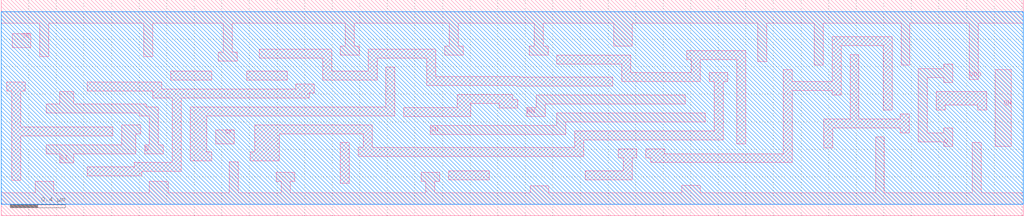
<source format=lef>
# 
# ******************************************************************************
# *                                                                            *
# *                   Copyright (C) 2004-2008, Nangate Inc.                    *
# *                           All rights reserved.                             *
# *                                                                            *
# * Nangate and the Nangate logo are trademarks of Nangate Inc.                *
# *                                                                            *
# * All trademarks, logos, software marks, and trade names (collectively the   *
# * "Marks") in this program are proprietary to Nangate or other respective    *
# * owners that have granted Nangate the right and license to use such Marks.  *
# * You are not permitted to use the Marks without the prior written consent   *
# * of Nangate or such third party that may own the Marks.                     *
# *                                                                            *
# * This file has been provided pursuant to a License Agreement containing     *
# * restrictions on its use.  This file contains valuable trade secrets and    *
# * proprietary information of Nangate Inc., and is protected by U.S. and      *
# * international laws and/or treaties.                                        *
# *                                                                            *
# * The copyright notice(s) in this file does not indicate actual or intended  *
# * publication of this file.                                                  *
# *                                                                            *
# *          NGLibraryCreator Development_version build 200801281737           *
# *                                                                            *
# ******************************************************************************
# 
# 
# Running on server08.nangate.com for user Paulo Butzen (pbu).
# Local time is now Fri, 22 Feb 2008, 21:19:06.
# Main process id is 11136.

VERSION 5.6 ;
NAMESCASESENSITIVE ON ;
BUSBITCHARS "[]" ;
DIVIDERCHAR "/" ;

UNITS
  DATABASE MICRONS 2000 ;
END UNITS

MANUFACTURINGGRID 0.0005 ;

LAYER M1
  TYPE ROUTING ;
  WIDTH 0.065 ;
  SPACING 0.065 ;
  PITCH 0.14 ;
  DIRECTION HORIZONTAL ;
  RESISTANCE RPERSQ 0.38 ;
  THICKNESS 0.13 ;
  CAPACITANCE CPERSQDIST 0.001 ;
  EDGECAPACITANCE 5.00e-04 ;
END M1

LAYER V1
  TYPE CUT ;
  SPACING 0.075 ;
  WIDTH 0.065 ;
END V1

LAYER M2
  TYPE ROUTING ;
  WIDTH 0.07 ;
  SPACING 0.07 ;
  PITCH 0.14 ;
  DIRECTION VERTICAL ;
  RESISTANCE RPERSQ 0.25 ;
  THICKNESS 0.14 ;
  CAPACITANCE CPERSQDIST 0.001 ;
  EDGECAPACITANCE 5.00e-04 ;
END M2

LAYER V2
  TYPE CUT ;
  SPACING 0.075 ;
  WIDTH 0.065 ;
END V2

LAYER M3
  TYPE ROUTING ;
  WIDTH 0.07 ;
  SPACING 0.07 ;
  PITCH 0.14 ;
  DIRECTION HORIZONTAL ;
  RESISTANCE RPERSQ 0.25 ;
  THICKNESS 0.14 ;
  CAPACITANCE CPERSQDIST 0.001 ;
  EDGECAPACITANCE 5.00e-04 ;
END M3

LAYER V3
  TYPE CUT ;
  SPACING 0.075 ;
  WIDTH 0.065 ;
END V3

LAYER M4
  TYPE ROUTING ;
  WIDTH 0.07 ;
  SPACING 0.07 ;
  PITCH 0.14 ;
  DIRECTION VERTICAL ;
  RESISTANCE RPERSQ 0.25 ;
  THICKNESS 0.14 ;
  CAPACITANCE CPERSQDIST 0.001 ;
  EDGECAPACITANCE 5.00e-04 ;
END M4

LAYER V4
  TYPE CUT ;
  SPACING 0.075 ;
  WIDTH 0.065 ;
END V4

LAYER M5
  TYPE ROUTING ;
  WIDTH 0.07 ;
  SPACING 0.07 ;
  PITCH 0.14 ;
  DIRECTION HORIZONTAL ;
  RESISTANCE RPERSQ 0.25 ;
  THICKNESS 0.14 ;
  CAPACITANCE CPERSQDIST 0.001 ;
  EDGECAPACITANCE 5.00e-04 ;
END M5

LAYER OVERLAP
  TYPE OVERLAP ;
END OVERLAP

VIA Via1 DEFAULT
  RESISTANCE 1 ;
  LAYER M1 ;
    RECT -0.065 -0.035 0.065 0.035 ;
  LAYER V1 ;
    RECT -0.035 -0.035 0.035 0.035 ;
  LAYER M2 ;
    RECT -0.065 -0.035 0.065 0.035 ;
END Via1

VIA Via1_cross DEFAULT
  RESISTANCE 1 ;
  LAYER M1 ;
    RECT -0.035 -0.065 0.035 0.065 ;
  LAYER V1 ;
    RECT -0.035 -0.035 0.035 0.035 ;
  LAYER M2 ;
    RECT -0.035 -0.065 0.035 0.065 ;
END Via1_cross

VIA Via2 DEFAULT
  RESISTANCE 1 ;
  LAYER M2 ;
    RECT -0.065 -0.035 0.065 0.035 ;
  LAYER V2 ;
    RECT -0.035 -0.035 0.035 0.035 ;
  LAYER M3 ;
    RECT -0.065 -0.035 0.065 0.035 ;
END Via2

VIA Via2_cross DEFAULT
  RESISTANCE 1 ;
  LAYER M2 ;
    RECT -0.035 -0.065 0.035 0.065 ;
  LAYER V2 ;
    RECT -0.035 -0.035 0.035 0.035 ;
  LAYER M3 ;
    RECT -0.035 -0.065 0.035 0.065 ;
END Via2_cross

VIA Via3 DEFAULT
  RESISTANCE 1 ;
  LAYER M3 ;
    RECT -0.065 -0.035 0.065 0.035 ;
  LAYER V3 ;
    RECT -0.035 -0.035 0.035 0.035 ;
  LAYER M4 ;
    RECT -0.065 -0.035 0.065 0.035 ;
END Via3

VIA Via3_cross DEFAULT
  RESISTANCE 1 ;
  LAYER M3 ;
    RECT -0.035 -0.065 0.035 0.065 ;
  LAYER V3 ;
    RECT -0.035 -0.035 0.035 0.035 ;
  LAYER M4 ;
    RECT -0.035 -0.065 0.035 0.065 ;
END Via3_cross

VIA Via4 DEFAULT
  RESISTANCE 1 ;
  LAYER M4 ;
    RECT -0.065 -0.035 0.065 0.035 ;
  LAYER V4 ;
    RECT -0.035 -0.035 0.035 0.035 ;
  LAYER M5 ;
    RECT -0.065 -0.035 0.065 0.035 ;
END Via4

VIA Via4_cross DEFAULT
  RESISTANCE 1 ;
  LAYER M4 ;
    RECT -0.035 -0.065 0.035 0.065 ;
  LAYER V4 ;
    RECT -0.035 -0.035 0.035 0.035 ;
  LAYER M5 ;
    RECT -0.035 -0.065 0.035 0.065 ;
END Via4_cross

VIARULE Via1Array GENERATE
  LAYER M1 ;
    ENCLOSURE 0.035 0.035 ;
  LAYER M2 ;
    ENCLOSURE 0.035 0.035 ;
  LAYER V1 ;
    RECT -0.03 -0.03 0.035 0.035 ;
    SPACING 0.14 BY 0.14 ;
END Via1Array

VIARULE Via2Array GENERATE
  LAYER M2 ;
    ENCLOSURE 0.035 0.035 ;
  LAYER M3 ;
    ENCLOSURE 0.035 0.035 ;
  LAYER V2 ;
    RECT -0.03 -0.03 0.035 0.035 ;
    SPACING 0.14 BY 0.14 ;
END Via2Array

VIARULE Via3Array GENERATE
  LAYER M3 ;
    ENCLOSURE 0.035 0.035 ;
  LAYER M4 ;
    ENCLOSURE 0.035 0.035 ;
  LAYER V3 ;
    RECT -0.03 -0.03 0.035 0.035 ;
    SPACING 0.14 BY 0.14 ;
END Via3Array

VIARULE Via4Array GENERATE
  LAYER M4 ;
    ENCLOSURE 0.035 0.035 ;
  LAYER M5 ;
    ENCLOSURE 0.035 0.035 ;
  LAYER V4 ;
    RECT -0.03 -0.03 0.035 0.035 ;
    SPACING 0.14 BY 0.14 ;
END Via4Array

VIARULE TURNM1 GENERATE
  LAYER M1 ;
    DIRECTION vertical ;
  LAYER M1 ;
    DIRECTION horizontal ;
END TURNM1

VIARULE TURNM2 GENERATE
  LAYER M2 ;
    DIRECTION vertical ;
  LAYER M2 ;
    DIRECTION horizontal ;
END TURNM2

VIARULE TURNM3 GENERATE
  LAYER M3 ;
    DIRECTION vertical ;
  LAYER M3 ;
    DIRECTION horizontal ;
END TURNM3

VIARULE TURNM4 GENERATE
  LAYER M4 ;
    DIRECTION vertical ;
  LAYER M4 ;
    DIRECTION horizontal ;
END TURNM4

VIARULE TURNM5 GENERATE
  LAYER M5 ;
    DIRECTION vertical ;
  LAYER M5 ;
    DIRECTION horizontal ;
END TURNM5

SITE Free_OMC_Si2_PDK45nm
  SYMMETRY y ;
  CLASS core ;
  SIZE 0.19 BY 1.4 ;
END Free_OMC_Si2_PDK45nm

MACRO XNOR2_X1
  CLASS core ;
  FOREIGN XNOR2_X1 0.0 0.0 ;
  ORIGIN 0 0 ;
  SYMMETRY X Y ;
  SITE Free_OMC_Si2_PDK45nm ;
  SIZE 1.9 BY 1.4 ;
  PIN A
    DIRECTION INPUT ;
    PORT
      LAYER M1 ;
        POLYGON 0.205 0.57 0.695 0.57 0.695 0.5 0.76 0.5 0.76 0.635 0.27 0.635 0.27 0.705 0.205 0.705  ;
    END
  END A
  PIN VDD
    DIRECTION INOUT ;
    USE power ;
    SHAPE ABUTMENT ;
    PORT
      LAYER M1 ;
        POLYGON 0 1.315 0.31 1.315 0.31 1.125 0.375 1.125 0.375 1.315 1.41 1.315 1.41 1.125 1.475 1.125 1.475 1.315 1.9 1.315 1.9 1.485 0 1.485  ;
    END
  END VDD
  PIN VSS
    DIRECTION INOUT ;
    USE ground ;
    SHAPE ABUTMENT ;
    PORT
      LAYER M1 ;
        POLYGON 0 -0.085 1.9 -0.085 1.9 0.085 1.575 0.085 1.575 0.15 1.51 0.15 1.51 0.365 1.445 0.365 1.445 0.085 0.3 0.085 0.3 0.33 0.235 0.33 0.235 0.085 0 0.085  ;
    END
  END VSS
  PIN B
    DIRECTION INPUT ;
    PORT
      LAYER M1 ;
        POLYGON 0.355 0.37 0.49 0.37 0.49 0.505 0.355 0.505  ;
    END
  END B
  PIN ZN
    DIRECTION OUTPUT ;
    PORT
      LAYER M1 ;
        POLYGON 1.58 0.245 1.73 0.245 1.73 1.155 1.58 1.155  ;
    END
  END ZN
  OBS
      LAYER M1 ;
        POLYGON 0.555 0.86 0.62 0.86 0.62 1.155 0.555 1.155  ;
        POLYGON 0.05 0.21 0.115 0.21 0.115 0.77 0.33 0.77 0.33 0.73 0.855 0.73 0.855 0.475 0.92 0.475 0.92 0.795 0.78 0.795 0.78 0.995 0.715 0.995 0.715 0.795 0.39 0.795 0.39 0.835 0.19 0.835 0.19 1.155 0.05 1.155  ;
        POLYGON 1.08 1.055 1.115 1.055 1.115 0.345 1.115 0.28 1.25 0.28 1.25 0.345 1.215 0.345 1.215 0.38 1.18 0.38 1.18 1.055 1.215 1.055 1.215 1.12 1.08 1.12  ;
        POLYGON 0.555 0.15 1.38 0.15 1.38 0.54 1.315 0.54 1.315 0.215 0.62 0.215 0.62 0.505 0.555 0.505  ;
        POLYGON 0.98 1.055 1.015 1.055 1.015 1.185 1.28 1.185 1.28 0.93 1.45 0.93 1.45 0.86 1.515 0.86 1.515 0.995 1.345 0.995 1.345 1.25 0.95 1.25 0.95 1.155 0.915 1.155 0.915 0.86 0.985 0.86 0.985 0.41 0.85 0.41 0.85 0.345 0.815 0.345 0.815 0.28 0.95 0.28 0.95 0.345 1.05 0.345 1.05 0.925 0.98 0.925  ;
  END
END XNOR2_X1

MACRO XNOR2_X2
  CLASS core ;
  FOREIGN XNOR2_X2 0.0 0.0 ;
  ORIGIN 0 0 ;
  SYMMETRY X Y ;
  SITE Free_OMC_Si2_PDK45nm ;
  SIZE 1.9 BY 1.4 ;
  PIN A
    DIRECTION INPUT ;
    PORT
      LAYER M1 ;
        POLYGON 0.205 0.6 0.695 0.6 0.695 0.53 0.76 0.53 0.76 0.665 0.27 0.665 0.27 0.735 0.205 0.735  ;
    END
  END A
  PIN VDD
    DIRECTION INOUT ;
    USE power ;
    SHAPE ABUTMENT ;
    PORT
      LAYER M1 ;
        POLYGON 0 1.315 0.31 1.315 0.31 1.125 0.375 1.125 0.375 1.315 1.41 1.315 1.41 1.125 1.475 1.125 1.475 1.315 1.9 1.315 1.9 1.485 0 1.485  ;
    END
  END VDD
  PIN VSS
    DIRECTION INOUT ;
    USE ground ;
    SHAPE ABUTMENT ;
    PORT
      LAYER M1 ;
        POLYGON 0 -0.085 1.9 -0.085 1.9 0.085 1.575 0.085 1.575 0.15 1.51 0.15 1.51 0.365 1.445 0.365 1.445 0.085 0.3 0.085 0.3 0.36 0.235 0.36 0.235 0.085 0 0.085  ;
    END
  END VSS
  PIN B
    DIRECTION INPUT ;
    PORT
      LAYER M1 ;
        POLYGON 0.355 0.4 0.49 0.4 0.49 0.535 0.355 0.535  ;
    END
  END B
  PIN ZN
    DIRECTION OUTPUT ;
    PORT
      LAYER M1 ;
        POLYGON 1.595 0.335 1.695 0.335 1.695 1.065 1.595 1.065  ;
    END
  END ZN
  OBS
      LAYER M1 ;
        POLYGON 0.555 0.86 0.62 0.86 0.62 1.155 0.555 1.155  ;
        POLYGON 0.05 0.24 0.115 0.24 0.115 0.8 0.335 0.8 0.335 0.73 0.855 0.73 0.855 0.475 0.92 0.475 0.92 0.795 0.78 0.795 0.78 0.995 0.715 0.995 0.715 0.795 0.4 0.795 0.4 0.865 0.19 0.865 0.19 1.155 0.05 1.155  ;
        POLYGON 1.08 1.055 1.115 1.055 1.115 0.345 1.115 0.28 1.25 0.28 1.25 0.345 1.215 0.345 1.215 0.38 1.18 0.38 1.18 1.055 1.215 1.055 1.215 1.12 1.08 1.12  ;
        POLYGON 0.555 0.15 1.38 0.15 1.38 0.54 1.315 0.54 1.315 0.215 0.62 0.215 0.62 0.535 0.555 0.535  ;
        POLYGON 0.98 1.055 1.015 1.055 1.015 1.185 1.28 1.185 1.28 0.995 1.465 0.995 1.465 0.77 1.53 0.77 1.53 1.06 1.345 1.06 1.345 1.25 0.95 1.25 0.95 1.155 0.915 1.155 0.915 0.86 0.985 0.86 0.985 0.41 0.85 0.41 0.85 0.345 0.815 0.345 0.815 0.28 0.95 0.28 0.95 0.345 1.05 0.345 1.05 0.925 0.98 0.925  ;
  END
END XNOR2_X2

MACRO FILLCELL_X1
  CLASS core ;
  FOREIGN FILLCELL_X1 0.0 0.0 ;
  ORIGIN 0 0 ;
  SYMMETRY X Y ;
  SITE Free_OMC_Si2_PDK45nm ;
  SIZE 0.19 BY 1.4 ;
  PIN VDD
    DIRECTION INOUT ;
    USE power ;
    SHAPE ABUTMENT ;
    PORT
      LAYER M1 ;
        POLYGON 0 1.315 0.065 1.315 0.19 1.315 0.19 1.485 0 1.485  ;
    END
  END VDD
  PIN VSS
    DIRECTION INOUT ;
    USE ground ;
    SHAPE ABUTMENT ;
    PORT
      LAYER M1 ;
        POLYGON 0 -0.085 0.19 -0.085 0.19 0.085 0.065 0.085 0 0.085  ;
    END
  END VSS
END FILLCELL_X1

MACRO FILLCELL_X2
  CLASS core ;
  FOREIGN FILLCELL_X2 0.0 0.0 ;
  ORIGIN 0 0 ;
  SYMMETRY X Y ;
  SITE Free_OMC_Si2_PDK45nm ;
  SIZE 0.38 BY 1.4 ;
  PIN VDD
    DIRECTION INOUT ;
    USE power ;
    SHAPE ABUTMENT ;
    PORT
      LAYER M1 ;
        POLYGON 0 1.315 0.065 1.315 0.38 1.315 0.38 1.485 0 1.485  ;
    END
  END VDD
  PIN VSS
    DIRECTION INOUT ;
    USE ground ;
    SHAPE ABUTMENT ;
    PORT
      LAYER M1 ;
        POLYGON 0 -0.085 0.38 -0.085 0.38 0.085 0 0.085  ;
    END
  END VSS
END FILLCELL_X2

MACRO FILLCELL_X4
  CLASS core ;
  FOREIGN FILLCELL_X4 0.0 0.0 ;
  ORIGIN 0 0 ;
  SYMMETRY X Y ;
  SITE Free_OMC_Si2_PDK45nm ;
  SIZE 0.76 BY 1.4 ;
  PIN VDD
    DIRECTION INOUT ;
    USE power ;
    SHAPE ABUTMENT ;
    PORT
      LAYER M1 ;
        POLYGON 0 1.315 0.065 1.315 0.76 1.315 0.76 1.485 0 1.485  ;
    END
  END VDD
  PIN VSS
    DIRECTION INOUT ;
    USE ground ;
    SHAPE ABUTMENT ;
    PORT
      LAYER M1 ;
        POLYGON 0 -0.085 0.76 -0.085 0.76 0.085 0 0.085  ;
    END
  END VSS
END FILLCELL_X4

MACRO FILLCELL_X8
  CLASS core ;
  FOREIGN FILLCELL_X8 0.0 0.0 ;
  ORIGIN 0 0 ;
  SYMMETRY X Y ;
  SITE Free_OMC_Si2_PDK45nm ;
  SIZE 1.52 BY 1.4 ;
  PIN VDD
    DIRECTION INOUT ;
    USE power ;
    SHAPE ABUTMENT ;
    PORT
      LAYER M1 ;
        POLYGON 0 1.315 0.065 1.315 1.52 1.315 1.52 1.485 0 1.485  ;
    END
  END VDD
  PIN VSS
    DIRECTION INOUT ;
    USE ground ;
    SHAPE ABUTMENT ;
    PORT
      LAYER M1 ;
        POLYGON 0 -0.085 1.52 -0.085 1.52 0.085 0 0.085  ;
    END
  END VSS
END FILLCELL_X8

MACRO FILLCELL_X16
  CLASS core ;
  FOREIGN FILLCELL_X16 0.0 0.0 ;
  ORIGIN 0 0 ;
  SYMMETRY X Y ;
  SITE Free_OMC_Si2_PDK45nm ;
  SIZE 3.04 BY 1.4 ;
  PIN VDD
    DIRECTION INOUT ;
    USE power ;
    SHAPE ABUTMENT ;
    PORT
      LAYER M1 ;
        POLYGON 0 1.315 0.065 1.315 3.04 1.315 3.04 1.485 0 1.485  ;
    END
  END VDD
  PIN VSS
    DIRECTION INOUT ;
    USE ground ;
    SHAPE ABUTMENT ;
    PORT
      LAYER M1 ;
        POLYGON 0 -0.085 3.04 -0.085 3.04 0.085 0 0.085  ;
    END
  END VSS
END FILLCELL_X16

MACRO FILLCELL_X32
  CLASS core ;
  FOREIGN FILLCELL_X32 0.0 0.0 ;
  ORIGIN 0 0 ;
  SYMMETRY X Y ;
  SITE Free_OMC_Si2_PDK45nm ;
  SIZE 6.08 BY 1.4 ;
  PIN VDD
    DIRECTION INOUT ;
    USE power ;
    SHAPE ABUTMENT ;
    PORT
      LAYER M1 ;
        POLYGON 0 1.315 0.065 1.315 6.08 1.315 6.08 1.485 0 1.485  ;
    END
  END VDD
  PIN VSS
    DIRECTION INOUT ;
    USE ground ;
    SHAPE ABUTMENT ;
    PORT
      LAYER M1 ;
        POLYGON 0 -0.085 6.08 -0.085 6.08 0.085 0 0.085  ;
    END
  END VSS
END FILLCELL_X32

MACRO ANTENNA_X1
  CLASS core ;
  FOREIGN ANTENNA_X1 0.0 0.0 ;
  ORIGIN 0 0 ;
  SYMMETRY X Y ;
  SITE Free_OMC_Si2_PDK45nm ;
  SIZE 0.38 BY 1.4 ;
  PIN A
    DIRECTION INPUT ;
    PORT
      LAYER M1 ;
        POLYGON 0.04 0.42 0.175 0.42 0.175 0.76 0.04 0.76  ;
    END
  END A
  PIN VDD
    DIRECTION INOUT ;
    USE power ;
    SHAPE ABUTMENT ;
    PORT
      LAYER M1 ;
        POLYGON 0 1.315 0.065 1.315 0.38 1.315 0.38 1.485 0 1.485  ;
    END
  END VDD
  PIN VSS
    DIRECTION INOUT ;
    USE ground ;
    SHAPE ABUTMENT ;
    PORT
      LAYER M1 ;
        POLYGON 0 -0.085 0.38 -0.085 0.38 0.085 0.065 0.085 0 0.085  ;
    END
  END VSS
END ANTENNA_X1

MACRO LOGIC0_X1
  CLASS core ;
  FOREIGN LOGIC0_X1 0.0 0.0 ;
  ORIGIN 0 0 ;
  SYMMETRY X Y ;
  SITE Free_OMC_Si2_PDK45nm ;
  SIZE 0.38 BY 1.4 ;
  PIN Z
    DIRECTION OUTPUT ;
    PORT
      LAYER M1 ;
        POLYGON 0.07 0.265 0.17 0.265 0.17 0.4 0.07 0.4  ;
    END
  END Z
  PIN VDD
    DIRECTION INOUT ;
    USE power ;
    SHAPE ABUTMENT ;
    PORT
      LAYER M1 ;
        POLYGON 0 1.315 0.105 1.315 0.105 0.81 0.17 0.81 0.17 1.315 0.38 1.315 0.38 1.485 0 1.485  ;
    END
  END VDD
  PIN VSS
    DIRECTION INOUT ;
    USE ground ;
    SHAPE ABUTMENT ;
    PORT
      LAYER M1 ;
        POLYGON 0 -0.085 0.38 -0.085 0.38 0.085 0.17 0.085 0.17 0.2 0.135 0.2 0.07 0.2 0.07 0.085 0 0.085  ;
    END
  END VSS
  OBS
      LAYER M1 ;
        POLYGON 0.085 0.66 0.12 0.66 0.12 0.465 0.22 0.465 0.22 0.725 0.085 0.725  ;
  END
END LOGIC0_X1

MACRO LOGIC1_X1
  CLASS core ;
  FOREIGN LOGIC1_X1 0.0 0.0 ;
  ORIGIN 0 0 ;
  SYMMETRY X Y ;
  SITE Free_OMC_Si2_PDK45nm ;
  SIZE 0.38 BY 1.4 ;
  PIN Z
    DIRECTION OUTPUT ;
    PORT
      LAYER M1 ;
        POLYGON 0.07 0.825 0.17 0.825 0.17 0.96 0.07 0.96  ;
    END
  END Z
  PIN VDD
    DIRECTION INOUT ;
    USE power ;
    SHAPE ABUTMENT ;
    PORT
      LAYER M1 ;
        POLYGON 0 1.315 0.105 1.315 0.105 1.025 0.17 1.025 0.17 1.315 0.38 1.315 0.38 1.485 0 1.485  ;
    END
  END VDD
  PIN VSS
    DIRECTION INOUT ;
    USE ground ;
    SHAPE ABUTMENT ;
    PORT
      LAYER M1 ;
        POLYGON 0 -0.085 0.38 -0.085 0.38 0.085 0.215 0.085 0.215 0.37 0.15 0.37 0.15 0.085 0 0.085  ;
    END
  END VSS
  OBS
      LAYER M1 ;
        POLYGON 0.13 0.455 0.265 0.455 0.265 0.715 0.165 0.715 0.165 0.555 0.13 0.555  ;
  END
END LOGIC1_X1

MACRO MUX2_X1
  CLASS core ;
  FOREIGN MUX2_X1 0.0 0.0 ;
  ORIGIN 0 0 ;
  SYMMETRY X Y ;
  SITE Free_OMC_Si2_PDK45nm ;
  SIZE 1.52 BY 1.4 ;
  PIN Z
    DIRECTION OUTPUT ;
    PORT
      LAYER M1 ;
        POLYGON 1.35 0.905 1.42 0.905 1.42 0.54 1.375 0.54 1.375 0.44 1.375 0.38 1.35 0.38 1.35 0.245 1.45 0.245 1.45 0.28 1.485 0.28 1.485 1.005 1.45 1.005 1.45 1.04 1.35 1.04  ;
    END
  END Z
  PIN S
    DIRECTION INPUT ;
    PORT
      LAYER M1 ;
        POLYGON 0.215 0.545 0.35 0.545 0.35 0.68 0.215 0.68  ;
    END
  END S
  PIN A
    DIRECTION INPUT ;
    PORT
      LAYER M1 ;
        POLYGON 0.6 0.445 0.665 0.445 0.665 0.48 0.7 0.48 0.7 0.625 0.805 0.625 0.805 0.58 0.905 0.58 0.905 0.625 1.19 0.625 1.19 0.69 0.635 0.69 0.635 0.58 0.6 0.58  ;
    END
  END A
  PIN VDD
    DIRECTION INOUT ;
    USE power ;
    SHAPE ABUTMENT ;
    PORT
      LAYER M1 ;
        POLYGON 0 1.315 0.285 1.315 0.285 1.01 0.35 1.01 0.35 1.315 1.17 1.315 1.17 1.01 1.235 1.01 1.235 1.315 1.52 1.315 1.52 1.485 0 1.485  ;
    END
  END VDD
  PIN VSS
    DIRECTION INOUT ;
    USE ground ;
    SHAPE ABUTMENT ;
    PORT
      LAYER M1 ;
        POLYGON 0 -0.085 1.52 -0.085 1.52 0.085 1.265 0.085 1.265 0.15 1.2 0.15 1.2 0.275 1.135 0.275 1.135 0.085 0.365 0.085 0.365 0.275 0.3 0.275 0.3 0.085 0 0.085  ;
    END
  END VSS
  PIN B
    DIRECTION INPUT ;
    PORT
      LAYER M1 ;
        POLYGON 0.995 0.425 1.095 0.425 1.095 0.56 0.995 0.56  ;
    END
  END B
  OBS
      LAYER M1 ;
        POLYGON 0.05 0.245 0.15 0.245 0.15 0.78 0.34 0.78 0.34 0.745 0.405 0.745 0.405 0.88 0.34 0.88 0.34 0.845 0.2 0.845 0.2 1.04 0.05 1.04  ;
        POLYGON 0.495 1.01 0.56 1.01 0.56 1.105 0.985 1.105 0.985 1.01 1.05 1.01 1.05 1.17 0.495 1.17  ;
        POLYGON 0.535 0.81 0.705 0.81 0.705 0.815 1.225 0.815 1.225 0.745 1.29 0.745 1.29 0.88 0.745 0.88 0.745 1.04 0.68 1.04 0.68 0.875 0.47 0.875 0.47 0.28 0.68 0.28 0.68 0.245 0.745 0.245 0.745 0.38 0.68 0.38 0.68 0.345 0.535 0.345  ;
  END
END MUX2_X1

MACRO MUX2_X2
  CLASS core ;
  FOREIGN MUX2_X2 0.0 0.0 ;
  ORIGIN 0 0 ;
  SYMMETRY X Y ;
  SITE Free_OMC_Si2_PDK45nm ;
  SIZE 1.52 BY 1.4 ;
  PIN Z
    DIRECTION OUTPUT ;
    PORT
      LAYER M1 ;
        POLYGON 1.35 0.87 1.42 0.87 1.42 0.54 1.375 0.54 1.375 0.44 1.375 0.385 1.35 0.385 1.35 0.25 1.45 0.25 1.45 0.285 1.485 0.285 1.485 1.005 1.45 1.005 1.45 1.145 1.35 1.145  ;
    END
  END Z
  PIN S
    DIRECTION INPUT ;
    PORT
      LAYER M1 ;
        POLYGON 0.22 0.545 0.32 0.545 0.32 0.68 0.22 0.68  ;
    END
  END S
  PIN A
    DIRECTION INPUT ;
    PORT
      LAYER M1 ;
        POLYGON 0.6 0.445 0.665 0.445 0.665 0.48 0.81 0.48 0.81 0.61 1.09 0.61 1.09 0.575 1.155 0.575 1.155 0.71 1.09 0.71 1.09 0.675 0.745 0.675 0.745 0.545 0.665 0.545 0.665 0.58 0.6 0.58  ;
    END
  END A
  PIN VDD
    DIRECTION INOUT ;
    USE power ;
    SHAPE ABUTMENT ;
    PORT
      LAYER M1 ;
        POLYGON 0 1.315 0.26 1.315 0.26 0.975 0.325 0.975 0.325 1.315 1.2 1.315 1.2 0.925 1.265 0.925 1.265 1.315 1.52 1.315 1.52 1.485 0 1.485  ;
    END
  END VDD
  PIN VSS
    DIRECTION INOUT ;
    USE ground ;
    SHAPE ABUTMENT ;
    PORT
      LAYER M1 ;
        POLYGON 0 -0.085 1.52 -0.085 1.52 0.085 1.165 0.085 1.165 0.15 1.1 0.15 1.1 0.28 1.035 0.28 1.035 0.085 0.34 0.085 0.34 0.28 0.275 0.28 0.275 0.085 0 0.085  ;
    END
  END VSS
  PIN B
    DIRECTION INPUT ;
    PORT
      LAYER M1 ;
        POLYGON 0.92 0.41 1.02 0.41 1.02 0.545 0.92 0.545  ;
    END
  END B
  OBS
      LAYER M1 ;
        POLYGON 0.04 0.25 0.155 0.25 0.155 0.745 0.415 0.745 0.415 0.81 0.175 0.81 0.175 1.005 0.04 1.005  ;
        POLYGON 0.47 0.975 0.535 0.975 0.535 1.07 0.985 1.07 0.985 0.975 1.05 0.975 1.05 1.135 0.47 1.135  ;
        POLYGON 0.535 0.645 0.68 0.645 0.68 0.78 1.225 0.78 1.225 0.71 1.29 0.71 1.29 0.845 0.72 0.845 0.72 1.005 0.655 1.005 0.655 0.84 0.615 0.84 0.615 0.71 0.47 0.71 0.47 0.28 0.655 0.28 0.655 0.245 0.72 0.245 0.72 0.38 0.655 0.38 0.655 0.345 0.535 0.345  ;
  END
END MUX2_X2

MACRO OAI221_X1
  CLASS core ;
  FOREIGN OAI221_X1 0.0 0.0 ;
  ORIGIN 0 0 ;
  SYMMETRY X Y ;
  SITE Free_OMC_Si2_PDK45nm ;
  SIZE 1.14 BY 1.4 ;
  PIN A
    DIRECTION INPUT ;
    PORT
      LAYER M1 ;
        POLYGON 0.53 0.545 0.63 0.545 0.63 0.68 0.53 0.68  ;
    END
  END A
  PIN VDD
    DIRECTION INOUT ;
    USE power ;
    SHAPE ABUTMENT ;
    PORT
      LAYER M1 ;
        POLYGON 0 1.315 0.425 1.315 0.425 1.155 0.49 1.155 0.49 1.315 1.01 1.315 1.01 1.155 1.075 1.155 1.075 1.315 1.14 1.315 1.14 1.485 0 1.485  ;
    END
  END VDD
  PIN B1
    DIRECTION INPUT ;
    PORT
      LAYER M1 ;
        POLYGON 0.705 0.825 0.805 0.825 0.805 0.96 0.705 0.96  ;
    END
  END B1
  PIN ZN
    DIRECTION OUTPUT ;
    PORT
      LAYER M1 ;
        POLYGON 0.3 1.025 0.695 1.025 0.695 1.165 0.63 1.165 0.63 1.09 0.115 1.09 0.115 1.165 0.05 1.165 0.05 1.025 0.235 1.025 0.235 0.82 0.235 0.72 0.235 0.28 0.3 0.28 0.3 0.72 0.335 0.72 0.335 0.82 0.3 0.82  ;
    END
  END ZN
  PIN C1
    DIRECTION INPUT ;
    PORT
      LAYER M1 ;
        POLYGON 0.07 0.72 0.17 0.72 0.17 0.855 0.07 0.855  ;
    END
  END C1
  PIN VSS
    DIRECTION INOUT ;
    USE ground ;
    SHAPE ABUTMENT ;
    PORT
      LAYER M1 ;
        POLYGON 0 -0.085 1.14 -0.085 1.14 0.085 0.885 0.085 0.885 0.32 0.82 0.32 0.82 0.085 0 0.085  ;
    END
  END VSS
  PIN B2
    DIRECTION INPUT ;
    PORT
      LAYER M1 ;
        POLYGON 0.895 0.72 0.995 0.72 0.995 0.855 0.895 0.855  ;
    END
  END B2
  PIN C2
    DIRECTION INPUT ;
    PORT
      LAYER M1 ;
        POLYGON 0.365 0.44 0.465 0.44 0.465 0.575 0.365 0.575  ;
    END
  END C2
  OBS
      LAYER M1 ;
        POLYGON 0.05 0.15 0.49 0.15 0.49 0.32 0.425 0.32 0.425 0.215 0.115 0.215 0.115 0.32 0.05 0.32  ;
        POLYGON 0.635 0.28 0.7 0.28 0.7 0.385 1.01 0.385 1.01 0.28 1.075 0.28 1.075 0.45 0.635 0.45  ;
  END
END OAI221_X1

MACRO OAI221_X2
  CLASS core ;
  FOREIGN OAI221_X2 0.0 0.0 ;
  ORIGIN 0 0 ;
  SYMMETRY X Y ;
  SITE Free_OMC_Si2_PDK45nm ;
  SIZE 1.14 BY 1.4 ;
  PIN A
    DIRECTION INPUT ;
    PORT
      LAYER M1 ;
        POLYGON 0.53 0.58 0.63 0.58 0.63 0.715 0.53 0.715  ;
    END
  END A
  PIN VDD
    DIRECTION INOUT ;
    USE power ;
    SHAPE ABUTMENT ;
    PORT
      LAYER M1 ;
        POLYGON 0 1.315 0.425 1.315 0.425 1.025 0.49 1.025 0.49 1.315 1.01 1.315 1.01 1.025 1.075 1.025 1.075 1.315 1.14 1.315 1.14 1.485 0 1.485  ;
    END
  END VDD
  PIN B1
    DIRECTION INPUT ;
    PORT
      LAYER M1 ;
        POLYGON 0.705 0.685 0.805 0.685 0.805 0.82 0.705 0.82  ;
    END
  END B1
  PIN ZN
    DIRECTION OUTPUT ;
    PORT
      LAYER M1 ;
        POLYGON 0.3 0.885 0.695 0.885 0.695 1.16 0.63 1.16 0.63 0.95 0.115 0.95 0.115 1.16 0.05 1.16 0.05 0.885 0.235 0.885 0.235 0.54 0.235 0.44 0.235 0.375 0.3 0.375 0.3 0.44 0.335 0.44 0.335 0.54 0.3 0.54  ;
    END
  END ZN
  PIN C1
    DIRECTION INPUT ;
    PORT
      LAYER M1 ;
        POLYGON 0.07 0.58 0.17 0.58 0.17 0.715 0.07 0.715  ;
    END
  END C1
  PIN VSS
    DIRECTION INOUT ;
    USE ground ;
    SHAPE ABUTMENT ;
    PORT
      LAYER M1 ;
        POLYGON 0 -0.085 1.14 -0.085 1.14 0.085 0.885 0.085 0.885 0.385 0.82 0.385 0.82 0.085 0 0.085  ;
    END
  END VSS
  PIN B2
    DIRECTION INPUT ;
    PORT
      LAYER M1 ;
        POLYGON 0.895 0.58 0.995 0.58 0.995 0.715 0.895 0.715  ;
    END
  END B2
  PIN C2
    DIRECTION INPUT ;
    PORT
      LAYER M1 ;
        POLYGON 0.365 0.685 0.465 0.685 0.465 0.82 0.365 0.82  ;
    END
  END C2
  OBS
      LAYER M1 ;
        POLYGON 0.05 0.15 0.49 0.15 0.49 0.285 0.425 0.285 0.425 0.215 0.115 0.215 0.115 0.285 0.05 0.285  ;
        POLYGON 0.635 0.375 0.7 0.375 0.7 0.45 1.01 0.45 1.01 0.375 1.075 0.375 1.075 0.515 0.635 0.515  ;
  END
END OAI221_X2

MACRO OAI221_X4
  CLASS core ;
  FOREIGN OAI221_X4 0.0 0.0 ;
  ORIGIN 0 0 ;
  SYMMETRY X Y ;
  SITE Free_OMC_Si2_PDK45nm ;
  SIZE 1.71 BY 1.4 ;
  PIN A
    DIRECTION INPUT ;
    PORT
      LAYER M1 ;
        POLYGON 0.45 0.685 0.55 0.685 0.55 0.82 0.45 0.82  ;
    END
  END A
  PIN VDD
    DIRECTION INOUT ;
    USE power ;
    SHAPE ABUTMENT ;
    PORT
      LAYER M1 ;
        POLYGON 0 1.315 0.425 1.315 0.425 1.11 0.49 1.11 0.49 1.315 1.02 1.315 1.02 1.11 1.085 1.11 1.085 1.315 1.395 1.315 1.395 1.01 1.46 1.01 1.46 1.315 1.71 1.315 1.71 1.485 0 1.485  ;
    END
  END VDD
  PIN B1
    DIRECTION INPUT ;
    PORT
      LAYER M1 ;
        POLYGON 0.745 0.69 0.845 0.69 0.845 0.825 0.745 0.825  ;
    END
  END B1
  PIN ZN
    DIRECTION OUTPUT ;
    PORT
      LAYER M1 ;
        POLYGON 1.545 0.365 1.58 0.365 1.58 0.225 1.645 0.225 1.645 0.58 1.665 0.58 1.665 0.68 1.645 0.68 1.645 0.96 1.58 0.96 1.58 0.82 1.545 0.82  ;
    END
  END ZN
  PIN C1
    DIRECTION INPUT ;
    PORT
      LAYER M1 ;
        POLYGON 0.07 0.58 0.17 0.58 0.17 0.715 0.07 0.715  ;
    END
  END C1
  PIN VSS
    DIRECTION INOUT ;
    USE ground ;
    SHAPE ABUTMENT ;
    PORT
      LAYER M1 ;
        POLYGON 0 -0.085 1.71 -0.085 1.71 0.085 1.46 0.085 1.46 0.355 1.395 0.355 1.395 0.085 0.895 0.085 0.895 0.32 0.83 0.32 0.83 0.085 0 0.085  ;
    END
  END VSS
  PIN B2
    DIRECTION INPUT ;
    PORT
      LAYER M1 ;
        POLYGON 0.915 0.825 1.015 0.825 1.015 0.96 0.915 0.96  ;
    END
  END B2
  PIN C2
    DIRECTION INPUT ;
    PORT
      LAYER M1 ;
        POLYGON 0.365 0.44 0.5 0.44 0.5 0.575 0.365 0.575  ;
    END
  END C2
  OBS
      LAYER M1 ;
        POLYGON 0.05 0.15 0.49 0.15 0.49 0.32 0.425 0.32 0.425 0.215 0.115 0.215 0.115 0.32 0.05 0.32  ;
        POLYGON 0.645 0.28 0.71 0.28 0.71 0.385 1.02 0.385 1.02 0.28 1.085 0.28 1.085 0.45 0.645 0.45  ;
        POLYGON 0.05 0.975 0.235 0.975 0.235 0.28 0.3 0.28 0.3 0.975 0.615 0.975 0.615 0.56 1.08 0.56 1.08 0.525 1.145 0.525 1.145 0.66 1.08 0.66 1.08 0.625 0.68 0.625 0.68 0.985 0.705 0.985 0.705 1.12 0.64 1.12 0.64 1.04 0.115 1.04 0.115 1.12 0.05 1.12  ;
        POLYGON 1.175 0.72 1.21 0.72 1.21 0.465 1.175 0.465 1.175 0.33 1.24 0.33 1.24 0.405 1.275 0.405 1.275 0.56 1.415 0.56 1.415 0.525 1.48 0.525 1.48 0.66 1.415 0.66 1.415 0.625 1.275 0.625 1.275 0.78 1.24 0.78 1.24 0.995 1.175 0.995  ;
  END
END OAI221_X4

MACRO AOI222_X1
  CLASS core ;
  FOREIGN AOI222_X1 0.0 0.0 ;
  ORIGIN 0 0 ;
  SYMMETRY X Y ;
  SITE Free_OMC_Si2_PDK45nm ;
  SIZE 1.52 BY 1.4 ;
  PIN VDD
    DIRECTION INOUT ;
    USE power ;
    SHAPE ABUTMENT ;
    PORT
      LAYER M1 ;
        POLYGON 0 1.315 0.05 1.315 0.05 0.875 0.115 0.875 0.115 1.315 0.425 1.315 0.425 0.875 0.49 0.875 0.49 1.315 1.52 1.315 1.52 1.485 0 1.485  ;
    END
  END VDD
  PIN B1
    DIRECTION INPUT ;
    PORT
      LAYER M1 ;
        POLYGON 0.805 0.44 0.905 0.44 0.905 0.575 0.805 0.575  ;
    END
  END B1
  PIN A1
    DIRECTION INPUT ;
    PORT
      LAYER M1 ;
        POLYGON 0.98 0.58 1.08 0.58 1.08 0.715 0.98 0.715  ;
    END
  END A1
  PIN A2
    DIRECTION INPUT ;
    PORT
      LAYER M1 ;
        POLYGON 1.275 0.44 1.375 0.44 1.375 0.575 1.275 0.575  ;
    END
  END A2
  PIN ZN
    DIRECTION OUTPUT ;
    PORT
      LAYER M1 ;
        POLYGON 0.115 0.165 0.18 0.165 0.18 0.31 0.875 0.31 0.875 0.165 0.94 0.165 0.94 0.31 1.21 0.31 1.21 0.72 1.285 0.72 1.285 0.82 1.21 0.82 1.21 1.105 1.145 1.105 1.145 0.375 0.115 0.375  ;
    END
  END ZN
  PIN C1
    DIRECTION INPUT ;
    PORT
      LAYER M1 ;
        POLYGON 0.15 0.545 0.25 0.545 0.25 0.68 0.15 0.68  ;
    END
  END C1
  PIN VSS
    DIRECTION INOUT ;
    USE ground ;
    SHAPE ABUTMENT ;
    PORT
      LAYER M1 ;
        POLYGON 0 -0.085 1.52 -0.085 1.52 0.085 1.38 0.085 1.38 0.15 1.315 0.15 1.315 0.245 1.25 0.245 1.25 0.085 0.555 0.085 0.555 0.245 0.49 0.245 0.49 0.085 0 0.085  ;
    END
  END VSS
  PIN B2
    DIRECTION INPUT ;
    PORT
      LAYER M1 ;
        POLYGON 0.615 0.545 0.715 0.545 0.715 0.68 0.615 0.68  ;
    END
  END B2
  PIN C2
    DIRECTION INPUT ;
    PORT
      LAYER M1 ;
        POLYGON 0.35 0.44 0.45 0.44 0.45 0.575 0.35 0.575  ;
    END
  END C2
  OBS
      LAYER M1 ;
        POLYGON 0.24 0.745 0.83 0.745 0.83 1.105 0.765 1.105 0.765 0.81 0.305 0.81 0.305 1.105 0.24 1.105  ;
        POLYGON 0.58 0.875 0.645 0.875 0.645 1.17 0.955 1.17 0.955 0.875 1.02 0.875 1.02 1.17 1.335 1.17 1.335 0.875 1.4 0.875 1.4 1.235 0.58 1.235  ;
  END
END AOI222_X1

MACRO AOI222_X2
  CLASS core ;
  FOREIGN AOI222_X2 0.0 0.0 ;
  ORIGIN 0 0 ;
  SYMMETRY X Y ;
  SITE Free_OMC_Si2_PDK45nm ;
  SIZE 1.52 BY 1.4 ;
  PIN VDD
    DIRECTION INOUT ;
    USE power ;
    SHAPE ABUTMENT ;
    PORT
      LAYER M1 ;
        POLYGON 0 1.315 0.05 1.315 0.05 1.045 0.115 1.045 0.115 1.315 0.425 1.315 0.425 1.045 0.49 1.045 0.49 1.315 1.52 1.315 1.52 1.485 0 1.485  ;
    END
  END VDD
  PIN B1
    DIRECTION INPUT ;
    PORT
      LAYER M1 ;
        POLYGON 0.805 0.58 0.905 0.58 0.905 0.715 0.805 0.715  ;
    END
  END B1
  PIN A1
    DIRECTION INPUT ;
    PORT
      LAYER M1 ;
        POLYGON 0.98 0.58 1.08 0.58 1.08 0.715 0.98 0.715  ;
    END
  END A1
  PIN A2
    DIRECTION INPUT ;
    PORT
      LAYER M1 ;
        POLYGON 1.275 0.545 1.375 0.545 1.375 0.68 1.275 0.68  ;
    END
  END A2
  PIN ZN
    DIRECTION OUTPUT ;
    PORT
      LAYER M1 ;
        POLYGON 0.115 0.155 0.18 0.155 0.18 0.45 0.875 0.45 0.875 0.155 0.94 0.155 0.94 0.45 1.21 0.45 1.21 1.015 1.145 1.015 1.145 0.515 0.115 0.515  ;
    END
  END ZN
  PIN C1
    DIRECTION INPUT ;
    PORT
      LAYER M1 ;
        POLYGON 0.15 0.58 0.25 0.58 0.25 0.715 0.15 0.715  ;
    END
  END C1
  PIN VSS
    DIRECTION INOUT ;
    USE ground ;
    SHAPE ABUTMENT ;
    PORT
      LAYER M1 ;
        POLYGON 0 -0.085 1.52 -0.085 1.52 0.085 1.38 0.085 1.38 0.15 1.315 0.15 1.315 0.385 1.25 0.385 1.25 0.085 0.555 0.085 0.555 0.385 0.49 0.385 0.49 0.085 0 0.085  ;
    END
  END VSS
  PIN B2
    DIRECTION INPUT ;
    PORT
      LAYER M1 ;
        POLYGON 0.615 0.58 0.715 0.58 0.715 0.715 0.615 0.715  ;
    END
  END B2
  PIN C2
    DIRECTION INPUT ;
    PORT
      LAYER M1 ;
        POLYGON 0.35 0.58 0.45 0.58 0.45 0.715 0.35 0.715  ;
    END
  END C2
  OBS
      LAYER M1 ;
        POLYGON 0.24 0.78 0.83 0.78 0.83 1.055 0.765 1.055 0.765 0.845 0.305 0.845 0.305 1.055 0.24 1.055  ;
        POLYGON 0.58 0.91 0.645 0.91 0.645 1.12 0.955 1.12 0.955 0.91 1.02 0.91 1.02 1.12 1.335 1.12 1.335 0.91 1.4 0.91 1.4 1.185 0.58 1.185  ;
  END
END AOI222_X2

MACRO AOI222_X4
  CLASS core ;
  FOREIGN AOI222_X4 0.0 0.0 ;
  ORIGIN 0 0 ;
  SYMMETRY X Y ;
  SITE Free_OMC_Si2_PDK45nm ;
  SIZE 2.09 BY 1.4 ;
  PIN VDD
    DIRECTION INOUT ;
    USE power ;
    SHAPE ABUTMENT ;
    PORT
      LAYER M1 ;
        POLYGON 0 1.315 0.05 1.315 0.05 0.875 0.115 0.875 0.115 1.315 0.425 1.315 0.425 0.875 0.49 0.875 0.49 1.315 1.735 1.315 1.735 1 1.8 1 1.8 1.315 2.09 1.315 2.09 1.485 0 1.485  ;
    END
  END VDD
  PIN B1
    DIRECTION INPUT ;
    PORT
      LAYER M1 ;
        POLYGON 0.805 0.44 0.905 0.44 0.905 0.575 0.805 0.575  ;
    END
  END B1
  PIN A1
    DIRECTION INPUT ;
    PORT
      LAYER M1 ;
        POLYGON 0.975 0.58 1.11 0.58 1.11 0.715 0.975 0.715  ;
    END
  END A1
  PIN A2
    DIRECTION INPUT ;
    PORT
      LAYER M1 ;
        POLYGON 1.305 0.655 1.405 0.655 1.405 0.79 1.305 0.79  ;
    END
  END A2
  PIN ZN
    DIRECTION OUTPUT ;
    PORT
      LAYER M1 ;
        POLYGON 1.885 0.355 1.92 0.355 1.92 0.215 1.985 0.215 1.985 0.3 2.045 0.3 2.045 0.4 1.985 0.4 1.985 0.95 1.92 0.95 1.92 0.81 1.885 0.81  ;
    END
  END ZN
  PIN C1
    DIRECTION INPUT ;
    PORT
      LAYER M1 ;
        POLYGON 0.15 0.545 0.25 0.545 0.25 0.68 0.15 0.68  ;
    END
  END C1
  PIN VSS
    DIRECTION INOUT ;
    USE ground ;
    SHAPE ABUTMENT ;
    PORT
      LAYER M1 ;
        POLYGON 0 -0.085 2.09 -0.085 2.09 0.085 1.8 0.085 1.8 0.345 1.735 0.345 1.735 0.085 1.335 0.085 1.335 0.245 1.27 0.245 1.27 0.085 0.555 0.085 0.555 0.245 0.49 0.245 0.49 0.085 0 0.085  ;
    END
  END VSS
  PIN B2
    DIRECTION INPUT ;
    PORT
      LAYER M1 ;
        POLYGON 0.615 0.545 0.715 0.545 0.715 0.68 0.615 0.68  ;
    END
  END B2
  PIN C2
    DIRECTION INPUT ;
    PORT
      LAYER M1 ;
        POLYGON 0.35 0.44 0.45 0.44 0.45 0.575 0.35 0.575  ;
    END
  END C2
  OBS
      LAYER M1 ;
        POLYGON 0.24 0.745 0.83 0.745 0.83 1.105 0.765 1.105 0.765 0.81 0.305 0.81 0.305 1.105 0.24 1.105  ;
        POLYGON 0.115 0.165 0.18 0.165 0.18 0.31 0.895 0.31 0.895 0.165 0.96 0.165 0.96 0.31 1.24 0.31 1.24 0.525 1.36 0.525 1.36 0.455 1.425 0.455 1.425 0.59 1.24 0.59 1.24 1.105 1.175 1.105 1.175 0.375 0.115 0.375  ;
        POLYGON 0.58 0.875 0.645 0.875 0.645 1.17 0.955 1.17 0.955 0.875 1.02 0.875 1.02 1.17 1.36 1.17 1.36 0.875 1.425 0.875 1.425 1.235 0.58 1.235  ;
        POLYGON 1.515 0.355 1.58 0.355 1.58 0.55 1.755 0.55 1.755 0.515 1.82 0.515 1.82 0.65 1.755 0.65 1.755 0.615 1.58 0.615 1.58 0.95 1.515 0.95  ;
  END
END AOI222_X4

MACRO AND2_X1
  CLASS core ;
  FOREIGN AND2_X1 0.0 0.0 ;
  ORIGIN 0 0 ;
  SYMMETRY X Y ;
  SITE Free_OMC_Si2_PDK45nm ;
  SIZE 0.76 BY 1.4 ;
  PIN VDD
    DIRECTION INOUT ;
    USE power ;
    SHAPE ABUTMENT ;
    PORT
      LAYER M1 ;
        POLYGON 0 1.315 0.25 1.315 0.25 0.95 0.315 0.95 0.315 1.315 0.645 1.315 0.645 0.95 0.71 0.95 0.71 1.315 0.76 1.315 0.76 1.485 0 1.485  ;
    END
  END VDD
  PIN A1
    DIRECTION INPUT ;
    PORT
      LAYER M1 ;
        POLYGON 0.48 0.565 0.58 0.565 0.58 0.7 0.48 0.7  ;
    END
  END A1
  PIN VSS
    DIRECTION INOUT ;
    USE ground ;
    SHAPE ABUTMENT ;
    PORT
      LAYER M1 ;
        POLYGON 0 -0.085 0.76 -0.085 0.76 0.085 0.335 0.085 0.335 0.36 0.27 0.36 0.27 0.085 0 0.085  ;
    END
  END VSS
  PIN A2
    DIRECTION INPUT ;
    PORT
      LAYER M1 ;
        POLYGON 0.285 0.44 0.42 0.44 0.42 0.54 0.285 0.54  ;
    END
  END A2
  PIN ZN
    DIRECTION OUTPUT ;
    PORT
      LAYER M1 ;
        POLYGON 0.05 0.89 0.085 0.89 0.085 0.54 0.045 0.54 0.045 0.44 0.05 0.44 0.05 0.415 0.05 0.28 0.115 0.28 0.115 0.315 0.15 0.315 0.15 0.99 0.115 0.99 0.115 1.025 0.05 1.025  ;
    END
  END ZN
  OBS
      LAYER M1 ;
        POLYGON 0.215 0.73 0.28 0.73 0.28 0.765 0.645 0.765 0.645 0.28 0.71 0.28 0.71 0.83 0.525 0.83 0.525 1.025 0.46 1.025 0.46 0.83 0.28 0.83 0.28 0.865 0.215 0.865  ;
  END
END AND2_X1

MACRO AND2_X2
  CLASS core ;
  FOREIGN AND2_X2 0.0 0.0 ;
  ORIGIN 0 0 ;
  SYMMETRY X Y ;
  SITE Free_OMC_Si2_PDK45nm ;
  SIZE 0.76 BY 1.4 ;
  PIN VDD
    DIRECTION INOUT ;
    USE power ;
    SHAPE ABUTMENT ;
    PORT
      LAYER M1 ;
        POLYGON 0 1.315 0.235 1.315 0.235 0.925 0.3 0.925 0.3 1.315 0.645 1.315 0.645 0.93 0.71 0.93 0.71 1.315 0.76 1.315 0.76 1.485 0 1.485  ;
    END
  END VDD
  PIN A1
    DIRECTION INPUT ;
    PORT
      LAYER M1 ;
        POLYGON 0.48 0.545 0.58 0.545 0.58 0.68 0.48 0.68  ;
    END
  END A1
  PIN VSS
    DIRECTION INOUT ;
    USE ground ;
    SHAPE ABUTMENT ;
    PORT
      LAYER M1 ;
        POLYGON 0 -0.085 0.76 -0.085 0.76 0.085 0.3 0.085 0.3 0.31 0.235 0.31 0.235 0.085 0 0.085  ;
    END
  END VSS
  PIN A2
    DIRECTION INPUT ;
    PORT
      LAYER M1 ;
        POLYGON 0.315 0.44 0.415 0.44 0.415 0.575 0.315 0.575  ;
    END
  END A2
  PIN ZN
    DIRECTION OUTPUT ;
    PORT
      LAYER M1 ;
        POLYGON 0.05 0.87 0.085 0.87 0.085 0.54 0.045 0.54 0.045 0.44 0.05 0.44 0.05 0.415 0.05 0.28 0.115 0.28 0.115 0.315 0.15 0.315 0.15 1.005 0.115 1.005 0.115 1.145 0.05 1.145  ;
    END
  END ZN
  OBS
      LAYER M1 ;
        POLYGON 0.215 0.71 0.28 0.71 0.28 0.745 0.645 0.745 0.645 0.28 0.71 0.28 0.71 0.81 0.525 0.81 0.525 1.005 0.46 1.005 0.46 0.81 0.28 0.81 0.28 0.845 0.215 0.845  ;
  END
END AND2_X2

MACRO AND2_X4
  CLASS core ;
  FOREIGN AND2_X4 0.0 0.0 ;
  ORIGIN 0 0 ;
  SYMMETRY X Y ;
  SITE Free_OMC_Si2_PDK45nm ;
  SIZE 0.76 BY 1.4 ;
  PIN VDD
    DIRECTION INOUT ;
    USE power ;
    SHAPE ABUTMENT ;
    PORT
      LAYER M1 ;
        POLYGON 0 1.315 0.235 1.315 0.235 1.06 0.3 1.06 0.3 1.315 0.645 1.315 0.645 1.015 0.71 1.015 0.71 1.315 0.76 1.315 0.76 1.485 0 1.485  ;
    END
  END VDD
  PIN A1
    DIRECTION INPUT ;
    PORT
      LAYER M1 ;
        POLYGON 0.48 0.685 0.58 0.685 0.58 0.82 0.48 0.82  ;
    END
  END A1
  PIN VSS
    DIRECTION INOUT ;
    USE ground ;
    SHAPE ABUTMENT ;
    PORT
      LAYER M1 ;
        POLYGON 0 -0.085 0.76 -0.085 0.76 0.085 0.3 0.085 0.3 0.265 0.235 0.265 0.235 0.085 0 0.085  ;
    END
  END VSS
  PIN A2
    DIRECTION INPUT ;
    PORT
      LAYER M1 ;
        POLYGON 0.34 0.44 0.475 0.44 0.475 0.54 0.34 0.54  ;
    END
  END A2
  PIN ZN
    DIRECTION OUTPUT ;
    PORT
      LAYER M1 ;
        POLYGON 0.045 0.58 0.05 0.58 0.05 0.55 0.05 0.275 0.115 0.275 0.115 0.415 0.15 0.415 0.15 0.87 0.115 0.87 0.115 1.01 0.05 1.01 0.05 0.735 0.05 0.68 0.045 0.68  ;
    END
  END ZN
  OBS
      LAYER M1 ;
        POLYGON 0.215 0.575 0.28 0.575 0.28 0.885 0.645 0.885 0.645 0.185 0.71 0.185 0.71 0.95 0.525 0.95 0.525 1.09 0.46 1.09 0.46 0.95 0.215 0.95  ;
  END
END AND2_X4

MACRO XOR2_X1
  CLASS core ;
  FOREIGN XOR2_X1 0.0 0.0 ;
  ORIGIN 0 0 ;
  SYMMETRY X Y ;
  SITE Free_OMC_Si2_PDK45nm ;
  SIZE 1.33 BY 1.4 ;
  PIN Z
    DIRECTION OUTPUT ;
    PORT
      LAYER M1 ;
        POLYGON 0.775 0.88 0.845 0.88 0.845 0.505 0.6 0.505 0.6 0.44 0.91 0.44 0.91 0.945 0.775 0.945  ;
    END
  END Z
  PIN A
    DIRECTION INPUT ;
    PORT
      LAYER M1 ;
        POLYGON 0.285 0.685 0.385 0.685 0.385 0.82 0.285 0.82  ;
    END
  END A
  PIN VDD
    DIRECTION INOUT ;
    USE power ;
    SHAPE ABUTMENT ;
    PORT
      LAYER M1 ;
        POLYGON 0 1.315 0.425 1.315 0.425 0.97 0.49 0.97 0.49 1.315 1.33 1.315 1.33 1.485 0 1.485  ;
    END
  END VDD
  PIN VSS
    DIRECTION INOUT ;
    USE ground ;
    SHAPE ABUTMENT ;
    PORT
      LAYER M1 ;
        POLYGON 0 -0.085 1.33 -0.085 1.33 0.085 1.14 0.085 1.14 0.15 1.075 0.15 1.075 0.49 1.01 0.49 1.01 0.085 0.49 0.085 0.49 0.49 0.425 0.49 0.425 0.085 0.115 0.085 0.115 0.49 0.05 0.49 0.05 0.085 0 0.085  ;
    END
  END VSS
  PIN B
    DIRECTION INPUT ;
    PORT
      LAYER M1 ;
        POLYGON 0.68 0.57 0.78 0.57 0.78 0.705 0.68 0.705  ;
    END
  END B
  OBS
      LAYER M1 ;
        POLYGON 0.05 0.555 0.24 0.555 0.24 0.37 0.305 0.37 0.305 0.555 0.555 0.555 0.555 0.69 0.49 0.69 0.49 0.62 0.115 0.62 0.115 0.98 0.05 0.98  ;
        POLYGON 0.62 0.94 0.685 0.94 0.685 1.01 1.01 1.01 1.01 0.94 1.075 0.94 1.075 1.075 0.62 1.075  ;
  END
END XOR2_X1

MACRO XOR2_X2
  CLASS core ;
  FOREIGN XOR2_X2 0.0 0.0 ;
  ORIGIN 0 0 ;
  SYMMETRY X Y ;
  SITE Free_OMC_Si2_PDK45nm ;
  SIZE 1.33 BY 1.4 ;
  PIN Z
    DIRECTION OUTPUT ;
    PORT
      LAYER M1 ;
        POLYGON 0.775 0.74 0.81 0.74 0.81 0.705 0.845 0.705 0.845 0.455 0.62 0.455 0.62 0.32 0.685 0.32 0.685 0.39 0.805 0.39 0.805 0.3 0.905 0.3 0.905 0.39 0.91 0.39 0.91 0.74 0.91 0.945 0.775 0.945  ;
    END
  END Z
  PIN A
    DIRECTION INPUT ;
    PORT
      LAYER M1 ;
        POLYGON 0.295 0.545 0.395 0.545 0.395 0.68 0.295 0.68  ;
    END
  END A
  PIN VDD
    DIRECTION INOUT ;
    USE power ;
    SHAPE ABUTMENT ;
    PORT
      LAYER M1 ;
        POLYGON 0 1.315 0.425 1.315 0.425 0.885 0.49 0.885 0.49 1.315 1.33 1.315 1.33 1.485 0 1.485  ;
    END
  END VDD
  PIN VSS
    DIRECTION INOUT ;
    USE ground ;
    SHAPE ABUTMENT ;
    PORT
      LAYER M1 ;
        POLYGON 0 -0.085 1.33 -0.085 1.33 0.085 1.125 0.085 1.125 0.15 1.06 0.15 1.06 0.335 0.995 0.335 0.995 0.085 0.49 0.085 0.49 0.35 0.425 0.35 0.425 0.085 0.115 0.085 0.115 0.35 0.05 0.35 0.05 0.085 0 0.085  ;
    END
  END VSS
  PIN B
    DIRECTION INPUT ;
    PORT
      LAYER M1 ;
        POLYGON 0.65 0.545 0.75 0.545 0.75 0.68 0.65 0.68  ;
    END
  END B
  OBS
      LAYER M1 ;
        POLYGON 0.05 0.415 0.235 0.415 0.235 0.32 0.3 0.32 0.3 0.415 0.555 0.415 0.555 0.615 0.49 0.615 0.49 0.48 0.115 0.48 0.115 0.98 0.05 0.98  ;
        POLYGON 0.62 0.8 0.685 0.8 0.685 1.01 0.995 1.01 0.995 0.8 1.06 0.8 1.06 1.075 0.62 1.075  ;
  END
END XOR2_X2

MACRO NOR2_X1
  CLASS core ;
  FOREIGN NOR2_X1 0.0 0.0 ;
  ORIGIN 0 0 ;
  SYMMETRY X Y ;
  SITE Free_OMC_Si2_PDK45nm ;
  SIZE 0.57 BY 1.4 ;
  PIN VDD
    DIRECTION INOUT ;
    USE power ;
    SHAPE ABUTMENT ;
    PORT
      LAYER M1 ;
        POLYGON 0 1.315 0.05 1.315 0.05 0.865 0.115 0.865 0.115 1.315 0.57 1.315 0.57 1.485 0 1.485  ;
    END
  END VDD
  PIN A1
    DIRECTION INPUT ;
    PORT
      LAYER M1 ;
        POLYGON 0.37 0.58 0.505 0.58 0.505 0.68 0.37 0.68  ;
    END
  END A1
  PIN VSS
    DIRECTION INOUT ;
    USE ground ;
    SHAPE ABUTMENT ;
    PORT
      LAYER M1 ;
        POLYGON 0 -0.085 0.57 -0.085 0.57 0.085 0.49 0.085 0.49 0.515 0.425 0.515 0.425 0.085 0.115 0.085 0.115 0.515 0.05 0.515 0.05 0.085 0 0.085  ;
    END
  END VSS
  PIN A2
    DIRECTION INPUT ;
    PORT
      LAYER M1 ;
        POLYGON 0.075 0.58 0.175 0.58 0.175 0.715 0.075 0.715  ;
    END
  END A2
  PIN ZN
    DIRECTION OUTPUT ;
    PORT
      LAYER M1 ;
        POLYGON 0.24 0.4 0.305 0.4 0.305 0.745 0.49 0.745 0.49 0.86 0.525 0.86 0.525 0.96 0.425 0.96 0.425 0.88 0.425 0.86 0.425 0.81 0.24 0.81  ;
    END
  END ZN
END NOR2_X1

MACRO NOR2_X2
  CLASS core ;
  FOREIGN NOR2_X2 0.0 0.0 ;
  ORIGIN 0 0 ;
  SYMMETRY X Y ;
  SITE Free_OMC_Si2_PDK45nm ;
  SIZE 0.57 BY 1.4 ;
  PIN VDD
    DIRECTION INOUT ;
    USE power ;
    SHAPE ABUTMENT ;
    PORT
      LAYER M1 ;
        POLYGON 0 1.315 0.05 1.315 0.05 0.885 0.115 0.885 0.115 1.315 0.57 1.315 0.57 1.485 0 1.485  ;
    END
  END VDD
  PIN A1
    DIRECTION INPUT ;
    PORT
      LAYER M1 ;
        POLYGON 0.37 0.545 0.47 0.545 0.47 0.68 0.37 0.68  ;
    END
  END A1
  PIN VSS
    DIRECTION INOUT ;
    USE ground ;
    SHAPE ABUTMENT ;
    PORT
      LAYER M1 ;
        POLYGON 0 -0.085 0.57 -0.085 0.57 0.085 0.49 0.085 0.49 0.31 0.425 0.31 0.425 0.085 0.115 0.085 0.115 0.31 0.05 0.31 0.05 0.15 0.05 0.085 0 0.085  ;
    END
  END VSS
  PIN A2
    DIRECTION INPUT ;
    PORT
      LAYER M1 ;
        POLYGON 0.075 0.44 0.175 0.44 0.175 0.575 0.075 0.575  ;
    END
  END A2
  PIN ZN
    DIRECTION OUTPUT ;
    PORT
      LAYER M1 ;
        POLYGON 0.24 0.28 0.305 0.28 0.305 0.745 0.49 0.745 0.49 0.86 0.525 0.86 0.525 0.96 0.49 0.96 0.49 1.02 0.425 1.02 0.425 0.96 0.425 0.86 0.425 0.81 0.24 0.81  ;
    END
  END ZN
END NOR2_X2

MACRO NOR2_X4
  CLASS core ;
  FOREIGN NOR2_X4 0.0 0.0 ;
  ORIGIN 0 0 ;
  SYMMETRY X Y ;
  SITE Free_OMC_Si2_PDK45nm ;
  SIZE 0.95 BY 1.4 ;
  PIN VDD
    DIRECTION INOUT ;
    USE power ;
    SHAPE ABUTMENT ;
    PORT
      LAYER M1 ;
        POLYGON 0 1.315 0.615 1.315 0.615 0.885 0.68 0.885 0.68 1.315 0.95 1.315 0.95 1.485 0 1.485  ;
    END
  END VDD
  PIN A1
    DIRECTION INPUT ;
    PORT
      LAYER M1 ;
        POLYGON 0.365 0.545 0.465 0.545 0.465 0.68 0.365 0.68  ;
    END
  END A1
  PIN VSS
    DIRECTION INOUT ;
    USE ground ;
    SHAPE ABUTMENT ;
    PORT
      LAYER M1 ;
        POLYGON 0 -0.085 0.95 -0.085 0.95 0.085 0.87 0.085 0.87 0.285 0.805 0.285 0.805 0.085 0.49 0.085 0.49 0.285 0.425 0.285 0.425 0.085 0.115 0.085 0.115 0.285 0.05 0.285 0.05 0.085 0 0.085  ;
    END
  END VSS
  PIN A2
    DIRECTION INPUT ;
    PORT
      LAYER M1 ;
        POLYGON 0.74 0.44 0.84 0.44 0.84 0.575 0.74 0.575  ;
    END
  END A2
  PIN ZN
    DIRECTION OUTPUT ;
    PORT
      LAYER M1 ;
        POLYGON 0.235 0.255 0.3 0.255 0.3 0.35 0.615 0.35 0.615 0.255 0.68 0.255 0.68 0.415 0.3 0.415 0.3 0.98 0.235 0.98  ;
    END
  END ZN
  OBS
      LAYER M1 ;
        POLYGON 0.05 0.835 0.115 0.835 0.115 1.045 0.425 1.045 0.425 0.755 0.87 0.755 0.87 1.03 0.805 1.03 0.805 0.82 0.49 0.82 0.49 1.11 0.05 1.11  ;
  END
END NOR2_X4

MACRO INV_X1
  CLASS core ;
  FOREIGN INV_X1 0.0 0.0 ;
  ORIGIN 0 0 ;
  SYMMETRY X Y ;
  SITE Free_OMC_Si2_PDK45nm ;
  SIZE 0.38 BY 1.4 ;
  PIN A
    DIRECTION INPUT ;
    PORT
      LAYER M1 ;
        POLYGON 0.04 0.465 0.14 0.465 0.14 0.6 0.04 0.6  ;
    END
  END A
  PIN VDD
    DIRECTION INOUT ;
    USE power ;
    SHAPE ABUTMENT ;
    PORT
      LAYER M1 ;
        POLYGON 0 1.315 0.055 1.315 0.055 0.685 0.12 0.685 0.12 1.315 0.38 1.315 0.38 1.485 0 1.485  ;
    END
  END VDD
  PIN VSS
    DIRECTION INOUT ;
    USE ground ;
    SHAPE ABUTMENT ;
    PORT
      LAYER M1 ;
        POLYGON 0 -0.085 0.38 -0.085 0.38 0.085 0.115 0.085 0.115 0.16 0.18 0.16 0.18 0.225 0.115 0.225 0.115 0.4 0.05 0.4 0.05 0.085 0 0.085  ;
    END
  END VSS
  PIN ZN
    DIRECTION OUTPUT ;
    PORT
      LAYER M1 ;
        POLYGON 0.205 0.285 0.34 0.285 0.34 0.76 0.205 0.76  ;
    END
  END ZN
END INV_X1

MACRO INV_X2
  CLASS core ;
  FOREIGN INV_X2 0.0 0.0 ;
  ORIGIN 0 0 ;
  SYMMETRY X Y ;
  SITE Free_OMC_Si2_PDK45nm ;
  SIZE 0.38 BY 1.4 ;
  PIN A
    DIRECTION INPUT ;
    PORT
      LAYER M1 ;
        POLYGON 0.07 0.465 0.17 0.465 0.17 0.6 0.07 0.6  ;
    END
  END A
  PIN VDD
    DIRECTION INOUT ;
    USE power ;
    SHAPE ABUTMENT ;
    PORT
      LAYER M1 ;
        POLYGON 0 1.315 0.05 1.315 0.05 0.68 0.115 0.68 0.115 1.315 0.38 1.315 0.38 1.485 0 1.485  ;
    END
  END VDD
  PIN VSS
    DIRECTION INOUT ;
    USE ground ;
    SHAPE ABUTMENT ;
    PORT
      LAYER M1 ;
        POLYGON 0 -0.085 0.38 -0.085 0.38 0.085 0.18 0.085 0.18 0.15 0.115 0.15 0.115 0.335 0.05 0.335 0.05 0.085 0 0.085  ;
    END
  END VSS
  PIN ZN
    DIRECTION OUTPUT ;
    PORT
      LAYER M1 ;
        POLYGON 0.235 0.305 0.335 0.305 0.335 0.9 0.235 0.9  ;
    END
  END ZN
END INV_X2

MACRO INV_X4
  CLASS core ;
  FOREIGN INV_X4 0.0 0.0 ;
  ORIGIN 0 0 ;
  SYMMETRY X Y ;
  SITE Free_OMC_Si2_PDK45nm ;
  SIZE 0.38 BY 1.4 ;
  PIN A
    DIRECTION INPUT ;
    PORT
      LAYER M1 ;
        POLYGON 0.07 0.545 0.17 0.545 0.17 0.68 0.07 0.68  ;
    END
  END A
  PIN VDD
    DIRECTION INOUT ;
    USE power ;
    SHAPE ABUTMENT ;
    PORT
      LAYER M1 ;
        POLYGON 0 1.315 0.05 1.315 0.05 1.03 0.115 1.03 0.115 1.315 0.38 1.315 0.38 1.485 0 1.485  ;
    END
  END VDD
  PIN VSS
    DIRECTION INOUT ;
    USE ground ;
    SHAPE ABUTMENT ;
    PORT
      LAYER M1 ;
        POLYGON 0 -0.085 0.38 -0.085 0.38 0.085 0.18 0.085 0.18 0.15 0.115 0.15 0.115 0.375 0.05 0.375 0.05 0.085 0 0.085  ;
    END
  END VSS
  PIN ZN
    DIRECTION OUTPUT ;
    PORT
      LAYER M1 ;
        POLYGON 0.235 0.245 0.335 0.245 0.335 0.98 0.235 0.98  ;
    END
  END ZN
END INV_X4

MACRO INV_X8
  CLASS core ;
  FOREIGN INV_X8 0.0 0.0 ;
  ORIGIN 0 0 ;
  SYMMETRY X Y ;
  SITE Free_OMC_Si2_PDK45nm ;
  SIZE 0.57 BY 1.4 ;
  PIN A
    DIRECTION INPUT ;
    PORT
      LAYER M1 ;
        POLYGON 0.365 0.545 0.465 0.545 0.465 0.68 0.365 0.68  ;
    END
  END A
  PIN VDD
    DIRECTION INOUT ;
    USE power ;
    SHAPE ABUTMENT ;
    PORT
      LAYER M1 ;
        POLYGON 0 1.315 0.05 1.315 0.05 1.03 0.115 1.03 0.115 1.315 0.425 1.315 0.425 1.03 0.49 1.03 0.49 1.315 0.57 1.315 0.57 1.485 0 1.485  ;
    END
  END VDD
  PIN VSS
    DIRECTION INOUT ;
    USE ground ;
    SHAPE ABUTMENT ;
    PORT
      LAYER M1 ;
        POLYGON 0 -0.085 0.57 -0.085 0.57 0.085 0.49 0.085 0.49 0.375 0.425 0.375 0.425 0.085 0.115 0.085 0.115 0.375 0.05 0.375 0.05 0.085 0 0.085  ;
    END
  END VSS
  PIN ZN
    DIRECTION OUTPUT ;
    PORT
      LAYER M1 ;
        POLYGON 0.2 0.245 0.3 0.245 0.3 0.98 0.2 0.98  ;
    END
  END ZN
END INV_X8

MACRO INV_X16
  CLASS core ;
  FOREIGN INV_X16 0.0 0.0 ;
  ORIGIN 0 0 ;
  SYMMETRY X Y ;
  SITE Free_OMC_Si2_PDK45nm ;
  SIZE 0.95 BY 1.4 ;
  PIN A
    DIRECTION INPUT ;
    PORT
      LAYER M1 ;
        POLYGON 0.425 0.545 0.525 0.545 0.525 0.68 0.425 0.68  ;
    END
  END A
  PIN VDD
    DIRECTION INOUT ;
    USE power ;
    SHAPE ABUTMENT ;
    PORT
      LAYER M1 ;
        POLYGON 0 1.315 0.05 1.315 0.05 1.03 0.115 1.03 0.115 1.315 0.425 1.315 0.425 1.03 0.49 1.03 0.49 1.315 0.805 1.315 0.805 1.03 0.87 1.03 0.87 1.315 0.95 1.315 0.95 1.485 0 1.485  ;
    END
  END VDD
  PIN VSS
    DIRECTION INOUT ;
    USE ground ;
    SHAPE ABUTMENT ;
    PORT
      LAYER M1 ;
        POLYGON 0 -0.085 0.95 -0.085 0.95 0.085 0.87 0.085 0.87 0.35 0.805 0.35 0.805 0.085 0.49 0.085 0.49 0.35 0.425 0.35 0.425 0.085 0.115 0.085 0.115 0.35 0.05 0.35 0.05 0.085 0 0.085  ;
    END
  END VSS
  PIN ZN
    DIRECTION OUTPUT ;
    PORT
      LAYER M1 ;
        POLYGON 0.24 0.205 0.305 0.205 0.305 0.415 0.615 0.415 0.615 0.4 0.615 0.3 0.615 0.205 0.68 0.205 0.68 0.3 0.715 0.3 0.715 0.4 0.68 0.4 0.68 0.48 0.305 0.48 0.305 0.745 0.68 0.745 0.68 1.02 0.615 1.02 0.615 0.81 0.305 0.81 0.305 1.02 0.24 1.02  ;
    END
  END ZN
END INV_X16

MACRO INV_X32
  CLASS core ;
  FOREIGN INV_X32 0.0 0.0 ;
  ORIGIN 0 0 ;
  SYMMETRY X Y ;
  SITE Free_OMC_Si2_PDK45nm ;
  SIZE 1.71 BY 1.4 ;
  PIN A
    DIRECTION INPUT ;
    PORT
      LAYER M1 ;
        POLYGON 0.04 0.3 0.175 0.3 0.175 0.435 0.04 0.435  ;
    END
  END A
  PIN VDD
    DIRECTION INOUT ;
    USE power ;
    SHAPE ABUTMENT ;
    PORT
      LAYER M1 ;
        POLYGON 0 1.315 0.425 1.315 0.425 1.03 0.49 1.03 0.49 1.315 0.805 1.315 0.805 1.03 0.87 1.03 0.87 1.315 1.185 1.315 1.185 1.03 1.25 1.03 1.25 1.315 1.565 1.315 1.565 1.03 1.63 1.03 1.63 1.315 1.71 1.315 1.71 1.485 0 1.485  ;
    END
  END VDD
  PIN VSS
    DIRECTION INOUT ;
    USE ground ;
    SHAPE ABUTMENT ;
    PORT
      LAYER M1 ;
        POLYGON 0 -0.085 1.71 -0.085 1.71 0.085 1.63 0.085 1.63 0.345 1.565 0.345 1.565 0.085 1.25 0.085 1.25 0.345 1.185 0.345 1.185 0.085 0.87 0.085 0.87 0.345 0.805 0.345 0.805 0.085 0.49 0.085 0.49 0.345 0.425 0.345 0.425 0.085 0 0.085  ;
    END
  END VSS
  PIN ZN
    DIRECTION OUTPUT ;
    PORT
      LAYER M1 ;
        POLYGON 0.24 0.265 0.305 0.265 0.305 0.63 0.425 0.63 0.425 0.58 0.525 0.58 0.525 0.63 0.615 0.63 0.615 0.265 0.68 0.265 0.68 0.475 0.995 0.475 0.995 0.265 1.06 0.265 1.06 0.475 1.375 0.475 1.375 0.265 1.44 0.265 1.44 0.905 1.375 0.905 1.375 0.54 1.06 0.54 1.06 0.905 0.995 0.905 0.995 0.54 0.68 0.54 0.68 0.905 0.615 0.905 0.615 0.695 0.305 0.695 0.305 0.905 0.24 0.905  ;
    END
  END ZN
END INV_X32

MACRO AOI22_X1
  CLASS core ;
  FOREIGN AOI22_X1 0.0 0.0 ;
  ORIGIN 0 0 ;
  SYMMETRY X Y ;
  SITE Free_OMC_Si2_PDK45nm ;
  SIZE 0.95 BY 1.4 ;
  PIN VDD
    DIRECTION INOUT ;
    USE power ;
    SHAPE ABUTMENT ;
    PORT
      LAYER M1 ;
        POLYGON 0 1.315 0.615 1.315 0.615 1.015 0.68 1.015 0.68 1.315 0.95 1.315 0.95 1.485 0 1.485  ;
    END
  END VDD
  PIN B1
    DIRECTION INPUT ;
    PORT
      LAYER M1 ;
        POLYGON 0.525 0.44 0.625 0.44 0.625 0.575 0.525 0.575  ;
    END
  END B1
  PIN A1
    DIRECTION INPUT ;
    PORT
      LAYER M1 ;
        POLYGON 0.37 0.685 0.47 0.685 0.47 0.82 0.37 0.82  ;
    END
  END A1
  PIN VSS
    DIRECTION INOUT ;
    USE ground ;
    SHAPE ABUTMENT ;
    PORT
      LAYER M1 ;
        POLYGON 0 -0.085 0.95 -0.085 0.95 0.085 0.87 0.085 0.87 0.36 0.805 0.36 0.805 0.085 0.115 0.085 0.115 0.36 0.05 0.36 0.05 0.085 0 0.085  ;
    END
  END VSS
  PIN B2
    DIRECTION INPUT ;
    PORT
      LAYER M1 ;
        POLYGON 0.69 0.545 0.79 0.545 0.79 0.68 0.69 0.68  ;
    END
  END B2
  PIN A2
    DIRECTION INPUT ;
    PORT
      LAYER M1 ;
        POLYGON 0.075 0.58 0.175 0.58 0.175 0.715 0.075 0.715  ;
    END
  END A2
  PIN ZN
    DIRECTION OUTPUT ;
    PORT
      LAYER M1 ;
        POLYGON 0.235 0.3 0.335 0.3 0.335 0.32 0.425 0.32 0.425 0.25 0.49 0.25 0.49 0.385 0.335 0.385 0.335 0.4 0.305 0.4 0.305 1.025 0.24 1.025 0.24 0.4 0.235 0.4  ;
    END
  END ZN
  OBS
      LAYER M1 ;
        POLYGON 0.05 1.015 0.115 1.015 0.115 1.09 0.43 1.09 0.43 0.885 0.87 0.885 0.87 1.025 0.805 1.025 0.805 0.95 0.495 0.95 0.495 1.155 0.05 1.155  ;
  END
END AOI22_X1

MACRO AOI22_X2
  CLASS core ;
  FOREIGN AOI22_X2 0.0 0.0 ;
  ORIGIN 0 0 ;
  SYMMETRY X Y ;
  SITE Free_OMC_Si2_PDK45nm ;
  SIZE 0.95 BY 1.4 ;
  PIN VDD
    DIRECTION INOUT ;
    USE power ;
    SHAPE ABUTMENT ;
    PORT
      LAYER M1 ;
        POLYGON 0 1.315 0.615 1.315 0.615 0.885 0.68 0.885 0.68 1.315 0.95 1.315 0.95 1.485 0 1.485  ;
    END
  END VDD
  PIN B1
    DIRECTION INPUT ;
    PORT
      LAYER M1 ;
        POLYGON 0.535 0.545 0.635 0.545 0.635 0.68 0.535 0.68  ;
    END
  END B1
  PIN A1
    DIRECTION INPUT ;
    PORT
      LAYER M1 ;
        POLYGON 0.37 0.545 0.47 0.545 0.47 0.68 0.37 0.68  ;
    END
  END A1
  PIN VSS
    DIRECTION INOUT ;
    USE ground ;
    SHAPE ABUTMENT ;
    PORT
      LAYER M1 ;
        POLYGON 0 -0.085 0.95 -0.085 0.95 0.085 0.87 0.085 0.87 0.475 0.805 0.475 0.805 0.085 0.115 0.085 0.115 0.475 0.05 0.475 0.05 0.085 0 0.085  ;
    END
  END VSS
  PIN B2
    DIRECTION INPUT ;
    PORT
      LAYER M1 ;
        POLYGON 0.7 0.545 0.8 0.545 0.8 0.68 0.7 0.68  ;
    END
  END B2
  PIN A2
    DIRECTION INPUT ;
    PORT
      LAYER M1 ;
        POLYGON 0.075 0.545 0.175 0.545 0.175 0.68 0.075 0.68  ;
    END
  END A2
  PIN ZN
    DIRECTION OUTPUT ;
    PORT
      LAYER M1 ;
        POLYGON 0.24 0.415 0.425 0.415 0.425 0.4 0.425 0.3 0.425 0.205 0.49 0.205 0.49 0.3 0.525 0.3 0.525 0.4 0.49 0.4 0.49 0.48 0.305 0.48 0.305 0.98 0.24 0.98  ;
    END
  END ZN
  OBS
      LAYER M1 ;
        POLYGON 0.05 0.835 0.115 0.835 0.115 1.045 0.425 1.045 0.425 0.755 0.87 0.755 0.87 1.03 0.805 1.03 0.805 0.82 0.49 0.82 0.49 1.11 0.05 1.11  ;
  END
END AOI22_X2

MACRO AOI22_X4
  CLASS core ;
  FOREIGN AOI22_X4 0.0 0.0 ;
  ORIGIN 0 0 ;
  SYMMETRY X Y ;
  SITE Free_OMC_Si2_PDK45nm ;
  SIZE 1.52 BY 1.4 ;
  PIN VDD
    DIRECTION INOUT ;
    USE power ;
    SHAPE ABUTMENT ;
    PORT
      LAYER M1 ;
        POLYGON 0 1.315 0.615 1.315 0.615 1.015 0.68 1.015 0.68 1.315 1.21 1.315 1.21 1 1.275 1 1.275 1.315 1.52 1.315 1.52 1.485 0 1.485  ;
    END
  END VDD
  PIN B1
    DIRECTION INPUT ;
    PORT
      LAYER M1 ;
        POLYGON 0.535 0.545 0.635 0.545 0.635 0.68 0.535 0.68  ;
    END
  END B1
  PIN A1
    DIRECTION INPUT ;
    PORT
      LAYER M1 ;
        POLYGON 0.37 0.44 0.47 0.44 0.47 0.575 0.37 0.575  ;
    END
  END A1
  PIN VSS
    DIRECTION INOUT ;
    USE ground ;
    SHAPE ABUTMENT ;
    PORT
      LAYER M1 ;
        POLYGON 0 -0.085 1.52 -0.085 1.52 0.085 1.275 0.085 1.275 0.345 1.21 0.345 1.21 0.085 0.87 0.085 0.87 0.245 0.805 0.245 0.805 0.085 0.115 0.085 0.115 0.245 0.05 0.245 0.05 0.085 0 0.085  ;
    END
  END VSS
  PIN B2
    DIRECTION INPUT ;
    PORT
      LAYER M1 ;
        POLYGON 0.7 0.685 0.8 0.685 0.8 0.82 0.7 0.82  ;
    END
  END B2
  PIN A2
    DIRECTION INPUT ;
    PORT
      LAYER M1 ;
        POLYGON 0.075 0.72 0.175 0.72 0.175 0.855 0.075 0.855  ;
    END
  END A2
  PIN ZN
    DIRECTION OUTPUT ;
    PORT
      LAYER M1 ;
        POLYGON 1.36 0.355 1.395 0.355 1.395 0.215 1.46 0.215 1.46 0.95 1.395 0.95 1.395 0.81 1.36 0.81  ;
    END
  END ZN
  OBS
      LAYER M1 ;
        POLYGON 0.05 1.015 0.115 1.015 0.115 1.09 0.43 1.09 0.43 0.885 0.87 0.885 0.87 1.025 0.805 1.025 0.805 0.95 0.495 0.95 0.495 1.155 0.05 1.155  ;
        POLYGON 0.24 0.31 0.43 0.31 0.43 0.165 0.495 0.165 0.495 0.31 0.925 0.31 0.925 0.63 0.86 0.63 0.86 0.375 0.305 0.375 0.305 1.025 0.24 1.025  ;
        POLYGON 0.99 0.675 1.025 0.675 1.025 0.49 0.99 0.49 0.99 0.355 1.055 0.355 1.055 0.39 1.09 0.39 1.09 0.55 1.23 0.55 1.23 0.515 1.295 0.515 1.295 0.65 1.23 0.65 1.23 0.615 1.09 0.615 1.09 0.81 1.055 0.81 1.055 0.95 0.99 0.95  ;
  END
END AOI22_X4

MACRO OAI22_X1
  CLASS core ;
  FOREIGN OAI22_X1 0.0 0.0 ;
  ORIGIN 0 0 ;
  SYMMETRY X Y ;
  SITE Free_OMC_Si2_PDK45nm ;
  SIZE 0.95 BY 1.4 ;
  PIN VDD
    DIRECTION INOUT ;
    USE power ;
    SHAPE ABUTMENT ;
    PORT
      LAYER M1 ;
        POLYGON 0 1.315 0.05 1.315 0.05 1.11 0.115 1.11 0.115 1.315 0.805 1.315 0.805 1.11 0.87 1.11 0.87 1.315 0.95 1.315 0.95 1.485 0 1.485  ;
    END
  END VDD
  PIN B1
    DIRECTION INPUT ;
    PORT
      LAYER M1 ;
        POLYGON 0.53 0.685 0.63 0.685 0.63 0.82 0.53 0.82  ;
    END
  END B1
  PIN A1
    DIRECTION INPUT ;
    PORT
      LAYER M1 ;
        POLYGON 0.365 0.555 0.465 0.555 0.465 0.69 0.365 0.69  ;
    END
  END A1
  PIN VSS
    DIRECTION INOUT ;
    USE ground ;
    SHAPE ABUTMENT ;
    PORT
      LAYER M1 ;
        POLYGON 0 -0.085 0.95 -0.085 0.95 0.085 0.68 0.085 0.68 0.36 0.615 0.36 0.615 0.085 0 0.085  ;
    END
  END VSS
  PIN B2
    DIRECTION INPUT ;
    PORT
      LAYER M1 ;
        POLYGON 0.695 0.825 0.795 0.825 0.795 0.96 0.695 0.96  ;
    END
  END B2
  PIN A2
    DIRECTION INPUT ;
    PORT
      LAYER M1 ;
        POLYGON 0.07 0.44 0.17 0.44 0.17 0.575 0.07 0.575  ;
    END
  END A2
  PIN ZN
    DIRECTION OUTPUT ;
    PORT
      LAYER M1 ;
        POLYGON 0.235 0.28 0.3 0.28 0.3 0.875 0.49 0.875 0.49 1.12 0.425 1.12 0.425 0.94 0.235 0.94  ;
    END
  END ZN
  OBS
      LAYER M1 ;
        POLYGON 0.05 0.15 0.49 0.15 0.49 0.425 0.805 0.425 0.805 0.28 0.87 0.28 0.87 0.49 0.425 0.49 0.425 0.215 0.115 0.215 0.115 0.36 0.05 0.36  ;
  END
END OAI22_X1

MACRO OAI22_X2
  CLASS core ;
  FOREIGN OAI22_X2 0.0 0.0 ;
  ORIGIN 0 0 ;
  SYMMETRY X Y ;
  SITE Free_OMC_Si2_PDK45nm ;
  SIZE 0.95 BY 1.4 ;
  PIN VDD
    DIRECTION INOUT ;
    USE power ;
    SHAPE ABUTMENT ;
    PORT
      LAYER M1 ;
        POLYGON 0 1.315 0.05 1.315 0.05 1.045 0.115 1.045 0.115 1.315 0.805 1.315 0.805 1.045 0.87 1.045 0.87 1.315 0.95 1.315 0.95 1.485 0 1.485  ;
    END
  END VDD
  PIN B1
    DIRECTION INPUT ;
    PORT
      LAYER M1 ;
        POLYGON 0.53 0.705 0.63 0.705 0.63 0.84 0.53 0.84  ;
    END
  END B1
  PIN A1
    DIRECTION INPUT ;
    PORT
      LAYER M1 ;
        POLYGON 0.365 0.705 0.465 0.705 0.465 0.84 0.365 0.84  ;
    END
  END A1
  PIN VSS
    DIRECTION INOUT ;
    USE ground ;
    SHAPE ABUTMENT ;
    PORT
      LAYER M1 ;
        POLYGON 0 -0.085 0.95 -0.085 0.95 0.085 0.68 0.085 0.68 0.51 0.615 0.51 0.615 0.085 0 0.085  ;
    END
  END VSS
  PIN B2
    DIRECTION INPUT ;
    PORT
      LAYER M1 ;
        POLYGON 0.695 0.705 0.795 0.705 0.795 0.84 0.695 0.84  ;
    END
  END B2
  PIN A2
    DIRECTION INPUT ;
    PORT
      LAYER M1 ;
        POLYGON 0.07 0.58 0.17 0.58 0.17 0.715 0.07 0.715  ;
    END
  END A2
  PIN ZN
    DIRECTION OUTPUT ;
    PORT
      LAYER M1 ;
        POLYGON 0.235 0.28 0.3 0.28 0.3 0.905 0.49 0.905 0.49 1 0.525 1 0.525 1.1 0.49 1.1 0.49 1.18 0.425 1.18 0.425 1.1 0.425 1 0.425 0.97 0.235 0.97  ;
    END
  END ZN
  OBS
      LAYER M1 ;
        POLYGON 0.05 0.15 0.49 0.15 0.49 0.575 0.805 0.575 0.805 0.28 0.87 0.28 0.87 0.64 0.425 0.64 0.425 0.215 0.115 0.215 0.115 0.51 0.05 0.51  ;
  END
END OAI22_X2

MACRO OAI22_X4
  CLASS core ;
  FOREIGN OAI22_X4 0.0 0.0 ;
  ORIGIN 0 0 ;
  SYMMETRY X Y ;
  SITE Free_OMC_Si2_PDK45nm ;
  SIZE 1.52 BY 1.4 ;
  PIN VDD
    DIRECTION INOUT ;
    USE power ;
    SHAPE ABUTMENT ;
    PORT
      LAYER M1 ;
        POLYGON 0 1.315 0.05 1.315 0.05 1.2 0.115 1.2 0.115 1.315 0.83 1.315 0.83 1.2 0.895 1.2 0.895 1.315 1.19 1.315 1.19 1.04 1.255 1.04 1.255 1.315 1.52 1.315 1.52 1.485 0 1.485  ;
    END
  END VDD
  PIN B1
    DIRECTION INPUT ;
    PORT
      LAYER M1 ;
        POLYGON 0.555 0.915 0.69 0.915 0.69 1.05 0.555 1.05  ;
    END
  END B1
  PIN A1
    DIRECTION INPUT ;
    PORT
      LAYER M1 ;
        POLYGON 0.26 0.725 0.36 0.725 0.36 0.86 0.26 0.86  ;
    END
  END A1
  PIN VSS
    DIRECTION INOUT ;
    USE ground ;
    SHAPE ABUTMENT ;
    PORT
      LAYER M1 ;
        POLYGON 0 -0.085 1.52 -0.085 1.52 0.085 1.255 0.085 1.255 0.385 1.19 0.385 1.19 0.085 0.705 0.085 0.705 0.4 0.64 0.4 0.64 0.085 0 0.085  ;
    END
  END VSS
  PIN B2
    DIRECTION INPUT ;
    PORT
      LAYER M1 ;
        POLYGON 0.725 0.725 0.825 0.725 0.825 0.86 0.725 0.86  ;
    END
  END B2
  PIN A2
    DIRECTION INPUT ;
    PORT
      LAYER M1 ;
        POLYGON 0.075 0.48 0.175 0.48 0.175 0.615 0.075 0.615  ;
    END
  END A2
  PIN ZN
    DIRECTION OUTPUT ;
    PORT
      LAYER M1 ;
        POLYGON 1.375 0.255 1.475 0.255 1.475 0.99 1.375 0.99  ;
    END
  END ZN
  OBS
      LAYER M1 ;
        POLYGON 0.05 0.19 0.52 0.19 0.52 0.465 0.83 0.465 0.83 0.32 0.895 0.32 0.895 0.53 0.455 0.53 0.455 0.255 0.115 0.255 0.115 0.4 0.05 0.4  ;
        POLYGON 0.24 0.32 0.305 0.32 0.305 0.595 0.985 0.595 0.985 0.66 0.49 0.66 0.49 1.21 0.425 1.21 0.425 0.66 0.24 0.66  ;
        POLYGON 0.985 0.725 1.05 0.725 1.05 0.53 0.985 0.53 0.985 0.395 1.05 0.395 1.05 0.43 1.115 0.43 1.115 0.59 1.245 0.59 1.245 0.555 1.31 0.555 1.31 0.69 1.245 0.69 1.245 0.655 1.115 0.655 1.115 0.86 1.05 0.86 1.05 1 0.985 1  ;
  END
END OAI22_X4

MACRO NAND4_X1
  CLASS core ;
  FOREIGN NAND4_X1 0.0 0.0 ;
  ORIGIN 0 0 ;
  SYMMETRY X Y ;
  SITE Free_OMC_Si2_PDK45nm ;
  SIZE 0.95 BY 1.4 ;
  PIN VDD
    DIRECTION INOUT ;
    USE power ;
    SHAPE ABUTMENT ;
    PORT
      LAYER M1 ;
        POLYGON 0 1.315 0.05 1.315 0.05 1.155 0.115 1.155 0.115 1.315 0.425 1.315 0.425 1.155 0.49 1.155 0.49 1.315 0.805 1.315 0.805 1.155 0.87 1.155 0.87 1.315 0.95 1.315 0.95 1.485 0 1.485  ;
    END
  END VDD
  PIN A3
    DIRECTION INPUT ;
    PORT
      LAYER M1 ;
        POLYGON 0.5 0.44 0.6 0.44 0.6 0.575 0.5 0.575  ;
    END
  END A3
  PIN A1
    DIRECTION INPUT ;
    PORT
      LAYER M1 ;
        POLYGON 0.18 0.685 0.28 0.685 0.28 0.82 0.18 0.82  ;
    END
  END A1
  PIN VSS
    DIRECTION INOUT ;
    USE ground ;
    SHAPE ABUTMENT ;
    PORT
      LAYER M1 ;
        POLYGON 0 -0.085 0.95 -0.085 0.95 0.085 0.87 0.085 0.87 0.275 0.805 0.275 0.805 0.085 0 0.085  ;
    END
  END VSS
  PIN A2
    DIRECTION INPUT ;
    PORT
      LAYER M1 ;
        POLYGON 0.345 0.825 0.445 0.825 0.445 0.96 0.345 0.96  ;
    END
  END A2
  PIN A4
    DIRECTION INPUT ;
    PORT
      LAYER M1 ;
        POLYGON 0.665 0.58 0.8 0.58 0.8 0.715 0.665 0.715  ;
    END
  END A4
  PIN ZN
    DIRECTION OUTPUT ;
    PORT
      LAYER M1 ;
        POLYGON 0.05 0.28 0.115 0.28 0.115 1.025 0.615 1.025 0.615 1 0.715 1 0.715 1.1 0.68 1.1 0.68 1.23 0.615 1.23 0.615 1.1 0.615 1.09 0.305 1.09 0.305 1.23 0.24 1.23 0.24 1.09 0.05 1.09  ;
    END
  END ZN
END NAND4_X1

MACRO NAND4_X2
  CLASS core ;
  FOREIGN NAND4_X2 0.0 0.0 ;
  ORIGIN 0 0 ;
  SYMMETRY X Y ;
  SITE Free_OMC_Si2_PDK45nm ;
  SIZE 0.95 BY 1.4 ;
  PIN VDD
    DIRECTION INOUT ;
    USE power ;
    SHAPE ABUTMENT ;
    PORT
      LAYER M1 ;
        POLYGON 0 1.315 0.05 1.315 0.05 1.015 0.115 1.015 0.115 1.315 0.425 1.315 0.425 1.015 0.49 1.015 0.49 1.315 0.815 1.315 0.815 1.015 0.88 1.015 0.88 1.315 0.95 1.315 0.95 1.485 0 1.485  ;
    END
  END VDD
  PIN A3
    DIRECTION INPUT ;
    PORT
      LAYER M1 ;
        POLYGON 0.51 0.58 0.61 0.58 0.61 0.715 0.51 0.715  ;
    END
  END A3
  PIN A1
    DIRECTION INPUT ;
    PORT
      LAYER M1 ;
        POLYGON 0.18 0.58 0.28 0.58 0.28 0.715 0.18 0.715  ;
    END
  END A1
  PIN VSS
    DIRECTION INOUT ;
    USE ground ;
    SHAPE ABUTMENT ;
    PORT
      LAYER M1 ;
        POLYGON 0 -0.085 0.95 -0.085 0.95 0.085 0.88 0.085 0.88 0.345 0.815 0.345 0.815 0.085 0 0.085  ;
    END
  END VSS
  PIN A2
    DIRECTION INPUT ;
    PORT
      LAYER M1 ;
        POLYGON 0.345 0.685 0.445 0.685 0.445 0.82 0.345 0.82  ;
    END
  END A2
  PIN A4
    DIRECTION INPUT ;
    PORT
      LAYER M1 ;
        POLYGON 0.675 0.685 0.81 0.685 0.81 0.82 0.675 0.82  ;
    END
  END A4
  PIN ZN
    DIRECTION OUTPUT ;
    PORT
      LAYER M1 ;
        POLYGON 0.05 0.28 0.115 0.28 0.115 0.885 0.68 0.885 0.68 1.235 0.615 1.235 0.615 0.95 0.335 0.95 0.335 1 0.335 1.1 0.3 1.1 0.3 1.235 0.235 1.235 0.235 1.1 0.235 1 0.235 0.95 0.05 0.95  ;
    END
  END ZN
END NAND4_X2

MACRO NAND4_X4
  CLASS core ;
  FOREIGN NAND4_X4 0.0 0.0 ;
  ORIGIN 0 0 ;
  SYMMETRY X Y ;
  SITE Free_OMC_Si2_PDK45nm ;
  SIZE 1.9 BY 1.4 ;
  PIN VDD
    DIRECTION INOUT ;
    USE power ;
    SHAPE ABUTMENT ;
    PORT
      LAYER M1 ;
        POLYGON 0 1.315 0.08 1.315 0.08 1.06 0.145 1.06 0.145 1.315 0.42 1.315 0.42 1.235 0.555 1.235 0.555 1.315 0.8 1.315 0.8 1.235 0.935 1.235 0.935 1.315 1.18 1.315 1.18 1.235 1.315 1.235 1.315 1.315 1.56 1.315 1.56 1.235 1.695 1.235 1.695 1.315 1.9 1.315 1.9 1.485 0 1.485  ;
    END
  END VDD
  PIN A3
    DIRECTION INPUT ;
    PORT
      LAYER M1 ;
        POLYGON 0.565 0.715 1.175 0.715 1.175 0.85 1.11 0.85 1.11 0.78 0.63 0.78 0.63 0.85 0.565 0.85  ;
    END
  END A3
  PIN A1
    DIRECTION INPUT ;
    PORT
      LAYER M1 ;
        POLYGON 0.185 0.455 1.525 0.455 1.525 0.715 1.46 0.715 1.46 0.52 0.25 0.52 0.25 0.715 0.185 0.715  ;
    END
  END A1
  PIN VSS
    DIRECTION INOUT ;
    USE ground ;
    SHAPE ABUTMENT ;
    PORT
      LAYER M1 ;
        POLYGON 0 -0.085 1.9 -0.085 1.9 0.085 1.715 0.085 1.715 0.26 1.58 0.26 1.58 0.085 0.115 0.085 0.115 0.34 0.05 0.34 0.05 0.085 0 0.085  ;
    END
  END VSS
  PIN A2
    DIRECTION INPUT ;
    PORT
      LAYER M1 ;
        POLYGON 0.375 0.585 1.365 0.585 1.365 0.72 1.3 0.72 1.3 0.65 0.44 0.65 0.44 0.72 0.375 0.72  ;
    END
  END A2
  PIN A4
    DIRECTION INPUT ;
    PORT
      LAYER M1 ;
        POLYGON 0.695 0.845 0.795 0.845 0.795 0.98 0.695 0.98  ;
    END
  END A4
  PIN ZN
    DIRECTION OUTPUT ;
    PORT
      LAYER M1 ;
        POLYGON 0.27 1.045 0.425 1.045 0.425 1 0.525 1 0.525 1.045 1.59 1.045 1.59 0.39 1.46 0.39 1.46 0.355 0.94 0.355 0.94 0.39 0.805 0.39 0.805 0.325 0.84 0.325 0.84 0.29 1.52 0.29 1.52 0.325 1.655 0.325 1.655 1.11 1.47 1.11 1.47 1.18 1.405 1.18 1.405 1.11 1.09 1.11 1.09 1.18 1.025 1.18 1.025 1.11 0.71 1.11 0.71 1.18 0.645 1.18 0.645 1.11 0.335 1.11 0.335 1.18 0.27 1.18  ;
    END
  END ZN
END NAND4_X4

MACRO OR3_X1
  CLASS core ;
  FOREIGN OR3_X1 0.0 0.0 ;
  ORIGIN 0 0 ;
  SYMMETRY X Y ;
  SITE Free_OMC_Si2_PDK45nm ;
  SIZE 0.95 BY 1.4 ;
  PIN VDD
    DIRECTION INOUT ;
    USE power ;
    SHAPE ABUTMENT ;
    PORT
      LAYER M1 ;
        POLYGON 0 1.315 0.27 1.315 0.27 1.015 0.335 1.015 0.335 1.315 0.95 1.315 0.95 1.485 0 1.485  ;
    END
  END VDD
  PIN A3
    DIRECTION INPUT ;
    PORT
      LAYER M1 ;
        POLYGON 0.345 0.58 0.445 0.58 0.445 0.715 0.345 0.715  ;
    END
  END A3
  PIN A1
    DIRECTION INPUT ;
    PORT
      LAYER M1 ;
        POLYGON 0.72 0.58 0.82 0.58 0.82 0.715 0.72 0.715  ;
    END
  END A1
  PIN VSS
    DIRECTION INOUT ;
    USE ground ;
    SHAPE ABUTMENT ;
    PORT
      LAYER M1 ;
        POLYGON 0 -0.085 0.95 -0.085 0.95 0.085 0.71 0.085 0.71 0.35 0.645 0.35 0.645 0.085 0.315 0.085 0.315 0.35 0.25 0.35 0.25 0.085 0 0.085  ;
    END
  END VSS
  PIN A2
    DIRECTION INPUT ;
    PORT
      LAYER M1 ;
        POLYGON 0.53 0.685 0.63 0.685 0.63 0.82 0.53 0.82  ;
    END
  END A2
  PIN ZN
    DIRECTION OUTPUT ;
    PORT
      LAYER M1 ;
        POLYGON 0.05 0.97 0.085 0.97 0.085 0.54 0.045 0.54 0.045 0.44 0.085 0.44 0.085 0.37 0.05 0.37 0.05 0.235 0.115 0.235 0.115 0.27 0.15 0.27 0.15 1.07 0.115 1.07 0.115 1.105 0.05 1.105  ;
    END
  END ZN
  OBS
      LAYER M1 ;
        POLYGON 0.28 0.885 0.9 0.885 0.9 1.245 0.835 1.245 0.835 0.95 0.215 0.95 0.215 0.415 0.28 0.415 0.28 0.45 0.46 0.45 0.46 0.235 0.525 0.235 0.525 0.45 0.835 0.45 0.835 0.235 0.9 0.235 0.9 0.515 0.28 0.515  ;
  END
END OR3_X1

MACRO OR3_X2
  CLASS core ;
  FOREIGN OR3_X2 0.0 0.0 ;
  ORIGIN 0 0 ;
  SYMMETRY X Y ;
  SITE Free_OMC_Si2_PDK45nm ;
  SIZE 0.95 BY 1.4 ;
  PIN VDD
    DIRECTION INOUT ;
    USE power ;
    SHAPE ABUTMENT ;
    PORT
      LAYER M1 ;
        POLYGON 0 1.315 0.235 1.315 0.235 1.015 0.3 1.015 0.3 1.315 0.95 1.315 0.95 1.485 0 1.485  ;
    END
  END VDD
  PIN A3
    DIRECTION INPUT ;
    PORT
      LAYER M1 ;
        POLYGON 0.345 0.58 0.445 0.58 0.445 0.715 0.345 0.715  ;
    END
  END A3
  PIN A1
    DIRECTION INPUT ;
    PORT
      LAYER M1 ;
        POLYGON 0.72 0.58 0.82 0.58 0.82 0.715 0.72 0.715  ;
    END
  END A1
  PIN VSS
    DIRECTION INOUT ;
    USE ground ;
    SHAPE ABUTMENT ;
    PORT
      LAYER M1 ;
        POLYGON 0 -0.085 0.95 -0.085 0.95 0.085 0.71 0.085 0.71 0.37 0.645 0.37 0.645 0.085 0.3 0.085 0.3 0.285 0.235 0.285 0.235 0.085 0 0.085  ;
    END
  END VSS
  PIN A2
    DIRECTION INPUT ;
    PORT
      LAYER M1 ;
        POLYGON 0.53 0.685 0.63 0.685 0.63 0.82 0.53 0.82  ;
    END
  END A2
  PIN ZN
    DIRECTION OUTPUT ;
    PORT
      LAYER M1 ;
        POLYGON 0.05 0.96 0.085 0.96 0.085 0.54 0.045 0.54 0.045 0.44 0.05 0.44 0.05 0.39 0.05 0.255 0.115 0.255 0.115 0.29 0.15 0.29 0.15 1.095 0.115 1.095 0.115 1.235 0.05 1.235  ;
    END
  END ZN
  OBS
      LAYER M1 ;
        POLYGON 0.28 0.885 0.9 0.885 0.9 1.235 0.835 1.235 0.835 0.95 0.215 0.95 0.215 0.415 0.28 0.415 0.28 0.45 0.46 0.45 0.46 0.255 0.525 0.255 0.525 0.45 0.835 0.45 0.835 0.255 0.9 0.255 0.9 0.515 0.28 0.515  ;
  END
END OR3_X2

MACRO OR3_X4
  CLASS core ;
  FOREIGN OR3_X4 0.0 0.0 ;
  ORIGIN 0 0 ;
  SYMMETRY X Y ;
  SITE Free_OMC_Si2_PDK45nm ;
  SIZE 0.95 BY 1.4 ;
  PIN VDD
    DIRECTION INOUT ;
    USE power ;
    SHAPE ABUTMENT ;
    PORT
      LAYER M1 ;
        POLYGON 0 1.315 0.2 1.315 0.2 1.18 0.335 1.18 0.335 1.315 0.95 1.315 0.95 1.485 0 1.485  ;
    END
  END VDD
  PIN A3
    DIRECTION INPUT ;
    PORT
      LAYER M1 ;
        POLYGON 0.345 0.685 0.445 0.685 0.445 0.82 0.345 0.82  ;
    END
  END A3
  PIN A1
    DIRECTION INPUT ;
    PORT
      LAYER M1 ;
        POLYGON 0.72 0.685 0.82 0.685 0.82 0.82 0.72 0.82  ;
    END
  END A1
  PIN VSS
    DIRECTION INOUT ;
    USE ground ;
    SHAPE ABUTMENT ;
    PORT
      LAYER M1 ;
        POLYGON 0 -0.085 0.95 -0.085 0.95 0.085 0.71 0.085 0.71 0.475 0.645 0.475 0.645 0.085 0.3 0.085 0.3 0.35 0.235 0.35 0.235 0.085 0 0.085  ;
    END
  END VSS
  PIN A2
    DIRECTION INPUT ;
    PORT
      LAYER M1 ;
        POLYGON 0.53 0.685 0.63 0.685 0.63 0.82 0.53 0.82  ;
    END
  END A2
  PIN ZN
    DIRECTION OUTPUT ;
    PORT
      LAYER M1 ;
        POLYGON 0.045 0.58 0.085 0.58 0.085 0.495 0.05 0.495 0.05 0.22 0.115 0.22 0.115 0.36 0.15 0.36 0.15 0.815 0.115 0.815 0.115 0.955 0.05 0.955 0.05 0.68 0.045 0.68  ;
    END
  END ZN
  OBS
      LAYER M1 ;
        POLYGON 0.28 0.885 0.9 0.885 0.9 1.16 0.835 1.16 0.835 0.95 0.215 0.95 0.215 0.52 0.28 0.52 0.28 0.555 0.46 0.555 0.46 0.36 0.525 0.36 0.525 0.555 0.835 0.555 0.835 0.36 0.9 0.36 0.9 0.62 0.28 0.62  ;
  END
END OR3_X4

MACRO AOI21_X1
  CLASS core ;
  FOREIGN AOI21_X1 0.0 0.0 ;
  ORIGIN 0 0 ;
  SYMMETRY X Y ;
  SITE Free_OMC_Si2_PDK45nm ;
  SIZE 0.76 BY 1.4 ;
  PIN A
    DIRECTION INPUT ;
    PORT
      LAYER M1 ;
        POLYGON 0.58 0.58 0.715 0.58 0.715 0.715 0.58 0.715  ;
    END
  END A
  PIN VDD
    DIRECTION INOUT ;
    USE power ;
    SHAPE ABUTMENT ;
    PORT
      LAYER M1 ;
        POLYGON 0 1.315 0.645 1.315 0.645 0.97 0.71 0.97 0.71 1.315 0.76 1.315 0.76 1.485 0 1.485  ;
    END
  END VDD
  PIN B1
    DIRECTION INPUT ;
    PORT
      LAYER M1 ;
        POLYGON 0.37 0.685 0.505 0.685 0.505 0.82 0.37 0.82  ;
    END
  END B1
  PIN VSS
    DIRECTION INOUT ;
    USE ground ;
    SHAPE ABUTMENT ;
    PORT
      LAYER M1 ;
        POLYGON 0 -0.085 0.76 -0.085 0.76 0.085 0.71 0.085 0.71 0.395 0.645 0.395 0.645 0.085 0.12 0.085 0.12 0.36 0.055 0.36 0.055 0.085 0 0.085  ;
    END
  END VSS
  PIN B2
    DIRECTION INPUT ;
    PORT
      LAYER M1 ;
        POLYGON 0.075 0.44 0.175 0.44 0.175 0.575 0.075 0.575  ;
    END
  END B2
  PIN ZN
    DIRECTION OUTPUT ;
    PORT
      LAYER M1 ;
        POLYGON 0.235 0.3 0.335 0.3 0.335 0.35 0.43 0.35 0.43 0.28 0.495 0.28 0.495 0.415 0.305 0.415 0.305 0.98 0.24 0.98 0.24 0.4 0.235 0.4  ;
    END
  END ZN
  OBS
      LAYER M1 ;
        POLYGON 0.055 0.97 0.12 0.97 0.12 1.045 0.43 1.045 0.43 0.97 0.495 0.97 0.495 1.11 0.055 1.11  ;
  END
END AOI21_X1

MACRO AOI21_X2
  CLASS core ;
  FOREIGN AOI21_X2 0.0 0.0 ;
  ORIGIN 0 0 ;
  SYMMETRY X Y ;
  SITE Free_OMC_Si2_PDK45nm ;
  SIZE 0.76 BY 1.4 ;
  PIN A
    DIRECTION INPUT ;
    PORT
      LAYER M1 ;
        POLYGON 0.535 0.545 0.635 0.545 0.635 0.68 0.535 0.68  ;
    END
  END A
  PIN VDD
    DIRECTION INOUT ;
    USE power ;
    SHAPE ABUTMENT ;
    PORT
      LAYER M1 ;
        POLYGON 0 1.315 0.615 1.315 0.615 0.885 0.68 0.885 0.68 1.315 0.76 1.315 0.76 1.485 0 1.485  ;
    END
  END VDD
  PIN B1
    DIRECTION INPUT ;
    PORT
      LAYER M1 ;
        POLYGON 0.37 0.545 0.47 0.545 0.47 0.68 0.37 0.68  ;
    END
  END B1
  PIN VSS
    DIRECTION INOUT ;
    USE ground ;
    SHAPE ABUTMENT ;
    PORT
      LAYER M1 ;
        POLYGON 0 -0.085 0.76 -0.085 0.76 0.085 0.695 0.085 0.695 0.415 0.63 0.415 0.63 0.085 0.115 0.085 0.115 0.475 0.05 0.475 0.05 0.085 0 0.085  ;
    END
  END VSS
  PIN B2
    DIRECTION INPUT ;
    PORT
      LAYER M1 ;
        POLYGON 0.075 0.545 0.175 0.545 0.175 0.68 0.075 0.68  ;
    END
  END B2
  PIN ZN
    DIRECTION OUTPUT ;
    PORT
      LAYER M1 ;
        POLYGON 0.24 0.415 0.425 0.415 0.425 0.4 0.425 0.3 0.425 0.205 0.49 0.205 0.49 0.3 0.525 0.3 0.525 0.4 0.49 0.4 0.49 0.48 0.305 0.48 0.305 0.98 0.24 0.98  ;
    END
  END ZN
  OBS
      LAYER M1 ;
        POLYGON 0.05 0.835 0.115 0.835 0.115 1.045 0.425 1.045 0.425 0.835 0.49 0.835 0.49 1.11 0.05 1.11  ;
  END
END AOI21_X2

MACRO AOI21_X4
  CLASS core ;
  FOREIGN AOI21_X4 0.0 0.0 ;
  ORIGIN 0 0 ;
  SYMMETRY X Y ;
  SITE Free_OMC_Si2_PDK45nm ;
  SIZE 1.33 BY 1.4 ;
  PIN A
    DIRECTION INPUT ;
    PORT
      LAYER M1 ;
        POLYGON 0.475 0.735 0.575 0.735 0.575 0.87 0.475 0.87  ;
    END
  END A
  PIN VDD
    DIRECTION INOUT ;
    USE power ;
    SHAPE ABUTMENT ;
    PORT
      LAYER M1 ;
        POLYGON 0 1.315 0.615 1.315 0.615 1.02 0.68 1.02 0.68 1.315 0.99 1.315 0.99 1 1.055 1 1.055 1.315 1.33 1.315 1.33 1.485 0 1.485  ;
    END
  END VDD
  PIN B1
    DIRECTION INPUT ;
    PORT
      LAYER M1 ;
        POLYGON 0.31 0.405 0.41 0.405 0.41 0.54 0.31 0.54  ;
    END
  END B1
  PIN VSS
    DIRECTION INOUT ;
    USE ground ;
    SHAPE ABUTMENT ;
    PORT
      LAYER M1 ;
        POLYGON 0 -0.085 1.33 -0.085 1.33 0.085 1.055 0.085 1.055 0.345 0.99 0.345 0.99 0.085 0.68 0.085 0.68 0.325 0.615 0.325 0.615 0.085 0.115 0.085 0.115 0.325 0.05 0.325 0.05 0.085 0 0.085  ;
    END
  END VSS
  PIN B2
    DIRECTION INPUT ;
    PORT
      LAYER M1 ;
        POLYGON 0.08 0.44 0.18 0.44 0.18 0.575 0.08 0.575  ;
    END
  END B2
  PIN ZN
    DIRECTION OUTPUT ;
    PORT
      LAYER M1 ;
        POLYGON 1.14 0.355 1.175 0.355 1.175 0.215 1.24 0.215 1.24 0.3 1.285 0.3 1.285 0.4 1.24 0.4 1.24 0.95 1.175 0.95 1.175 0.81 1.14 0.81  ;
    END
  END ZN
  OBS
      LAYER M1 ;
        POLYGON 0.05 1.02 0.115 1.02 0.115 1.095 0.425 1.095 0.425 1.02 0.49 1.02 0.49 1.16 0.05 1.16  ;
        POLYGON 0.24 0.605 0.475 0.605 0.475 0.34 0.43 0.34 0.43 0.205 0.495 0.205 0.495 0.275 0.54 0.275 0.54 0.515 0.74 0.515 0.74 0.65 0.675 0.65 0.675 0.58 0.54 0.58 0.54 0.67 0.305 0.67 0.305 1.03 0.24 1.03  ;
        POLYGON 0.77 0.71 0.805 0.71 0.805 0.455 0.77 0.455 0.77 0.32 0.835 0.32 0.835 0.355 0.87 0.355 0.87 0.55 1.01 0.55 1.01 0.515 1.075 0.515 1.075 0.65 1.01 0.65 1.01 0.615 0.87 0.615 0.87 0.845 0.835 0.845 0.835 0.985 0.77 0.985  ;
  END
END AOI21_X4

MACRO NOR3_X1
  CLASS core ;
  FOREIGN NOR3_X1 0.0 0.0 ;
  ORIGIN 0 0 ;
  SYMMETRY X Y ;
  SITE Free_OMC_Si2_PDK45nm ;
  SIZE 0.76 BY 1.4 ;
  PIN VDD
    DIRECTION INOUT ;
    USE power ;
    SHAPE ABUTMENT ;
    PORT
      LAYER M1 ;
        POLYGON 0 1.315 0.615 1.315 0.615 0.89 0.68 0.89 0.68 1.315 0.76 1.315 0.76 1.485 0 1.485  ;
    END
  END VDD
  PIN A3
    DIRECTION INPUT ;
    PORT
      LAYER M1 ;
        POLYGON 0.51 0.685 0.645 0.685 0.645 0.82 0.51 0.82  ;
    END
  END A3
  PIN A1
    DIRECTION INPUT ;
    PORT
      LAYER M1 ;
        POLYGON 0.18 0.685 0.28 0.685 0.28 0.82 0.18 0.82  ;
    END
  END A1
  PIN VSS
    DIRECTION INOUT ;
    USE ground ;
    SHAPE ABUTMENT ;
    PORT
      LAYER M1 ;
        POLYGON 0 -0.085 0.76 -0.085 0.76 0.085 0.68 0.085 0.68 0.385 0.615 0.385 0.615 0.085 0.3 0.085 0.3 0.385 0.235 0.385 0.235 0.085 0 0.085  ;
    END
  END VSS
  PIN A2
    DIRECTION INPUT ;
    PORT
      LAYER M1 ;
        POLYGON 0.345 0.58 0.445 0.58 0.445 0.715 0.345 0.715  ;
    END
  END A2
  PIN ZN
    DIRECTION OUTPUT ;
    PORT
      LAYER M1 ;
        POLYGON 0.05 0.27 0.115 0.27 0.115 0.45 0.425 0.45 0.425 0.27 0.49 0.27 0.49 0.515 0.115 0.515 0.115 1.12 0.05 1.12  ;
    END
  END ZN
END NOR3_X1

MACRO NOR3_X2
  CLASS core ;
  FOREIGN NOR3_X2 0.0 0.0 ;
  ORIGIN 0 0 ;
  SYMMETRY X Y ;
  SITE Free_OMC_Si2_PDK45nm ;
  SIZE 0.76 BY 1.4 ;
  PIN VDD
    DIRECTION INOUT ;
    USE power ;
    SHAPE ABUTMENT ;
    PORT
      LAYER M1 ;
        POLYGON 0 1.315 0.615 1.315 0.615 1.01 0.68 1.01 0.68 1.315 0.76 1.315 0.76 1.485 0 1.485  ;
    END
  END VDD
  PIN A3
    DIRECTION INPUT ;
    PORT
      LAYER M1 ;
        POLYGON 0.535 0.44 0.635 0.44 0.635 0.575 0.535 0.575  ;
    END
  END A3
  PIN A1
    DIRECTION INPUT ;
    PORT
      LAYER M1 ;
        POLYGON 0.18 0.44 0.28 0.44 0.28 0.575 0.18 0.575  ;
    END
  END A1
  PIN VSS
    DIRECTION INOUT ;
    USE ground ;
    SHAPE ABUTMENT ;
    PORT
      LAYER M1 ;
        POLYGON 0 -0.085 0.76 -0.085 0.76 0.085 0.68 0.085 0.68 0.245 0.615 0.245 0.615 0.085 0.3 0.085 0.3 0.245 0.235 0.245 0.235 0.085 0 0.085  ;
    END
  END VSS
  PIN A2
    DIRECTION INPUT ;
    PORT
      LAYER M1 ;
        POLYGON 0.345 0.545 0.445 0.545 0.445 0.68 0.345 0.68  ;
    END
  END A2
  PIN ZN
    DIRECTION OUTPUT ;
    PORT
      LAYER M1 ;
        POLYGON 0.05 0.215 0.115 0.215 0.115 0.31 0.425 0.31 0.425 0.215 0.49 0.215 0.49 0.375 0.115 0.375 0.115 0.98 0.05 0.98  ;
    END
  END ZN
END NOR3_X2

MACRO NOR3_X4
  CLASS core ;
  FOREIGN NOR3_X4 0.0 0.0 ;
  ORIGIN 0 0 ;
  SYMMETRY X Y ;
  SITE Free_OMC_Si2_PDK45nm ;
  SIZE 1.33 BY 1.4 ;
  PIN VDD
    DIRECTION INOUT ;
    USE power ;
    SHAPE ABUTMENT ;
    PORT
      LAYER M1 ;
        POLYGON 0.14 1.315 1.21 1.315 1.21 0.96 1.275 0.96 1.275 1.315 1.33 1.315 1.33 1.485 0 1.485 0 1.315 0.075 1.315 0.075 1.2 0.04 1.2 0.04 0.995 0.175 0.995 0.175 1.2 0.14 1.2  ;
    END
  END VDD
  PIN A3
    DIRECTION INPUT ;
    PORT
      LAYER M1 ;
        POLYGON 0.21 0.495 0.275 0.495 0.275 0.735 1.105 0.735 1.105 0.495 1.17 0.495 1.17 0.8 0.21 0.8  ;
    END
  END A3
  PIN A1
    DIRECTION INPUT ;
    PORT
      LAYER M1 ;
        POLYGON 0.37 0.495 0.435 0.495 0.435 0.605 0.915 0.605 0.915 0.495 0.98 0.495 0.98 0.67 0.37 0.67  ;
    END
  END A1
  PIN VSS
    DIRECTION INOUT ;
    USE ground ;
    SHAPE ABUTMENT ;
    PORT
      LAYER M1 ;
        POLYGON 0 -0.085 1.33 -0.085 1.33 0.085 1.275 0.085 1.275 0.245 1.21 0.245 1.21 0.085 0.93 0.085 0.93 0.21 0.795 0.21 0.795 0.085 0.55 0.085 0.55 0.21 0.415 0.21 0.415 0.085 0.175 0.085 0.175 0.21 0.04 0.21 0.04 0.085 0 0.085  ;
    END
  END VSS
  PIN A2
    DIRECTION INPUT ;
    PORT
      LAYER M1 ;
        POLYGON 0.615 0.405 0.715 0.405 0.715 0.54 0.615 0.54  ;
    END
  END A2
  PIN ZN
    DIRECTION OUTPUT ;
    PORT
      LAYER M1 ;
        POLYGON 0.045 0.44 0.08 0.44 0.08 0.275 0.26 0.275 0.26 0.205 0.325 0.205 0.325 0.275 0.64 0.275 0.64 0.205 0.705 0.205 0.705 0.275 1.02 0.275 1.02 0.205 1.085 0.205 1.085 0.34 0.145 0.34 0.145 0.44 0.145 0.54 0.145 0.865 0.705 0.865 0.705 0.9 0.74 0.9 0.74 0.965 0.605 0.965 0.605 0.93 0.08 0.93 0.08 0.54 0.045 0.54  ;
    END
  END ZN
END NOR3_X4

MACRO NAND2_X1
  CLASS core ;
  FOREIGN NAND2_X1 0.0 0.0 ;
  ORIGIN 0 0 ;
  SYMMETRY X Y ;
  SITE Free_OMC_Si2_PDK45nm ;
  SIZE 0.57 BY 1.4 ;
  PIN VDD
    DIRECTION INOUT ;
    USE power ;
    SHAPE ABUTMENT ;
    PORT
      LAYER M1 ;
        POLYGON 0 1.315 0.05 1.315 0.05 1 0.115 1 0.115 1.315 0.425 1.315 0.425 1 0.49 1 0.49 1.315 0.57 1.315 0.57 1.485 0 1.485  ;
    END
  END VDD
  PIN A1
    DIRECTION INPUT ;
    PORT
      LAYER M1 ;
        POLYGON 0.18 0.58 0.28 0.58 0.28 0.715 0.18 0.715  ;
    END
  END A1
  PIN VSS
    DIRECTION INOUT ;
    USE ground ;
    SHAPE ABUTMENT ;
    PORT
      LAYER M1 ;
        POLYGON 0 -0.085 0.57 -0.085 0.57 0.085 0.49 0.085 0.49 0.5 0.425 0.5 0.425 0.085 0 0.085  ;
    END
  END VSS
  PIN A2
    DIRECTION INPUT ;
    PORT
      LAYER M1 ;
        POLYGON 0.345 0.685 0.445 0.685 0.445 0.82 0.345 0.82  ;
    END
  END A2
  PIN ZN
    DIRECTION OUTPUT ;
    PORT
      LAYER M1 ;
        POLYGON 0.05 0.42 0.115 0.42 0.115 0.87 0.3 0.87 0.3 1 0.335 1 0.335 1.1 0.235 1.1 0.235 1.075 0.235 1 0.235 0.935 0.05 0.935  ;
    END
  END ZN
END NAND2_X1

MACRO NAND2_X2
  CLASS core ;
  FOREIGN NAND2_X2 0.0 0.0 ;
  ORIGIN 0 0 ;
  SYMMETRY X Y ;
  SITE Free_OMC_Si2_PDK45nm ;
  SIZE 0.57 BY 1.4 ;
  PIN VDD
    DIRECTION INOUT ;
    USE power ;
    SHAPE ABUTMENT ;
    PORT
      LAYER M1 ;
        POLYGON 0 1.315 0.05 1.315 0.05 1.015 0.115 1.015 0.115 1.315 0.425 1.315 0.425 1.015 0.49 1.015 0.49 1.315 0.57 1.315 0.57 1.485 0 1.485  ;
    END
  END VDD
  PIN A1
    DIRECTION INPUT ;
    PORT
      LAYER M1 ;
        POLYGON 0.18 0.685 0.28 0.685 0.28 0.82 0.18 0.82  ;
    END
  END A1
  PIN VSS
    DIRECTION INOUT ;
    USE ground ;
    SHAPE ABUTMENT ;
    PORT
      LAYER M1 ;
        POLYGON 0 -0.085 0.57 -0.085 0.57 0.085 0.49 0.085 0.49 0.51 0.425 0.51 0.425 0.085 0 0.085  ;
    END
  END VSS
  PIN A2
    DIRECTION INPUT ;
    PORT
      LAYER M1 ;
        POLYGON 0.345 0.58 0.445 0.58 0.445 0.715 0.345 0.715  ;
    END
  END A2
  PIN ZN
    DIRECTION OUTPUT ;
    PORT
      LAYER M1 ;
        POLYGON 0.05 0.28 0.115 0.28 0.115 0.885 0.3 0.885 0.3 1 0.335 1 0.335 1.1 0.3 1.1 0.3 1.235 0.235 1.235 0.235 1.1 0.235 1 0.235 0.95 0.05 0.95  ;
    END
  END ZN
END NAND2_X2

MACRO INV_X1_TRI
  CLASS core ;
  FOREIGN INV_X1_TRI 0.0 0.0 ;
  ORIGIN 0 0 ;
  SYMMETRY X Y ;
  SITE Free_OMC_Si2_PDK45nm ;
  SIZE 0.57 BY 1.4 ;
  PIN VDD
    DIRECTION INOUT ;
    USE power ;
    SHAPE ABUTMENT ;
    PORT
      LAYER M1 ;
        POLYGON 0 1.315 0.05 1.315 0.05 1.015 0.115 1.015 0.115 1.315 0.425 1.315 0.425 1.015 0.49 1.015 0.49 1.315 0.57 1.315 0.57 1.485 0 1.485  ;
    END
  END VDD
  PIN A
    DIRECTION INPUT ;
    PORT
      LAYER M1 ;
        POLYGON 0.18 0.685 0.28 0.685 0.28 0.82 0.18 0.82  ;
    END
  END A
  PIN VSS
    DIRECTION INOUT ;
    USE ground ;
    SHAPE ABUTMENT ;
    PORT
      LAYER M1 ;
        POLYGON 0 -0.085 0.57 -0.085 0.57 0.085 0.49 0.085 0.49 0.51 0.425 0.51 0.425 0.085 0 0.085  ;
    END
  END VSS
  PIN OE 
    DIRECTION INPUT ;
    PORT
      LAYER M1 ;
        POLYGON 0.345 0.58 0.445 0.58 0.445 0.715 0.345 0.715  ;
    END
  END OE
  PIN ZN
    DIRECTION OUTPUT ;
    PORT
      LAYER M1 ;
        POLYGON 0.05 0.28 0.115 0.28 0.115 0.885 0.3 0.885 0.3 1 0.335 1 0.335 1.1 0.3 1.1 0.3 1.235 0.235 1.235 0.235 1.1 0.235 1 0.235 0.95 0.05 0.95  ;
    END
  END ZN
END INV_X1_TRI

MACRO NAND2_X4
  CLASS core ;
  FOREIGN NAND2_X4 0.0 0.0 ;
  ORIGIN 0 0 ;
  SYMMETRY X Y ;
  SITE Free_OMC_Si2_PDK45nm ;
  SIZE 0.95 BY 1.4 ;
  PIN VDD
    DIRECTION INOUT ;
    USE power ;
    SHAPE ABUTMENT ;
    PORT
      LAYER M1 ;
        POLYGON 0 1.315 0.05 1.315 0.05 0.92 0.115 0.92 0.115 1.315 0.425 1.315 0.425 0.92 0.49 0.92 0.49 1.315 0.805 1.315 0.805 0.92 0.87 0.92 0.87 1.315 0.95 1.315 0.95 1.485 0 1.485  ;
    END
  END VDD
  PIN A1
    DIRECTION INPUT ;
    PORT
      LAYER M1 ;
        POLYGON 0.075 0.58 0.175 0.58 0.175 0.715 0.075 0.715  ;
    END
  END A1
  PIN VSS
    DIRECTION INOUT ;
    USE ground ;
    SHAPE ABUTMENT ;
    PORT
      LAYER M1 ;
        POLYGON 0 -0.085 0.95 -0.085 0.95 0.085 0.68 0.085 0.68 0.51 0.615 0.51 0.615 0.085 0 0.085  ;
    END
  END VSS
  PIN A2
    DIRECTION INPUT ;
    PORT
      LAYER M1 ;
        POLYGON 0.745 0.705 0.845 0.705 0.845 0.84 0.745 0.84  ;
    END
  END A2
  PIN ZN
    DIRECTION OUTPUT ;
    PORT
      LAYER M1 ;
        POLYGON 0.24 0.42 0.305 0.42 0.305 0.79 0.68 0.79 0.68 1 0.715 1 0.715 1.1 0.68 1.1 0.68 1.14 0.615 1.14 0.615 1.1 0.615 1 0.615 0.855 0.305 0.855 0.305 1.14 0.24 1.14  ;
    END
  END ZN
  OBS
      LAYER M1 ;
        POLYGON 0.05 0.24 0.49 0.24 0.49 0.575 0.805 0.575 0.805 0.28 0.87 0.28 0.87 0.64 0.425 0.64 0.425 0.305 0.115 0.305 0.115 0.515 0.05 0.515  ;
  END
END NAND2_X4

MACRO OR2_X1
  CLASS core ;
  FOREIGN OR2_X1 0.0 0.0 ;
  ORIGIN 0 0 ;
  SYMMETRY X Y ;
  SITE Free_OMC_Si2_PDK45nm ;
  SIZE 0.76 BY 1.4 ;
  PIN VDD
    DIRECTION INOUT ;
    USE power ;
    SHAPE ABUTMENT ;
    PORT
      LAYER M1 ;
        POLYGON 0 1.315 0.27 1.315 0.27 1.11 0.335 1.11 0.335 1.315 0.76 1.315 0.76 1.485 0 1.485  ;
    END
  END VDD
  PIN A1
    DIRECTION INPUT ;
    PORT
      LAYER M1 ;
        POLYGON 0.48 0.72 0.58 0.72 0.58 0.855 0.48 0.855  ;
    END
  END A1
  PIN VSS
    DIRECTION INOUT ;
    USE ground ;
    SHAPE ABUTMENT ;
    PORT
      LAYER M1 ;
        POLYGON 0 -0.085 0.76 -0.085 0.76 0.085 0.71 0.085 0.71 0.49 0.645 0.49 0.645 0.085 0.315 0.085 0.315 0.49 0.25 0.49 0.25 0.085 0 0.085  ;
    END
  END VSS
  PIN A2
    DIRECTION INPUT ;
    PORT
      LAYER M1 ;
        POLYGON 0.315 0.825 0.415 0.825 0.415 0.96 0.315 0.96  ;
    END
  END A2
  PIN ZN
    DIRECTION OUTPUT ;
    PORT
      LAYER M1 ;
        POLYGON 0.05 0.985 0.085 0.985 0.085 0.68 0.045 0.68 0.045 0.58 0.085 0.58 0.085 0.51 0.05 0.51 0.05 0.375 0.115 0.375 0.115 0.41 0.15 0.41 0.15 1.085 0.115 1.085 0.115 1.12 0.05 1.12  ;
    END
  END ZN
  OBS
      LAYER M1 ;
        POLYGON 0.215 0.555 0.28 0.555 0.28 0.59 0.455 0.59 0.455 0.375 0.52 0.375 0.52 0.59 0.71 0.59 0.71 1.12 0.645 1.12 0.645 0.655 0.28 0.655 0.28 0.69 0.215 0.69  ;
  END
END OR2_X1

MACRO OR2_X2
  CLASS core ;
  FOREIGN OR2_X2 0.0 0.0 ;
  ORIGIN 0 0 ;
  SYMMETRY X Y ;
  SITE Free_OMC_Si2_PDK45nm ;
  SIZE 0.76 BY 1.4 ;
  PIN VDD
    DIRECTION INOUT ;
    USE power ;
    SHAPE ABUTMENT ;
    PORT
      LAYER M1 ;
        POLYGON 0 1.315 0.235 1.315 0.235 0.9 0.3 0.9 0.3 1.315 0.76 1.315 0.76 1.485 0 1.485  ;
    END
  END VDD
  PIN A1
    DIRECTION INPUT ;
    PORT
      LAYER M1 ;
        POLYGON 0.48 0.58 0.58 0.58 0.58 0.715 0.48 0.715  ;
    END
  END A1
  PIN VSS
    DIRECTION INOUT ;
    USE ground ;
    SHAPE ABUTMENT ;
    PORT
      LAYER M1 ;
        POLYGON 0 -0.085 0.76 -0.085 0.76 0.085 0.71 0.085 0.71 0.37 0.645 0.37 0.645 0.085 0.3 0.085 0.3 0.285 0.235 0.285 0.235 0.085 0 0.085  ;
    END
  END VSS
  PIN A2
    DIRECTION INPUT ;
    PORT
      LAYER M1 ;
        POLYGON 0.315 0.685 0.415 0.685 0.415 0.82 0.315 0.82  ;
    END
  END A2
  PIN ZN
    DIRECTION OUTPUT ;
    PORT
      LAYER M1 ;
        POLYGON 0.05 0.845 0.085 0.845 0.085 0.54 0.045 0.54 0.045 0.44 0.05 0.44 0.05 0.39 0.05 0.255 0.115 0.255 0.115 0.29 0.15 0.29 0.15 0.98 0.115 0.98 0.115 1.12 0.05 1.12  ;
    END
  END ZN
  OBS
      LAYER M1 ;
        POLYGON 0.215 0.415 0.28 0.415 0.28 0.45 0.455 0.45 0.455 0.255 0.52 0.255 0.52 0.45 0.71 0.45 0.71 0.98 0.645 0.98 0.645 0.515 0.28 0.515 0.28 0.55 0.215 0.55  ;
  END
END OR2_X2

MACRO OR2_X4
  CLASS core ;
  FOREIGN OR2_X4 0.0 0.0 ;
  ORIGIN 0 0 ;
  SYMMETRY X Y ;
  SITE Free_OMC_Si2_PDK45nm ;
  SIZE 0.76 BY 1.4 ;
  PIN VDD
    DIRECTION INOUT ;
    USE power ;
    SHAPE ABUTMENT ;
    PORT
      LAYER M1 ;
        POLYGON 0 1.315 0.235 1.315 0.235 1.04 0.3 1.04 0.3 1.315 0.76 1.315 0.76 1.485 0 1.485  ;
    END
  END VDD
  PIN A1
    DIRECTION INPUT ;
    PORT
      LAYER M1 ;
        POLYGON 0.53 0.685 0.63 0.685 0.63 0.82 0.53 0.82  ;
    END
  END A1
  PIN VSS
    DIRECTION INOUT ;
    USE ground ;
    SHAPE ABUTMENT ;
    PORT
      LAYER M1 ;
        POLYGON 0 -0.085 0.76 -0.085 0.76 0.085 0.71 0.085 0.71 0.475 0.645 0.475 0.645 0.085 0.3 0.085 0.3 0.35 0.235 0.35 0.235 0.085 0 0.085  ;
    END
  END VSS
  PIN A2
    DIRECTION INPUT ;
    PORT
      LAYER M1 ;
        POLYGON 0.345 0.685 0.445 0.685 0.445 0.82 0.345 0.82  ;
    END
  END A2
  PIN ZN
    DIRECTION OUTPUT ;
    PORT
      LAYER M1 ;
        POLYGON 0.045 0.58 0.085 0.58 0.085 0.495 0.05 0.495 0.05 0.22 0.115 0.22 0.115 0.36 0.15 0.36 0.15 0.85 0.115 0.85 0.115 0.99 0.05 0.99 0.05 0.715 0.05 0.68 0.045 0.68  ;
    END
  END ZN
  OBS
      LAYER M1 ;
        POLYGON 0.28 0.91 0.37 0.91 0.37 0.92 0.645 0.92 0.645 0.885 0.71 0.885 0.71 1.02 0.645 1.02 0.645 0.985 0.335 0.985 0.335 0.975 0.215 0.975 0.215 0.52 0.28 0.52 0.28 0.555 0.455 0.555 0.455 0.36 0.52 0.36 0.52 0.62 0.28 0.62  ;
  END
END OR2_X4

MACRO AOI211_X1
  CLASS core ;
  FOREIGN AOI211_X1 0.0 0.0 ;
  ORIGIN 0 0 ;
  SYMMETRY X Y ;
  SITE Free_OMC_Si2_PDK45nm ;
  SIZE 0.95 BY 1.4 ;
  PIN A
    DIRECTION INPUT ;
    PORT
      LAYER M1 ;
        POLYGON 0.715 0.545 0.815 0.545 0.815 0.68 0.715 0.68  ;
    END
  END A
  PIN VDD
    DIRECTION INOUT ;
    USE power ;
    SHAPE ABUTMENT ;
    PORT
      LAYER M1 ;
        POLYGON 0 1.315 0.805 1.315 0.805 0.75 0.87 0.75 0.87 1.315 0.95 1.315 0.95 1.485 0 1.485  ;
    END
  END VDD
  PIN VSS
    DIRECTION INOUT ;
    USE ground ;
    SHAPE ABUTMENT ;
    PORT
      LAYER M1 ;
        POLYGON 0 -0.085 0.95 -0.085 0.95 0.085 0.76 0.085 0.76 0.15 0.695 0.15 0.695 0.35 0.63 0.35 0.63 0.085 0.115 0.085 0.115 0.35 0.05 0.35 0.05 0.085 0 0.085  ;
    END
  END VSS
  PIN B
    DIRECTION INPUT ;
    PORT
      LAYER M1 ;
        POLYGON 0.535 0.545 0.635 0.545 0.635 0.68 0.535 0.68  ;
    END
  END B
  PIN ZN
    DIRECTION OUTPUT ;
    PORT
      LAYER M1 ;
        POLYGON 0.24 0.415 0.425 0.415 0.425 0.27 0.49 0.27 0.49 0.415 0.82 0.415 0.82 0.235 0.885 0.235 0.885 0.48 0.305 0.48 0.305 0.98 0.24 0.98  ;
    END
  END ZN
  PIN C2
    DIRECTION INPUT ;
    PORT
      LAYER M1 ;
        POLYGON 0.075 0.44 0.175 0.44 0.175 0.575 0.075 0.575  ;
    END
  END C2
  PIN C1
    DIRECTION INPUT ;
    PORT
      LAYER M1 ;
        POLYGON 0.37 0.545 0.47 0.545 0.47 0.68 0.37 0.68  ;
    END
  END C1
  OBS
      LAYER M1 ;
        POLYGON 0.05 0.75 0.115 0.75 0.115 1.045 0.425 1.045 0.425 0.75 0.49 0.75 0.49 1.11 0.05 1.11  ;
  END
END AOI211_X1

MACRO AOI211_X2
  CLASS core ;
  FOREIGN AOI211_X2 0.0 0.0 ;
  ORIGIN 0 0 ;
  SYMMETRY X Y ;
  SITE Free_OMC_Si2_PDK45nm ;
  SIZE 0.95 BY 1.4 ;
  PIN A
    DIRECTION INPUT ;
    PORT
      LAYER M1 ;
        POLYGON 0.715 0.545 0.815 0.545 0.815 0.68 0.715 0.68  ;
    END
  END A
  PIN VDD
    DIRECTION INOUT ;
    USE power ;
    SHAPE ABUTMENT ;
    PORT
      LAYER M1 ;
        POLYGON 0 1.315 0.805 1.315 0.805 1.01 0.87 1.01 0.87 1.315 0.95 1.315 0.95 1.485 0 1.485  ;
    END
  END VDD
  PIN VSS
    DIRECTION INOUT ;
    USE ground ;
    SHAPE ABUTMENT ;
    PORT
      LAYER M1 ;
        POLYGON 0 -0.085 0.95 -0.085 0.95 0.085 0.695 0.085 0.695 0.215 0.76 0.215 0.76 0.28 0.695 0.28 0.695 0.35 0.63 0.35 0.63 0.085 0.115 0.085 0.115 0.475 0.05 0.475 0.05 0.085 0 0.085  ;
    END
  END VSS
  PIN B
    DIRECTION INPUT ;
    PORT
      LAYER M1 ;
        POLYGON 0.535 0.545 0.635 0.545 0.635 0.68 0.535 0.68  ;
    END
  END B
  PIN ZN
    DIRECTION OUTPUT ;
    PORT
      LAYER M1 ;
        POLYGON 0.24 0.415 0.425 0.415 0.425 0.4 0.425 0.3 0.425 0.205 0.49 0.205 0.49 0.3 0.525 0.3 0.525 0.4 0.525 0.415 0.82 0.415 0.82 0.32 0.885 0.32 0.885 0.48 0.305 0.48 0.305 0.98 0.24 0.98  ;
    END
  END ZN
  PIN C2
    DIRECTION INPUT ;
    PORT
      LAYER M1 ;
        POLYGON 0.075 0.545 0.175 0.545 0.175 0.68 0.075 0.68  ;
    END
  END C2
  PIN C1
    DIRECTION INPUT ;
    PORT
      LAYER M1 ;
        POLYGON 0.37 0.545 0.47 0.545 0.47 0.68 0.37 0.68  ;
    END
  END C1
  OBS
      LAYER M1 ;
        POLYGON 0.05 0.835 0.115 0.835 0.115 1.045 0.425 1.045 0.425 0.835 0.49 0.835 0.49 1.11 0.05 1.11  ;
  END
END AOI211_X2

MACRO AOI211_X4
  CLASS core ;
  FOREIGN AOI211_X4 0.0 0.0 ;
  ORIGIN 0 0 ;
  SYMMETRY X Y ;
  SITE Free_OMC_Si2_PDK45nm ;
  SIZE 1.52 BY 1.4 ;
  PIN A
    DIRECTION INPUT ;
    PORT
      LAYER M1 ;
        POLYGON 0.705 0.66 0.805 0.66 0.805 0.795 0.705 0.795  ;
    END
  END A
  PIN VDD
    DIRECTION INOUT ;
    USE power ;
    SHAPE ABUTMENT ;
    PORT
      LAYER M1 ;
        POLYGON 0 1.315 0.82 1.315 0.82 0.865 0.885 0.865 0.885 1.315 1.205 1.315 1.205 1 1.27 1 1.27 1.315 1.52 1.315 1.52 1.485 0 1.485  ;
    END
  END VDD
  PIN VSS
    DIRECTION INOUT ;
    USE ground ;
    SHAPE ABUTMENT ;
    PORT
      LAYER M1 ;
        POLYGON 0 -0.085 1.52 -0.085 1.52 0.085 1.27 0.085 1.27 0.345 1.205 0.345 1.205 0.085 0.695 0.085 0.695 0.27 0.63 0.27 0.63 0.085 0.115 0.085 0.115 0.27 0.05 0.27 0.05 0.085 0 0.085  ;
    END
  END VSS
  PIN B
    DIRECTION INPUT ;
    PORT
      LAYER M1 ;
        POLYGON 0.515 0.465 0.615 0.465 0.615 0.6 0.515 0.6  ;
    END
  END B
  PIN ZN
    DIRECTION OUTPUT ;
    PORT
      LAYER M1 ;
        POLYGON 1.355 0.355 1.39 0.355 1.39 0.215 1.455 0.215 1.455 0.95 1.39 0.95 1.39 0.81 1.355 0.81  ;
    END
  END ZN
  PIN C2
    DIRECTION INPUT ;
    PORT
      LAYER M1 ;
        POLYGON 0.09 0.58 0.19 0.58 0.19 0.715 0.09 0.715  ;
    END
  END C2
  PIN C1
    DIRECTION INPUT ;
    PORT
      LAYER M1 ;
        POLYGON 0.385 0.66 0.485 0.66 0.485 0.795 0.385 0.795  ;
    END
  END C1
  OBS
      LAYER M1 ;
        POLYGON 0.065 0.865 0.13 0.865 0.13 1.16 0.44 1.16 0.44 0.865 0.505 0.865 0.505 1.225 0.065 1.225  ;
        POLYGON 0.255 0.335 0.425 0.335 0.425 0.19 0.49 0.19 0.49 0.335 0.82 0.335 0.82 0.155 0.92 0.155 0.92 0.515 0.955 0.515 0.955 0.65 0.89 0.65 0.89 0.615 0.855 0.615 0.855 0.4 0.32 0.4 0.32 1.095 0.255 1.095  ;
        POLYGON 0.985 0.71 1.02 0.71 1.02 0.455 0.985 0.455 0.985 0.32 1.05 0.32 1.05 0.355 1.085 0.355 1.085 0.55 1.225 0.55 1.225 0.515 1.29 0.515 1.29 0.65 1.225 0.65 1.225 0.615 1.085 0.615 1.085 0.845 1.05 0.845 1.05 0.985 0.985 0.985  ;
  END
END AOI211_X4

MACRO BUF_X1
  CLASS core ;
  FOREIGN BUF_X1 0.0 0.0 ;
  ORIGIN 0 0 ;
  SYMMETRY X Y ;
  SITE Free_OMC_Si2_PDK45nm ;
  SIZE 0.57 BY 1.4 ;
  PIN Z
    DIRECTION OUTPUT ;
    PORT
      LAYER M1 ;
        POLYGON 0.05 0.845 0.085 0.845 0.085 0.54 0.045 0.54 0.045 0.44 0.05 0.44 0.05 0.305 0.115 0.305 0.115 0.34 0.15 0.34 0.15 0.945 0.115 0.945 0.115 0.98 0.05 0.98  ;
    END
  END Z
  PIN A
    DIRECTION INPUT ;
    PORT
      LAYER M1 ;
        POLYGON 0.255 0.685 0.39 0.685 0.39 0.82 0.255 0.82  ;
    END
  END A
  PIN VDD
    DIRECTION INOUT ;
    USE power ;
    SHAPE ABUTMENT ;
    PORT
      LAYER M1 ;
        POLYGON 0 1.315 0.235 1.315 0.235 0.905 0.3 0.905 0.3 1.315 0.57 1.315 0.57 1.485 0 1.485  ;
    END
  END VDD
  PIN VSS
    DIRECTION INOUT ;
    USE ground ;
    SHAPE ABUTMENT ;
    PORT
      LAYER M1 ;
        POLYGON 0 -0.085 0.57 -0.085 0.57 0.085 0.3 0.085 0.3 0.42 0.235 0.42 0.235 0.085 0 0.085  ;
    END
  END VSS
  OBS
      LAYER M1 ;
        POLYGON 0.215 0.485 0.28 0.485 0.28 0.52 0.455 0.52 0.455 0.305 0.52 0.305 0.52 0.98 0.455 0.98 0.455 0.585 0.28 0.585 0.28 0.62 0.215 0.62  ;
  END
END BUF_X1

MACRO BUF_X2
  CLASS core ;
  FOREIGN BUF_X2 0.0 0.0 ;
  ORIGIN 0 0 ;
  SYMMETRY X Y ;
  SITE Free_OMC_Si2_PDK45nm ;
  SIZE 0.57 BY 1.4 ;
  PIN Z
    DIRECTION OUTPUT ;
    PORT
      LAYER M1 ;
        POLYGON 0.05 0.845 0.085 0.845 0.085 0.68 0.045 0.68 0.045 0.58 0.085 0.58 0.085 0.46 0.05 0.46 0.05 0.325 0.115 0.325 0.115 0.36 0.15 0.36 0.15 0.98 0.115 0.98 0.115 1.12 0.05 1.12  ;
    END
  END Z
  PIN A
    DIRECTION INPUT ;
    PORT
      LAYER M1 ;
        POLYGON 0.255 0.685 0.39 0.685 0.39 0.82 0.255 0.82  ;
    END
  END A
  PIN VDD
    DIRECTION INOUT ;
    USE power ;
    SHAPE ABUTMENT ;
    PORT
      LAYER M1 ;
        POLYGON 0 1.315 0.235 1.315 0.235 0.9 0.3 0.9 0.3 1.315 0.57 1.315 0.57 1.485 0 1.485  ;
    END
  END VDD
  PIN VSS
    DIRECTION INOUT ;
    USE ground ;
    SHAPE ABUTMENT ;
    PORT
      LAYER M1 ;
        POLYGON 0 -0.085 0.57 -0.085 0.57 0.085 0.3 0.085 0.3 0.355 0.235 0.355 0.235 0.085 0 0.085  ;
    END
  END VSS
  OBS
      LAYER M1 ;
        POLYGON 0.215 0.485 0.28 0.485 0.28 0.52 0.455 0.52 0.455 0.325 0.52 0.325 0.52 0.98 0.455 0.98 0.455 0.585 0.28 0.585 0.28 0.62 0.215 0.62  ;
  END
END BUF_X2

MACRO BUF_X4
  CLASS core ;
  FOREIGN BUF_X4 0.0 0.0 ;
  ORIGIN 0 0 ;
  SYMMETRY X Y ;
  SITE Free_OMC_Si2_PDK45nm ;
  SIZE 0.57 BY 1.4 ;
  PIN Z
    DIRECTION OUTPUT ;
    PORT
      LAYER M1 ;
        POLYGON 0.045 0.58 0.05 0.58 0.05 0.55 0.05 0.275 0.115 0.275 0.115 0.415 0.15 0.415 0.15 0.87 0.115 0.87 0.115 1.01 0.05 1.01 0.05 0.735 0.05 0.68 0.045 0.68  ;
    END
  END Z
  PIN A
    DIRECTION INPUT ;
    PORT
      LAYER M1 ;
        POLYGON 0.39 0.965 0.525 0.965 0.525 1.1 0.39 1.1  ;
    END
  END A
  PIN VDD
    DIRECTION INOUT ;
    USE power ;
    SHAPE ABUTMENT ;
    PORT
      LAYER M1 ;
        POLYGON 0 1.315 0.235 1.315 0.235 1.06 0.3 1.06 0.3 1.315 0.57 1.315 0.57 1.485 0 1.485  ;
    END
  END VDD
  PIN VSS
    DIRECTION INOUT ;
    USE ground ;
    SHAPE ABUTMENT ;
    PORT
      LAYER M1 ;
        POLYGON 0 -0.085 0.57 -0.085 0.57 0.085 0.3 0.085 0.3 0.405 0.235 0.405 0.235 0.085 0 0.085  ;
    END
  END VSS
  OBS
      LAYER M1 ;
        POLYGON 0.215 0.575 0.28 0.575 0.28 0.61 0.455 0.61 0.455 0.415 0.52 0.415 0.52 0.87 0.455 0.87 0.455 0.675 0.28 0.675 0.28 0.71 0.215 0.71  ;
  END
END BUF_X4

MACRO BUF_X8
  CLASS core ;
  FOREIGN BUF_X8 0.0 0.0 ;
  ORIGIN 0 0 ;
  SYMMETRY X Y ;
  SITE Free_OMC_Si2_PDK45nm ;
  SIZE 0.76 BY 1.4 ;
  PIN Z
    DIRECTION OUTPUT ;
    PORT
      LAYER M1 ;
        POLYGON 0.455 0.86 0.51 0.86 0.51 0.495 0.455 0.495 0.455 0.22 0.52 0.22 0.52 0.43 0.575 0.43 0.575 0.925 0.52 0.925 0.52 1.135 0.455 1.135  ;
    END
  END Z
  PIN A
    DIRECTION INPUT ;
    PORT
      LAYER M1 ;
        POLYGON 0.18 0.545 0.28 0.545 0.28 0.68 0.18 0.68  ;
    END
  END A
  PIN VDD
    DIRECTION INOUT ;
    USE power ;
    SHAPE ABUTMENT ;
    PORT
      LAYER M1 ;
        POLYGON 0 1.315 0.265 1.315 0.265 1.045 0.33 1.045 0.33 1.315 0.64 1.315 0.64 1.045 0.705 1.045 0.705 1.315 0.76 1.315 0.76 1.485 0 1.485  ;
    END
  END VDD
  PIN VSS
    DIRECTION INOUT ;
    USE ground ;
    SHAPE ABUTMENT ;
    PORT
      LAYER M1 ;
        POLYGON 0 -0.085 0.76 -0.085 0.76 0.085 0.705 0.085 0.705 0.39 0.64 0.39 0.64 0.085 0.33 0.085 0.33 0.39 0.265 0.39 0.265 0.085 0 0.085  ;
    END
  END VSS
  OBS
      LAYER M1 ;
        POLYGON 0.05 0.385 0.115 0.385 0.115 0.745 0.345 0.745 0.345 0.595 0.38 0.595 0.38 0.56 0.445 0.56 0.445 0.695 0.41 0.695 0.41 0.81 0.115 0.81 0.115 0.88 0.05 0.88  ;
  END
END BUF_X8

MACRO BUF_X16
  CLASS core ;
  FOREIGN BUF_X16 0.0 0.0 ;
  ORIGIN 0 0 ;
  SYMMETRY X Y ;
  SITE Free_OMC_Si2_PDK45nm ;
  SIZE 1.14 BY 1.4 ;
  PIN Z
    DIRECTION OUTPUT ;
    PORT
      LAYER M1 ;
        POLYGON 0.445 0.275 0.51 0.275 0.51 0.485 0.82 0.485 0.82 0.275 0.885 0.275 0.885 0.58 0.905 0.58 0.905 0.68 0.885 0.68 0.885 1.01 0.82 1.01 0.82 0.68 0.805 0.68 0.805 0.58 0.805 0.55 0.51 0.55 0.51 1.01 0.445 1.01  ;
    END
  END Z
  PIN A
    DIRECTION INPUT ;
    PORT
      LAYER M1 ;
        POLYGON 0.06 0.965 0.16 0.965 0.16 1.1 0.06 1.1  ;
    END
  END A
  PIN VDD
    DIRECTION INOUT ;
    USE power ;
    SHAPE ABUTMENT ;
    PORT
      LAYER M1 ;
        POLYGON 0 1.315 0.255 1.315 0.255 1.06 0.32 1.06 0.32 1.315 0.635 1.315 0.635 1.06 0.7 1.06 0.7 1.315 1.01 1.315 1.01 1.06 1.075 1.06 1.075 1.315 1.14 1.315 1.14 1.485 0 1.485  ;
    END
  END VDD
  PIN VSS
    DIRECTION INOUT ;
    USE ground ;
    SHAPE ABUTMENT ;
    PORT
      LAYER M1 ;
        POLYGON 0 -0.085 1.14 -0.085 1.14 0.085 1.075 0.085 1.075 0.405 1.01 0.405 1.01 0.085 0.695 0.085 0.695 0.405 0.63 0.405 0.63 0.085 0.32 0.085 0.32 0.405 0.255 0.405 0.255 0.085 0 0.085  ;
    END
  END VSS
  OBS
      LAYER M1 ;
        POLYGON 0.05 0.415 0.115 0.415 0.115 0.61 0.315 0.61 0.315 0.575 0.38 0.575 0.38 0.71 0.315 0.71 0.315 0.675 0.115 0.675 0.115 0.87 0.05 0.87  ;
  END
END BUF_X16

MACRO BUF_X32
  CLASS core ;
  FOREIGN BUF_X32 0.0 0.0 ;
  ORIGIN 0 0 ;
  SYMMETRY X Y ;
  SITE Free_OMC_Si2_PDK45nm ;
  SIZE 1.9 BY 1.4 ;
  PIN Z
    DIRECTION OUTPUT ;
    PORT
      LAYER M1 ;
        POLYGON 0.715 0.58 0.715 0.645 1.785 0.645 1.785 0.92 1.72 0.92 1.72 0.71 1.405 0.71 1.405 0.92 1.34 0.92 1.34 0.71 1.025 0.71 1.025 0.92 0.96 0.92 0.96 0.71 0.65 0.71 0.65 0.92 0.585 0.92 0.585 0.28 0.65 0.28 0.65 0.49 0.96 0.49 0.96 0.28 1.025 0.28 1.025 0.49 1.34 0.49 1.34 0.28 1.405 0.28 1.405 0.49 1.72 0.49 1.72 0.28 1.785 0.28 1.785 0.555 0.715 0.555  ;
    END
  END Z
  PIN A
    DIRECTION INPUT ;
    PORT
      LAYER M1 ;
        POLYGON 0.27 0.31 0.37 0.31 0.37 1.09 0.27 1.09  ;
    END
  END A
  PIN VDD
    DIRECTION INOUT ;
    USE power ;
    SHAPE ABUTMENT ;
    PORT
      LAYER M1 ;
        POLYGON 0 1.315 0.395 1.315 0.395 1.185 0.46 1.185 0.46 1.315 0.77 1.315 0.77 1.045 0.835 1.045 0.835 1.315 1.15 1.315 1.15 1.045 1.215 1.045 1.215 1.315 1.53 1.315 1.53 1.045 1.595 1.045 1.595 1.315 1.9 1.315 1.9 1.485 0 1.485  ;
    END
  END VDD
  PIN VSS
    DIRECTION INOUT ;
    USE ground ;
    SHAPE ABUTMENT ;
    PORT
      LAYER M1 ;
        POLYGON 0 -0.085 1.9 -0.085 1.9 0.085 1.595 0.085 1.595 0.36 1.53 0.36 1.53 0.085 1.215 0.085 1.215 0.36 1.15 0.36 1.15 0.085 0.835 0.085 0.835 0.36 0.77 0.36 0.77 0.085 0.46 0.085 0.46 0.22 0.395 0.22 0.395 0.085 0 0.085  ;
    END
  END VSS
  OBS
      LAYER M1 ;
        POLYGON 0.115 1.115 0.21 1.115 0.21 1.25 0.145 1.25 0.145 1.215 0.05 1.215 0.05 0.185 0.145 0.185 0.145 0.15 0.21 0.15 0.21 0.285 0.115 0.285  ;
  END
END BUF_X32

MACRO OAI222_X1
  CLASS core ;
  FOREIGN OAI222_X1 0.0 0.0 ;
  ORIGIN 0 0 ;
  SYMMETRY X Y ;
  SITE Free_OMC_Si2_PDK45nm ;
  SIZE 1.52 BY 1.4 ;
  PIN VDD
    DIRECTION INOUT ;
    USE power ;
    SHAPE ABUTMENT ;
    PORT
      LAYER M1 ;
        POLYGON 0 1.315 0.425 1.315 0.425 1.155 0.49 1.155 0.49 1.315 1.325 1.315 1.325 1.155 1.39 1.155 1.39 1.315 1.52 1.315 1.52 1.485 0 1.485  ;
    END
  END VDD
  PIN B1
    DIRECTION INPUT ;
    PORT
      LAYER M1 ;
        POLYGON 0.895 0.44 0.995 0.44 0.995 0.575 0.895 0.575  ;
    END
  END B1
  PIN A1
    DIRECTION INPUT ;
    PORT
      LAYER M1 ;
        POLYGON 0.98 0.685 1.08 0.685 1.08 0.82 0.98 0.82  ;
    END
  END A1
  PIN A2
    DIRECTION INPUT ;
    PORT
      LAYER M1 ;
        POLYGON 1.275 0.58 1.41 0.58 1.41 0.715 1.275 0.715  ;
    END
  END A2
  PIN ZN
    DIRECTION OUTPUT ;
    PORT
      LAYER M1 ;
        POLYGON 0.05 1.025 1.145 1.025 1.145 0.28 1.21 0.28 1.21 0.86 1.285 0.86 1.285 0.96 1.21 0.96 1.21 1.09 1.01 1.09 1.01 1.165 0.945 1.165 0.945 1.09 0.115 1.09 0.115 1.165 0.05 1.165  ;
    END
  END ZN
  PIN C1
    DIRECTION INPUT ;
    PORT
      LAYER M1 ;
        POLYGON 0.095 0.685 0.195 0.685 0.195 0.82 0.095 0.82  ;
    END
  END C1
  PIN VSS
    DIRECTION INOUT ;
    USE ground ;
    SHAPE ABUTMENT ;
    PORT
      LAYER M1 ;
        POLYGON 0 -0.085 1.52 -0.085 1.52 0.085 0.49 0.085 0.49 0.385 0.425 0.385 0.425 0.085 0.115 0.085 0.115 0.385 0.05 0.385 0.05 0.085 0 0.085  ;
    END
  END VSS
  PIN B2
    DIRECTION INPUT ;
    PORT
      LAYER M1 ;
        POLYGON 0.615 0.825 0.715 0.825 0.715 0.96 0.615 0.96  ;
    END
  END B2
  PIN C2
    DIRECTION INPUT ;
    PORT
      LAYER M1 ;
        POLYGON 0.285 0.58 0.385 0.58 0.385 0.715 0.285 0.715  ;
    END
  END C2
  OBS
      LAYER M1 ;
        POLYGON 0.24 0.345 0.305 0.345 0.305 0.45 0.765 0.45 0.765 0.28 0.83 0.28 0.83 0.515 0.24 0.515  ;
        POLYGON 0.58 0.15 1.4 0.15 1.4 0.32 1.335 0.32 1.335 0.215 1.02 0.215 1.02 0.32 0.955 0.32 0.955 0.215 0.645 0.215 0.645 0.32 0.58 0.32  ;
  END
END OAI222_X1

MACRO OAI222_X2
  CLASS core ;
  FOREIGN OAI222_X2 0.0 0.0 ;
  ORIGIN 0 0 ;
  SYMMETRY X Y ;
  SITE Free_OMC_Si2_PDK45nm ;
  SIZE 1.52 BY 1.4 ;
  PIN VDD
    DIRECTION INOUT ;
    USE power ;
    SHAPE ABUTMENT ;
    PORT
      LAYER M1 ;
        POLYGON 0 1.315 0.425 1.315 0.425 1.025 0.49 1.025 0.49 1.315 1.325 1.315 1.325 1.025 1.39 1.025 1.39 1.315 1.52 1.315 1.52 1.485 0 1.485  ;
    END
  END VDD
  PIN B1
    DIRECTION INPUT ;
    PORT
      LAYER M1 ;
        POLYGON 0.805 0.685 0.905 0.685 0.905 0.82 0.805 0.82  ;
    END
  END B1
  PIN A1
    DIRECTION INPUT ;
    PORT
      LAYER M1 ;
        POLYGON 0.98 0.685 1.08 0.685 1.08 0.82 0.98 0.82  ;
    END
  END A1
  PIN A2
    DIRECTION INPUT ;
    PORT
      LAYER M1 ;
        POLYGON 1.275 0.58 1.375 0.58 1.375 0.715 1.275 0.715  ;
    END
  END A2
  PIN ZN
    DIRECTION OUTPUT ;
    PORT
      LAYER M1 ;
        POLYGON 0.05 0.885 1.145 0.885 1.145 0.28 1.21 0.28 1.21 0.95 1.095 0.95 1.095 1 1.095 1.1 1.01 1.1 1.01 1.16 0.945 1.16 0.945 0.95 0.115 0.95 0.115 1.16 0.05 1.16  ;
    END
  END ZN
  PIN C1
    DIRECTION INPUT ;
    PORT
      LAYER M1 ;
        POLYGON 0.075 0.58 0.175 0.58 0.175 0.715 0.075 0.715  ;
    END
  END C1
  PIN VSS
    DIRECTION INOUT ;
    USE ground ;
    SHAPE ABUTMENT ;
    PORT
      LAYER M1 ;
        POLYGON 0 -0.085 1.52 -0.085 1.52 0.085 0.49 0.085 0.49 0.43 0.425 0.43 0.425 0.085 0.115 0.085 0.115 0.43 0.05 0.43 0.05 0.085 0 0.085  ;
    END
  END VSS
  PIN B2
    DIRECTION INPUT ;
    PORT
      LAYER M1 ;
        POLYGON 0.615 0.685 0.715 0.685 0.715 0.82 0.615 0.82  ;
    END
  END B2
  PIN C2
    DIRECTION INPUT ;
    PORT
      LAYER M1 ;
        POLYGON 0.285 0.685 0.385 0.685 0.385 0.82 0.285 0.82  ;
    END
  END C2
  OBS
      LAYER M1 ;
        POLYGON 0.24 0.28 0.305 0.28 0.305 0.495 0.765 0.495 0.765 0.28 0.83 0.28 0.83 0.56 0.24 0.56  ;
        POLYGON 0.58 0.15 1.4 0.15 1.4 0.43 1.335 0.43 1.335 0.215 1.02 0.215 1.02 0.43 0.955 0.43 0.955 0.215 0.645 0.215 0.645 0.43 0.58 0.43  ;
  END
END OAI222_X2

MACRO OAI222_X4
  CLASS core ;
  FOREIGN OAI222_X4 0.0 0.0 ;
  ORIGIN 0 0 ;
  SYMMETRY X Y ;
  SITE Free_OMC_Si2_PDK45nm ;
  SIZE 2.09 BY 1.4 ;
  PIN VDD
    DIRECTION INOUT ;
    USE power ;
    SHAPE ABUTMENT ;
    PORT
      LAYER M1 ;
        POLYGON 0 1.315 0.49 1.315 0.49 1.155 0.555 1.155 0.555 1.315 1.36 1.315 1.36 1.155 1.425 1.155 1.425 1.315 1.775 1.315 1.775 1.06 1.84 1.06 1.84 1.315 2.09 1.315 2.09 1.485 0 1.485  ;
    END
  END VDD
  PIN B1
    DIRECTION INPUT ;
    PORT
      LAYER M1 ;
        POLYGON 0.84 0.825 0.94 0.825 0.94 0.96 0.84 0.96  ;
    END
  END B1
  PIN A1
    DIRECTION INPUT ;
    PORT
      LAYER M1 ;
        POLYGON 0.975 0.44 1.11 0.44 1.11 0.575 0.975 0.575  ;
    END
  END A1
  PIN A2
    DIRECTION INPUT ;
    PORT
      LAYER M1 ;
        POLYGON 1.305 0.545 1.405 0.545 1.405 0.68 1.305 0.68  ;
    END
  END A2
  PIN ZN
    DIRECTION OUTPUT ;
    PORT
      LAYER M1 ;
        POLYGON 1.925 0.415 1.96 0.415 1.96 0.275 2.025 0.275 2.025 0.58 2.045 0.58 2.045 0.68 2.025 0.68 2.025 1.01 1.96 1.01 1.96 0.87 1.925 0.87  ;
    END
  END ZN
  PIN C1
    DIRECTION INPUT ;
    PORT
      LAYER M1 ;
        POLYGON 0.075 0.44 0.175 0.44 0.175 0.575 0.075 0.575  ;
    END
  END C1
  PIN VSS
    DIRECTION INOUT ;
    USE ground ;
    SHAPE ABUTMENT ;
    PORT
      LAYER M1 ;
        POLYGON 0 -0.085 2.09 -0.085 2.09 0.085 1.84 0.085 1.84 0.405 1.775 0.405 1.775 0.085 0.49 0.085 0.49 0.32 0.425 0.32 0.425 0.085 0.115 0.085 0.115 0.32 0.05 0.32 0.05 0.085 0 0.085  ;
    END
  END VSS
  PIN B2
    DIRECTION INPUT ;
    PORT
      LAYER M1 ;
        POLYGON 0.615 0.685 0.715 0.685 0.715 0.82 0.615 0.82  ;
    END
  END B2
  PIN C2
    DIRECTION INPUT ;
    PORT
      LAYER M1 ;
        POLYGON 0.35 0.545 0.45 0.545 0.45 0.68 0.35 0.68  ;
    END
  END C2
  OBS
      LAYER M1 ;
        POLYGON 0.24 0.28 0.305 0.28 0.305 0.385 0.765 0.385 0.765 0.28 0.83 0.28 0.83 0.45 0.24 0.45  ;
        POLYGON 0.58 0.15 1.425 0.15 1.425 0.32 1.36 0.32 1.36 0.215 1.02 0.215 1.02 0.32 0.955 0.32 0.955 0.215 0.645 0.215 0.645 0.32 0.58 0.32  ;
        POLYGON 0.115 1.025 1.175 1.025 1.175 0.28 1.24 0.28 1.24 0.745 1.465 0.745 1.465 0.71 1.53 0.71 1.53 0.845 1.465 0.845 1.465 0.81 1.24 0.81 1.24 1.09 1.025 1.09 1.025 1.165 0.96 1.165 0.96 1.09 0.18 1.09 0.18 1.165 0.115 1.165  ;
        POLYGON 1.555 0.905 1.595 0.905 1.595 0.55 1.555 0.55 1.555 0.415 1.62 0.415 1.62 0.49 1.66 0.49 1.66 0.61 1.795 0.61 1.795 0.575 1.86 0.575 1.86 0.71 1.795 0.71 1.795 0.675 1.66 0.675 1.66 0.965 1.62 0.965 1.62 1.18 1.555 1.18  ;
  END
END OAI222_X4

MACRO AND3_X1
  CLASS core ;
  FOREIGN AND3_X1 0.0 0.0 ;
  ORIGIN 0 0 ;
  SYMMETRY X Y ;
  SITE Free_OMC_Si2_PDK45nm ;
  SIZE 0.95 BY 1.4 ;
  PIN VDD
    DIRECTION INOUT ;
    USE power ;
    SHAPE ABUTMENT ;
    PORT
      LAYER M1 ;
        POLYGON 0 1.315 0.25 1.315 0.25 1.07 0.315 1.07 0.315 1.315 0.645 1.315 0.645 1.07 0.71 1.07 0.71 1.315 0.95 1.315 0.95 1.485 0 1.485  ;
    END
  END VDD
  PIN A3
    DIRECTION INPUT ;
    PORT
      LAYER M1 ;
        POLYGON 0.34 0.44 0.44 0.44 0.44 0.575 0.34 0.575  ;
    END
  END A3
  PIN A1
    DIRECTION INPUT ;
    PORT
      LAYER M1 ;
        POLYGON 0.67 0.685 0.77 0.685 0.77 0.82 0.67 0.82  ;
    END
  END A1
  PIN VSS
    DIRECTION INOUT ;
    USE ground ;
    SHAPE ABUTMENT ;
    PORT
      LAYER M1 ;
        POLYGON 0 -0.085 0.95 -0.085 0.95 0.085 0.335 0.085 0.335 0.32 0.27 0.32 0.27 0.085 0 0.085  ;
    END
  END VSS
  PIN A2
    DIRECTION INPUT ;
    PORT
      LAYER M1 ;
        POLYGON 0.505 0.545 0.605 0.545 0.605 0.68 0.505 0.68  ;
    END
  END A2
  PIN ZN
    DIRECTION OUTPUT ;
    PORT
      LAYER M1 ;
        POLYGON 0.05 1.01 0.085 1.01 0.085 0.54 0.045 0.54 0.045 0.44 0.05 0.44 0.05 0.415 0.05 0.28 0.115 0.28 0.115 0.315 0.15 0.315 0.15 1.11 0.115 1.11 0.115 1.145 0.05 1.145  ;
    END
  END ZN
  OBS
      LAYER M1 ;
        POLYGON 0.215 0.85 0.28 0.85 0.28 0.885 0.835 0.885 0.835 0.28 0.9 0.28 0.9 1.145 0.835 1.145 0.835 0.95 0.525 0.95 0.525 1.145 0.46 1.145 0.46 0.95 0.28 0.95 0.28 0.985 0.215 0.985  ;
  END
END AND3_X1

MACRO AND3_X2
  CLASS core ;
  FOREIGN AND3_X2 0.0 0.0 ;
  ORIGIN 0 0 ;
  SYMMETRY X Y ;
  SITE Free_OMC_Si2_PDK45nm ;
  SIZE 0.95 BY 1.4 ;
  PIN VDD
    DIRECTION INOUT ;
    USE power ;
    SHAPE ABUTMENT ;
    PORT
      LAYER M1 ;
        POLYGON 0 1.315 0.235 1.315 0.235 0.925 0.3 0.925 0.3 1.315 0.645 1.315 0.645 0.93 0.71 0.93 0.71 1.315 0.95 1.315 0.95 1.485 0 1.485  ;
    END
  END VDD
  PIN A3
    DIRECTION INPUT ;
    PORT
      LAYER M1 ;
        POLYGON 0.315 0.44 0.415 0.44 0.415 0.575 0.315 0.575  ;
    END
  END A3
  PIN A1
    DIRECTION INPUT ;
    PORT
      LAYER M1 ;
        POLYGON 0.67 0.44 0.77 0.44 0.77 0.575 0.67 0.575  ;
    END
  END A1
  PIN VSS
    DIRECTION INOUT ;
    USE ground ;
    SHAPE ABUTMENT ;
    PORT
      LAYER M1 ;
        POLYGON 0 -0.085 0.95 -0.085 0.95 0.085 0.3 0.085 0.3 0.31 0.235 0.31 0.235 0.085 0 0.085  ;
    END
  END VSS
  PIN A2
    DIRECTION INPUT ;
    PORT
      LAYER M1 ;
        POLYGON 0.505 0.545 0.605 0.545 0.605 0.68 0.505 0.68  ;
    END
  END A2
  PIN ZN
    DIRECTION OUTPUT ;
    PORT
      LAYER M1 ;
        POLYGON 0.05 0.87 0.085 0.87 0.085 0.54 0.045 0.54 0.045 0.44 0.05 0.44 0.05 0.415 0.05 0.28 0.115 0.28 0.115 0.315 0.15 0.315 0.15 1.005 0.115 1.005 0.115 1.145 0.05 1.145  ;
    END
  END ZN
  OBS
      LAYER M1 ;
        POLYGON 0.215 0.71 0.28 0.71 0.28 0.745 0.835 0.745 0.835 0.28 0.9 0.28 0.9 1.005 0.835 1.005 0.835 0.81 0.525 0.81 0.525 1.005 0.46 1.005 0.46 0.81 0.28 0.81 0.28 0.845 0.215 0.845  ;
  END
END AND3_X2

MACRO AND3_X4
  CLASS core ;
  FOREIGN AND3_X4 0.0 0.0 ;
  ORIGIN 0 0 ;
  SYMMETRY X Y ;
  SITE Free_OMC_Si2_PDK45nm ;
  SIZE 0.95 BY 1.4 ;
  PIN VDD
    DIRECTION INOUT ;
    USE power ;
    SHAPE ABUTMENT ;
    PORT
      LAYER M1 ;
        POLYGON 0 1.315 0.235 1.315 0.235 1.06 0.3 1.06 0.3 1.315 0.645 1.315 0.645 1.015 0.71 1.015 0.71 1.315 0.95 1.315 0.95 1.485 0 1.485  ;
    END
  END VDD
  PIN A3
    DIRECTION INPUT ;
    PORT
      LAYER M1 ;
        POLYGON 0.375 0.405 0.475 0.405 0.475 0.54 0.375 0.54  ;
    END
  END A3
  PIN A1
    DIRECTION INPUT ;
    PORT
      LAYER M1 ;
        POLYGON 0.67 0.545 0.77 0.545 0.77 0.68 0.67 0.68  ;
    END
  END A1
  PIN VSS
    DIRECTION INOUT ;
    USE ground ;
    SHAPE ABUTMENT ;
    PORT
      LAYER M1 ;
        POLYGON 0 -0.085 0.95 -0.085 0.95 0.085 0.3 0.085 0.3 0.265 0.235 0.265 0.235 0.085 0 0.085  ;
    END
  END VSS
  PIN A2
    DIRECTION INPUT ;
    PORT
      LAYER M1 ;
        POLYGON 0.505 0.685 0.605 0.685 0.605 0.82 0.505 0.82  ;
    END
  END A2
  PIN ZN
    DIRECTION OUTPUT ;
    PORT
      LAYER M1 ;
        POLYGON 0.045 0.58 0.05 0.58 0.05 0.55 0.05 0.275 0.115 0.275 0.115 0.415 0.15 0.415 0.15 0.87 0.115 0.87 0.115 1.01 0.05 1.01 0.05 0.735 0.05 0.68 0.045 0.68  ;
    END
  END ZN
  OBS
      LAYER M1 ;
        POLYGON 0.215 0.575 0.28 0.575 0.28 0.885 0.835 0.885 0.835 0.225 0.9 0.225 0.9 1.09 0.835 1.09 0.835 0.95 0.525 0.95 0.525 1.09 0.46 1.09 0.46 0.95 0.215 0.95  ;
  END
END AND3_X4

MACRO AOI221_X1
  CLASS core ;
  FOREIGN AOI221_X1 0.0 0.0 ;
  ORIGIN 0 0 ;
  SYMMETRY X Y ;
  SITE Free_OMC_Si2_PDK45nm ;
  SIZE 1.14 BY 1.4 ;
  PIN A
    DIRECTION INPUT ;
    PORT
      LAYER M1 ;
        POLYGON 0.445 0.67 0.58 0.67 0.58 0.805 0.445 0.805  ;
    END
  END A
  PIN VDD
    DIRECTION INOUT ;
    USE power ;
    SHAPE ABUTMENT ;
    PORT
      LAYER M1 ;
        POLYGON 0 1.315 0.83 1.315 0.83 0.875 0.895 0.875 0.895 1.315 1.14 1.315 1.14 1.485 0 1.485  ;
    END
  END VDD
  PIN B1
    DIRECTION INPUT ;
    PORT
      LAYER M1 ;
        POLYGON 0.715 0.545 0.815 0.545 0.815 0.68 0.715 0.68  ;
    END
  END B1
  PIN ZN
    DIRECTION OUTPUT ;
    PORT
      LAYER M1 ;
        POLYGON 0.05 0.165 0.115 0.165 0.115 0.31 0.64 0.31 0.64 0.165 0.705 0.165 0.705 0.375 0.3 0.375 0.3 0.72 0.335 0.72 0.335 0.82 0.3 0.82 0.3 1.105 0.235 1.105 0.235 0.82 0.235 0.72 0.235 0.375 0.05 0.375  ;
    END
  END ZN
  PIN C1
    DIRECTION INPUT ;
    PORT
      LAYER M1 ;
        POLYGON 0.07 0.58 0.17 0.58 0.17 0.715 0.07 0.715  ;
    END
  END C1
  PIN VSS
    DIRECTION INOUT ;
    USE ground ;
    SHAPE ABUTMENT ;
    PORT
      LAYER M1 ;
        POLYGON 0 -0.085 1.14 -0.085 1.14 0.085 1.085 0.085 1.085 0.245 1.02 0.245 1.02 0.085 0.49 0.085 0.49 0.245 0.425 0.245 0.425 0.085 0 0.085  ;
    END
  END VSS
  PIN B2
    DIRECTION INPUT ;
    PORT
      LAYER M1 ;
        POLYGON 0.88 0.405 0.98 0.405 0.98 0.54 0.88 0.54  ;
    END
  END B2
  PIN C2
    DIRECTION INPUT ;
    PORT
      LAYER M1 ;
        POLYGON 0.365 0.44 0.5 0.44 0.5 0.575 0.365 0.575  ;
    END
  END C2
  OBS
      LAYER M1 ;
        POLYGON 0.05 0.875 0.115 0.875 0.115 1.17 0.425 1.17 0.425 0.875 0.49 0.875 0.49 1.235 0.05 1.235  ;
        POLYGON 0.645 0.745 1.085 0.745 1.085 1.105 1.02 1.105 1.02 0.81 0.71 0.81 0.71 1.105 0.645 1.105  ;
  END
END AOI221_X1

MACRO AOI221_X2
  CLASS core ;
  FOREIGN AOI221_X2 0.0 0.0 ;
  ORIGIN 0 0 ;
  SYMMETRY X Y ;
  SITE Free_OMC_Si2_PDK45nm ;
  SIZE 1.14 BY 1.4 ;
  PIN A
    DIRECTION INPUT ;
    PORT
      LAYER M1 ;
        POLYGON 0.53 0.58 0.665 0.58 0.665 0.68 0.53 0.68  ;
    END
  END A
  PIN VDD
    DIRECTION INOUT ;
    USE power ;
    SHAPE ABUTMENT ;
    PORT
      LAYER M1 ;
        POLYGON 0 1.315 0.82 1.315 0.82 1.035 0.885 1.035 0.885 1.315 1.14 1.315 1.14 1.485 0 1.485  ;
    END
  END VDD
  PIN B1
    DIRECTION INPUT ;
    PORT
      LAYER M1 ;
        POLYGON 0.73 0.57 0.83 0.57 0.83 0.705 0.73 0.705  ;
    END
  END B1
  PIN ZN
    DIRECTION OUTPUT ;
    PORT
      LAYER M1 ;
        POLYGON 0.05 0.255 0.115 0.255 0.115 0.41 0.63 0.41 0.63 0.255 0.695 0.255 0.695 0.475 0.3 0.475 0.3 0.86 0.335 0.86 0.335 0.96 0.3 0.96 0.3 1.005 0.235 1.005 0.235 0.96 0.235 0.86 0.235 0.475 0.05 0.475  ;
    END
  END ZN
  PIN C1
    DIRECTION INPUT ;
    PORT
      LAYER M1 ;
        POLYGON 0.07 0.57 0.17 0.57 0.17 0.705 0.07 0.705  ;
    END
  END C1
  PIN VSS
    DIRECTION INOUT ;
    USE ground ;
    SHAPE ABUTMENT ;
    PORT
      LAYER M1 ;
        POLYGON 0 -0.085 1.14 -0.085 1.14 0.085 1.075 0.085 1.075 0.345 1.01 0.345 1.01 0.085 0.49 0.085 0.49 0.345 0.425 0.345 0.425 0.085 0 0.085  ;
    END
  END VSS
  PIN B2
    DIRECTION INPUT ;
    PORT
      LAYER M1 ;
        POLYGON 0.87 0.415 1.005 0.415 1.005 0.515 0.87 0.515  ;
    END
  END B2
  PIN C2
    DIRECTION INPUT ;
    PORT
      LAYER M1 ;
        POLYGON 0.365 0.57 0.465 0.57 0.465 0.705 0.365 0.705  ;
    END
  END C2
  OBS
      LAYER M1 ;
        POLYGON 0.05 0.86 0.115 0.86 0.115 1.07 0.425 1.07 0.425 0.86 0.49 0.86 0.49 1.135 0.05 1.135  ;
        POLYGON 0.635 0.905 1.075 0.905 1.075 1.04 1.01 1.04 1.01 0.97 0.7 0.97 0.7 1.04 0.635 1.04  ;
  END
END AOI221_X2

MACRO AOI221_X4
  CLASS core ;
  FOREIGN AOI221_X4 0.0 0.0 ;
  ORIGIN 0 0 ;
  SYMMETRY X Y ;
  SITE Free_OMC_Si2_PDK45nm ;
  SIZE 1.71 BY 1.4 ;
  PIN A
    DIRECTION INPUT ;
    PORT
      LAYER M1 ;
        POLYGON 0.495 0.44 0.595 0.44 0.595 0.575 0.495 0.575  ;
    END
  END A
  PIN VDD
    DIRECTION INOUT ;
    USE power ;
    SHAPE ABUTMENT ;
    PORT
      LAYER M1 ;
        POLYGON 0 1.315 0.84 1.315 0.84 0.885 0.905 0.885 0.905 1.315 1.405 1.315 1.405 1.055 1.47 1.055 1.47 1.315 1.71 1.315 1.71 1.485 0 1.485  ;
    END
  END VDD
  PIN B1
    DIRECTION INPUT ;
    PORT
      LAYER M1 ;
        POLYGON 0.79 0.405 0.89 0.405 0.89 0.54 0.79 0.54  ;
    END
  END B1
  PIN ZN
    DIRECTION OUTPUT ;
    PORT
      LAYER M1 ;
        POLYGON 1.555 0.41 1.59 0.41 1.59 0.27 1.655 0.27 1.655 0.58 1.665 0.58 1.665 0.68 1.655 0.68 1.655 1.005 1.59 1.005 1.59 0.865 1.555 0.865  ;
    END
  END ZN
  PIN C1
    DIRECTION INPUT ;
    PORT
      LAYER M1 ;
        POLYGON 0.07 0.58 0.17 0.58 0.17 0.715 0.07 0.715  ;
    END
  END C1
  PIN VSS
    DIRECTION INOUT ;
    USE ground ;
    SHAPE ABUTMENT ;
    PORT
      LAYER M1 ;
        POLYGON 0 -0.085 1.71 -0.085 1.71 0.085 1.47 0.085 1.47 0.4 1.405 0.4 1.405 0.085 1.1 0.085 1.1 0.28 1.035 0.28 1.035 0.085 0.49 0.085 0.49 0.245 0.425 0.245 0.425 0.085 0 0.085  ;
    END
  END VSS
  PIN B2
    DIRECTION INPUT ;
    PORT
      LAYER M1 ;
        POLYGON 0.955 0.405 1.055 0.405 1.055 0.54 0.955 0.54  ;
    END
  END B2
  PIN C2
    DIRECTION INPUT ;
    PORT
      LAYER M1 ;
        POLYGON 0.365 0.64 0.5 0.64 0.5 0.775 0.365 0.775  ;
    END
  END C2
  OBS
      LAYER M1 ;
        POLYGON 0.05 0.885 0.115 0.885 0.115 1.18 0.425 1.18 0.425 0.885 0.49 0.885 0.49 1.245 0.05 1.245  ;
        POLYGON 0.655 0.755 1.095 0.755 1.095 1.115 1.03 1.115 1.03 0.82 0.72 0.82 0.72 1.115 0.655 1.115  ;
        POLYGON 0.05 0.165 0.115 0.165 0.115 0.31 0.66 0.31 0.66 0.2 0.725 0.2 0.725 0.605 1.14 0.605 1.14 0.57 1.205 0.57 1.205 0.705 1.14 0.705 1.14 0.67 0.66 0.67 0.66 0.375 0.3 0.375 0.3 1.115 0.235 1.115 0.235 0.375 0.05 0.375  ;
        POLYGON 1.185 0.77 1.27 0.77 1.27 0.505 1.185 0.505 1.185 0.37 1.25 0.37 1.25 0.405 1.335 0.405 1.335 0.605 1.425 0.605 1.425 0.57 1.49 0.57 1.49 0.705 1.425 0.705 1.425 0.67 1.335 0.67 1.335 0.905 1.25 0.905 1.25 1.045 1.185 1.045  ;
  END
END AOI221_X4

MACRO NOR4_X1
  CLASS core ;
  FOREIGN NOR4_X1 0.0 0.0 ;
  ORIGIN 0 0 ;
  SYMMETRY X Y ;
  SITE Free_OMC_Si2_PDK45nm ;
  SIZE 0.95 BY 1.4 ;
  PIN VDD
    DIRECTION INOUT ;
    USE power ;
    SHAPE ABUTMENT ;
    PORT
      LAYER M1 ;
        POLYGON 0 1.315 0.805 1.315 0.805 0.955 0.87 0.955 0.87 1.315 0.95 1.315 0.95 1.485 0 1.485  ;
    END
  END VDD
  PIN A3
    DIRECTION INPUT ;
    PORT
      LAYER M1 ;
        POLYGON 0.5 0.545 0.6 0.545 0.6 0.68 0.5 0.68  ;
    END
  END A3
  PIN A1
    DIRECTION INPUT ;
    PORT
      LAYER M1 ;
        POLYGON 0.18 0.685 0.28 0.685 0.28 0.82 0.18 0.82  ;
    END
  END A1
  PIN VSS
    DIRECTION INOUT ;
    USE ground ;
    SHAPE ABUTMENT ;
    PORT
      LAYER M1 ;
        POLYGON 0 -0.085 0.95 -0.085 0.95 0.085 0.87 0.085 0.87 0.29 0.805 0.29 0.805 0.085 0.49 0.085 0.49 0.29 0.425 0.29 0.425 0.085 0.115 0.085 0.115 0.29 0.05 0.29 0.05 0.085 0 0.085  ;
    END
  END VSS
  PIN A2
    DIRECTION INPUT ;
    PORT
      LAYER M1 ;
        POLYGON 0.285 0.485 0.385 0.485 0.385 0.62 0.285 0.62  ;
    END
  END A2
  PIN A4
    DIRECTION INPUT ;
    PORT
      LAYER M1 ;
        POLYGON 0.665 0.685 0.765 0.685 0.765 0.82 0.665 0.82  ;
    END
  END A4
  PIN ZN
    DIRECTION OUTPUT ;
    PORT
      LAYER M1 ;
        POLYGON 0.05 0.355 0.24 0.355 0.24 0.175 0.305 0.175 0.305 0.355 0.615 0.355 0.615 0.26 0.615 0.175 0.615 0.16 0.715 0.16 0.715 0.26 0.68 0.26 0.68 0.42 0.115 0.42 0.115 1.12 0.05 1.12  ;
    END
  END ZN
END NOR4_X1

MACRO NOR4_X2
  CLASS core ;
  FOREIGN NOR4_X2 0.0 0.0 ;
  ORIGIN 0 0 ;
  SYMMETRY X Y ;
  SITE Free_OMC_Si2_PDK45nm ;
  SIZE 0.95 BY 1.4 ;
  PIN VDD
    DIRECTION INOUT ;
    USE power ;
    SHAPE ABUTMENT ;
    PORT
      LAYER M1 ;
        POLYGON 0 1.315 0.805 1.315 0.805 1.06 0.87 1.06 0.87 1.315 0.95 1.315 0.95 1.485 0 1.485  ;
    END
  END VDD
  PIN A3
    DIRECTION INPUT ;
    PORT
      LAYER M1 ;
        POLYGON 0.51 0.44 0.61 0.44 0.61 0.575 0.51 0.575  ;
    END
  END A3
  PIN A1
    DIRECTION INPUT ;
    PORT
      LAYER M1 ;
        POLYGON 0.18 0.44 0.28 0.44 0.28 0.575 0.18 0.575  ;
    END
  END A1
  PIN VSS
    DIRECTION INOUT ;
    USE ground ;
    SHAPE ABUTMENT ;
    PORT
      LAYER M1 ;
        POLYGON 0 -0.085 0.95 -0.085 0.95 0.085 0.87 0.085 0.87 0.245 0.805 0.245 0.805 0.085 0.49 0.085 0.49 0.245 0.425 0.245 0.425 0.085 0.115 0.085 0.115 0.245 0.05 0.245 0.05 0.085 0 0.085  ;
    END
  END VSS
  PIN A2
    DIRECTION INPUT ;
    PORT
      LAYER M1 ;
        POLYGON 0.345 0.44 0.445 0.44 0.445 0.575 0.345 0.575  ;
    END
  END A2
  PIN A4
    DIRECTION INPUT ;
    PORT
      LAYER M1 ;
        POLYGON 0.725 0.44 0.825 0.44 0.825 0.575 0.725 0.575  ;
    END
  END A4
  PIN ZN
    DIRECTION OUTPUT ;
    PORT
      LAYER M1 ;
        POLYGON 0.05 0.31 0.24 0.31 0.24 0.215 0.305 0.215 0.305 0.31 0.615 0.31 0.615 0.215 0.68 0.215 0.68 0.375 0.115 0.375 0.115 0.9 0.05 0.9  ;
    END
  END ZN
END NOR4_X2

MACRO NOR4_X4
  CLASS core ;
  FOREIGN NOR4_X4 0.0 0.0 ;
  ORIGIN 0 0 ;
  SYMMETRY X Y ;
  SITE Free_OMC_Si2_PDK45nm ;
  SIZE 1.71 BY 1.4 ;
  PIN VDD
    DIRECTION INOUT ;
    USE power ;
    SHAPE ABUTMENT ;
    PORT
      LAYER M1 ;
        POLYGON 0 1.315 0.04 1.315 0.04 1.095 0.175 1.095 0.175 1.315 1.59 1.315 1.59 1.06 1.655 1.06 1.655 1.315 1.71 1.315 1.71 1.485 0 1.485  ;
    END
  END VDD
  PIN A3
    DIRECTION INPUT ;
    PORT
      LAYER M1 ;
        POLYGON 0.37 0.465 0.435 0.465 0.435 0.705 1.295 0.705 1.295 0.465 1.36 0.465 1.36 0.77 0.37 0.77  ;
    END
  END A3
  PIN A1
    DIRECTION INPUT ;
    PORT
      LAYER M1 ;
        POLYGON 0.77 0.375 0.905 0.375 0.905 0.51 0.77 0.51  ;
    END
  END A1
  PIN VSS
    DIRECTION INOUT ;
    USE ground ;
    SHAPE ABUTMENT ;
    PORT
      LAYER M1 ;
        POLYGON 0 -0.085 1.71 -0.085 1.71 0.085 1.655 0.085 1.655 0.215 1.59 0.215 1.59 0.085 1.31 0.085 1.31 0.18 1.175 0.18 1.175 0.085 0.93 0.085 0.93 0.18 0.795 0.18 0.795 0.085 0.55 0.085 0.55 0.18 0.415 0.18 0.415 0.085 0.175 0.085 0.175 0.18 0.04 0.18 0.04 0.085 0 0.085  ;
    END
  END VSS
  PIN A2
    DIRECTION INPUT ;
    PORT
      LAYER M1 ;
        POLYGON 0.56 0.465 0.625 0.465 0.625 0.575 1.105 0.575 1.105 0.465 1.17 0.465 1.17 0.64 0.56 0.64  ;
    END
  END A2
  PIN A4
    DIRECTION INPUT ;
    PORT
      LAYER M1 ;
        POLYGON 0.21 0.465 0.275 0.465 0.275 0.835 1.485 0.835 1.485 0.465 1.55 0.465 1.55 0.9 1.095 0.9 1.095 0.96 0.995 0.96 0.995 0.9 0.21 0.9  ;
    END
  END A4
  PIN ZN
    DIRECTION OUTPUT ;
    PORT
      LAYER M1 ;
        POLYGON 0.045 0.44 0.08 0.44 0.08 0.245 0.265 0.245 0.265 0.175 0.33 0.175 0.33 0.245 0.645 0.245 0.645 0.175 0.71 0.175 0.71 0.245 1.025 0.245 1.025 0.175 1.09 0.175 1.09 0.245 1.4 0.245 1.4 0.175 1.465 0.175 1.465 0.31 0.145 0.31 0.145 0.44 0.145 0.54 0.145 0.965 0.895 0.965 0.895 1 0.93 1 0.93 1.205 0.795 1.205 0.795 1.03 0.08 1.03 0.08 0.54 0.045 0.54  ;
    END
  END ZN
END NOR4_X4

MACRO OAI211_X1
  CLASS core ;
  FOREIGN OAI211_X1 0.0 0.0 ;
  ORIGIN 0 0 ;
  SYMMETRY X Y ;
  SITE Free_OMC_Si2_PDK45nm ;
  SIZE 0.95 BY 1.4 ;
  PIN A
    DIRECTION INPUT ;
    PORT
      LAYER M1 ;
        POLYGON 0.535 0.55 0.635 0.55 0.635 0.685 0.535 0.685  ;
    END
  END A
  PIN VDD
    DIRECTION INOUT ;
    USE power ;
    SHAPE ABUTMENT ;
    PORT
      LAYER M1 ;
        POLYGON 0 1.315 0.05 1.315 0.05 1.11 0.115 1.11 0.115 1.315 0.63 1.315 0.63 1.11 0.695 1.11 0.695 1.315 0.95 1.315 0.95 1.485 0 1.485  ;
    END
  END VDD
  PIN VSS
    DIRECTION INOUT ;
    USE ground ;
    SHAPE ABUTMENT ;
    PORT
      LAYER M1 ;
        POLYGON 0 -0.085 0.95 -0.085 0.95 0.085 0.87 0.085 0.87 0.32 0.805 0.32 0.805 0.085 0 0.085  ;
    END
  END VSS
  PIN B
    DIRECTION INPUT ;
    PORT
      LAYER M1 ;
        POLYGON 0.69 0.72 0.825 0.72 0.825 0.855 0.69 0.855  ;
    END
  END B
  PIN ZN
    DIRECTION OUTPUT ;
    PORT
      LAYER M1 ;
        POLYGON 0.235 1 0.24 1 0.24 0.28 0.305 0.28 0.305 0.98 0.895 0.98 0.895 1.185 0.83 1.185 0.83 1.045 0.49 1.045 0.49 1.12 0.425 1.12 0.425 1.045 0.335 1.045 0.335 1.1 0.235 1.1  ;
    END
  END ZN
  PIN C2
    DIRECTION INPUT ;
    PORT
      LAYER M1 ;
        POLYGON 0.075 0.825 0.175 0.825 0.175 0.96 0.075 0.96  ;
    END
  END C2
  PIN C1
    DIRECTION INPUT ;
    PORT
      LAYER M1 ;
        POLYGON 0.37 0.44 0.47 0.44 0.47 0.575 0.37 0.575  ;
    END
  END C1
  OBS
      LAYER M1 ;
        POLYGON 0.05 0.15 0.49 0.15 0.49 0.32 0.425 0.32 0.425 0.215 0.115 0.215 0.115 0.32 0.05 0.32  ;
  END
END OAI211_X1

MACRO OAI211_X2
  CLASS core ;
  FOREIGN OAI211_X2 0.0 0.0 ;
  ORIGIN 0 0 ;
  SYMMETRY X Y ;
  SITE Free_OMC_Si2_PDK45nm ;
  SIZE 0.95 BY 1.4 ;
  PIN A
    DIRECTION INPUT ;
    PORT
      LAYER M1 ;
        POLYGON 0.545 0.685 0.645 0.685 0.645 0.82 0.545 0.82  ;
    END
  END A
  PIN VDD
    DIRECTION INOUT ;
    USE power ;
    SHAPE ABUTMENT ;
    PORT
      LAYER M1 ;
        POLYGON 0 1.315 0.05 1.315 0.05 1.025 0.115 1.025 0.115 1.315 0.63 1.315 0.63 1.015 0.695 1.015 0.695 1.315 0.95 1.315 0.95 1.485 0 1.485  ;
    END
  END VDD
  PIN VSS
    DIRECTION INOUT ;
    USE ground ;
    SHAPE ABUTMENT ;
    PORT
      LAYER M1 ;
        POLYGON 0 -0.085 0.95 -0.085 0.95 0.085 0.885 0.085 0.885 0.43 0.82 0.43 0.82 0.085 0 0.085  ;
    END
  END VSS
  PIN B
    DIRECTION INPUT ;
    PORT
      LAYER M1 ;
        POLYGON 0.71 0.58 0.81 0.58 0.81 0.715 0.71 0.715  ;
    END
  END B
  PIN ZN
    DIRECTION OUTPUT ;
    PORT
      LAYER M1 ;
        POLYGON 0.25 0.28 0.315 0.28 0.315 0.885 0.885 0.885 0.885 1.235 0.82 1.235 0.82 0.95 0.525 0.95 0.525 1 0.525 1.1 0.49 1.1 0.49 1.16 0.425 1.16 0.425 1.1 0.425 1 0.425 0.95 0.25 0.95  ;
    END
  END ZN
  PIN C2
    DIRECTION INPUT ;
    PORT
      LAYER M1 ;
        POLYGON 0.085 0.685 0.185 0.685 0.185 0.82 0.085 0.82  ;
    END
  END C2
  PIN C1
    DIRECTION INPUT ;
    PORT
      LAYER M1 ;
        POLYGON 0.38 0.58 0.48 0.58 0.48 0.715 0.38 0.715  ;
    END
  END C1
  OBS
      LAYER M1 ;
        POLYGON 0.065 0.15 0.505 0.15 0.505 0.43 0.44 0.43 0.44 0.215 0.13 0.215 0.13 0.43 0.065 0.43  ;
  END
END OAI211_X2

MACRO OAI211_X4
  CLASS core ;
  FOREIGN OAI211_X4 0.0 0.0 ;
  ORIGIN 0 0 ;
  SYMMETRY X Y ;
  SITE Free_OMC_Si2_PDK45nm ;
  SIZE 1.52 BY 1.4 ;
  PIN A
    DIRECTION INPUT ;
    PORT
      LAYER M1 ;
        POLYGON 0.515 0.825 0.615 0.825 0.615 0.96 0.515 0.96  ;
    END
  END A
  PIN VDD
    DIRECTION INOUT ;
    USE power ;
    SHAPE ABUTMENT ;
    PORT
      LAYER M1 ;
        POLYGON 0 1.315 0.05 1.315 0.05 1.155 0.115 1.155 0.115 1.315 0.63 1.315 0.63 1.155 0.695 1.155 0.695 1.315 1.22 1.315 1.22 1.06 1.285 1.06 1.285 1.315 1.52 1.315 1.52 1.485 0 1.485  ;
    END
  END VDD
  PIN VSS
    DIRECTION INOUT ;
    USE ground ;
    SHAPE ABUTMENT ;
    PORT
      LAYER M1 ;
        POLYGON 0 -0.085 1.52 -0.085 1.52 0.085 1.285 0.085 1.285 0.405 1.22 0.405 1.22 0.085 0.885 0.085 0.885 0.32 0.82 0.32 0.82 0.085 0 0.085  ;
    END
  END VSS
  PIN B
    DIRECTION INPUT ;
    PORT
      LAYER M1 ;
        POLYGON 0.68 0.44 0.815 0.44 0.815 0.575 0.68 0.575  ;
    END
  END B
  PIN ZN
    DIRECTION OUTPUT ;
    PORT
      LAYER M1 ;
        POLYGON 1.37 0.415 1.405 0.415 1.405 0.275 1.47 0.275 1.47 0.58 1.475 0.58 1.475 0.68 1.47 0.68 1.47 1.01 1.405 1.01 1.405 0.87 1.37 0.87  ;
    END
  END ZN
  PIN C2
    DIRECTION INPUT ;
    PORT
      LAYER M1 ;
        POLYGON 0.09 0.72 0.19 0.72 0.19 0.855 0.09 0.855  ;
    END
  END C2
  PIN C1
    DIRECTION INPUT ;
    PORT
      LAYER M1 ;
        POLYGON 0.385 0.545 0.485 0.545 0.485 0.68 0.385 0.68  ;
    END
  END C1
  OBS
      LAYER M1 ;
        POLYGON 0.065 0.15 0.505 0.15 0.505 0.32 0.44 0.32 0.44 0.215 0.13 0.215 0.13 0.32 0.065 0.32  ;
        POLYGON 0.255 0.28 0.32 0.28 0.32 1.025 0.87 1.025 0.87 0.61 0.905 0.61 0.905 0.575 0.97 0.575 0.97 0.71 0.935 0.71 0.935 1.23 0.82 1.23 0.82 1.09 0.49 1.09 0.49 1.165 0.425 1.165 0.425 1.09 0.255 1.09  ;
        POLYGON 1 0.77 1.035 0.77 1.035 0.515 1 0.515 1 0.38 1.065 0.38 1.065 0.415 1.1 0.415 1.1 0.61 1.24 0.61 1.24 0.575 1.305 0.575 1.305 0.71 1.24 0.71 1.24 0.675 1.1 0.675 1.1 0.905 1.065 0.905 1.065 1.045 1 1.045  ;
  END
END OAI211_X4

MACRO AND4_X1
  CLASS core ;
  FOREIGN AND4_X1 0.0 0.0 ;
  ORIGIN 0 0 ;
  SYMMETRY X Y ;
  SITE Free_OMC_Si2_PDK45nm ;
  SIZE 1.14 BY 1.4 ;
  PIN VDD
    DIRECTION INOUT ;
    USE power ;
    SHAPE ABUTMENT ;
    PORT
      LAYER M1 ;
        POLYGON 0 1.315 0.25 1.315 0.25 1.155 0.315 1.155 0.315 1.315 0.645 1.315 0.645 1.155 0.71 1.155 0.71 1.315 1.025 1.315 1.025 1.155 1.09 1.155 1.09 1.315 1.14 1.315 1.14 1.485 0 1.485  ;
    END
  END VDD
  PIN A3
    DIRECTION INPUT ;
    PORT
      LAYER M1 ;
        POLYGON 0.505 0.825 0.605 0.825 0.605 0.96 0.505 0.96  ;
    END
  END A3
  PIN A1
    DIRECTION INPUT ;
    PORT
      LAYER M1 ;
        POLYGON 0.86 0.685 0.96 0.685 0.96 0.82 0.86 0.82  ;
    END
  END A1
  PIN VSS
    DIRECTION INOUT ;
    USE ground ;
    SHAPE ABUTMENT ;
    PORT
      LAYER M1 ;
        POLYGON 0 -0.085 1.14 -0.085 1.14 0.085 0.335 0.085 0.335 0.275 0.27 0.275 0.27 0.085 0 0.085  ;
    END
  END VSS
  PIN A2
    DIRECTION INPUT ;
    PORT
      LAYER M1 ;
        POLYGON 0.695 0.545 0.795 0.545 0.795 0.68 0.695 0.68  ;
    END
  END A2
  PIN A4
    DIRECTION INPUT ;
    PORT
      LAYER M1 ;
        POLYGON 0.315 0.44 0.415 0.44 0.415 0.575 0.315 0.575  ;
    END
  END A4
  PIN ZN
    DIRECTION OUTPUT ;
    PORT
      LAYER M1 ;
        POLYGON 0.05 1.095 0.085 1.095 0.085 0.54 0.045 0.54 0.045 0.44 0.05 0.44 0.05 0.415 0.05 0.28 0.115 0.28 0.115 0.315 0.15 0.315 0.15 1.195 0.115 1.195 0.115 1.23 0.05 1.23  ;
    END
  END ZN
  OBS
      LAYER M1 ;
        POLYGON 0.215 0.935 0.28 0.935 0.28 1.025 1.025 1.025 1.025 0.28 1.09 0.28 1.09 1.09 0.905 1.09 0.905 1.23 0.84 1.23 0.84 1.09 0.525 1.09 0.525 1.23 0.46 1.23 0.46 1.09 0.215 1.09  ;
  END
END AND4_X1

MACRO AND4_X2
  CLASS core ;
  FOREIGN AND4_X2 0.0 0.0 ;
  ORIGIN 0 0 ;
  SYMMETRY X Y ;
  SITE Free_OMC_Si2_PDK45nm ;
  SIZE 1.14 BY 1.4 ;
  PIN VDD
    DIRECTION INOUT ;
    USE power ;
    SHAPE ABUTMENT ;
    PORT
      LAYER M1 ;
        POLYGON 0 1.315 0.235 1.315 0.235 1.015 0.3 1.015 0.3 1.315 0.645 1.315 0.645 1.02 0.71 1.02 0.71 1.315 1.025 1.315 1.025 1.02 1.09 1.02 1.09 1.315 1.14 1.315 1.14 1.485 0 1.485  ;
    END
  END VDD
  PIN A3
    DIRECTION INPUT ;
    PORT
      LAYER M1 ;
        POLYGON 0.505 0.685 0.605 0.685 0.605 0.82 0.505 0.82  ;
    END
  END A3
  PIN A1
    DIRECTION INPUT ;
    PORT
      LAYER M1 ;
        POLYGON 0.86 0.545 0.96 0.545 0.96 0.68 0.86 0.68  ;
    END
  END A1
  PIN VSS
    DIRECTION INOUT ;
    USE ground ;
    SHAPE ABUTMENT ;
    PORT
      LAYER M1 ;
        POLYGON 0 -0.085 1.14 -0.085 1.14 0.085 0.335 0.085 0.335 0.275 0.27 0.275 0.27 0.085 0 0.085  ;
    END
  END VSS
  PIN A2
    DIRECTION INPUT ;
    PORT
      LAYER M1 ;
        POLYGON 0.695 0.44 0.795 0.44 0.795 0.575 0.695 0.575  ;
    END
  END A2
  PIN A4
    DIRECTION INPUT ;
    PORT
      LAYER M1 ;
        POLYGON 0.315 0.58 0.415 0.58 0.415 0.715 0.315 0.715  ;
    END
  END A4
  PIN ZN
    DIRECTION OUTPUT ;
    PORT
      LAYER M1 ;
        POLYGON 0.05 0.96 0.085 0.96 0.085 0.54 0.045 0.54 0.045 0.44 0.05 0.44 0.05 0.415 0.05 0.28 0.115 0.28 0.115 0.315 0.15 0.315 0.15 1.095 0.115 1.095 0.115 1.235 0.05 1.235  ;
    END
  END ZN
  OBS
      LAYER M1 ;
        POLYGON 0.215 0.8 0.28 0.8 0.28 0.885 0.485 0.885 0.485 0.89 1.025 0.89 1.025 0.28 1.09 0.28 1.09 0.955 0.905 0.955 0.905 1.095 0.84 1.095 0.84 0.955 0.525 0.955 0.525 1.095 0.46 1.095 0.46 0.95 0.215 0.95  ;
  END
END AND4_X2

MACRO AND4_X4
  CLASS core ;
  FOREIGN AND4_X4 0.0 0.0 ;
  ORIGIN 0 0 ;
  SYMMETRY X Y ;
  SITE Free_OMC_Si2_PDK45nm ;
  SIZE 1.14 BY 1.4 ;
  PIN VDD
    DIRECTION INOUT ;
    USE power ;
    SHAPE ABUTMENT ;
    PORT
      LAYER M1 ;
        POLYGON 0 1.315 0.235 1.315 0.235 1.045 0.3 1.045 0.3 1.315 0.645 1.315 0.645 1.015 0.71 1.015 0.71 1.315 1.025 1.315 1.025 1.015 1.09 1.015 1.09 1.315 1.14 1.315 1.14 1.485 0 1.485  ;
    END
  END VDD
  PIN A3
    DIRECTION INPUT ;
    PORT
      LAYER M1 ;
        POLYGON 0.505 0.685 0.605 0.685 0.605 0.82 0.505 0.82  ;
    END
  END A3
  PIN A1
    DIRECTION INPUT ;
    PORT
      LAYER M1 ;
        POLYGON 0.86 0.685 0.96 0.685 0.96 0.82 0.86 0.82  ;
    END
  END A1
  PIN VSS
    DIRECTION INOUT ;
    USE ground ;
    SHAPE ABUTMENT ;
    PORT
      LAYER M1 ;
        POLYGON 0 -0.085 1.14 -0.085 1.14 0.085 0.3 0.085 0.3 0.39 0.235 0.39 0.235 0.085 0 0.085  ;
    END
  END VSS
  PIN A2
    DIRECTION INPUT ;
    PORT
      LAYER M1 ;
        POLYGON 0.72 0.44 0.82 0.44 0.82 0.575 0.72 0.575  ;
    END
  END A2
  PIN A4
    DIRECTION INPUT ;
    PORT
      LAYER M1 ;
        POLYGON 0.345 0.44 0.445 0.44 0.445 0.575 0.345 0.575  ;
    END
  END A4
  PIN ZN
    DIRECTION OUTPUT ;
    PORT
      LAYER M1 ;
        POLYGON 0.045 0.58 0.05 0.58 0.05 0.535 0.05 0.26 0.115 0.26 0.115 0.4 0.15 0.4 0.15 0.855 0.115 0.855 0.115 0.995 0.05 0.995 0.05 0.72 0.05 0.68 0.045 0.68  ;
    END
  END ZN
  OBS
      LAYER M1 ;
        POLYGON 0.215 0.56 0.28 0.56 0.28 0.885 1.025 0.885 1.025 0.28 1.09 0.28 1.09 0.95 0.905 0.95 0.905 1.09 0.84 1.09 0.84 0.95 0.525 0.95 0.525 1.09 0.46 1.09 0.46 0.95 0.215 0.95  ;
  END
END AND4_X4

MACRO NAND3_X1
  CLASS core ;
  FOREIGN NAND3_X1 0.0 0.0 ;
  ORIGIN 0 0 ;
  SYMMETRY X Y ;
  SITE Free_OMC_Si2_PDK45nm ;
  SIZE 0.76 BY 1.4 ;
  PIN VDD
    DIRECTION INOUT ;
    USE power ;
    SHAPE ABUTMENT ;
    PORT
      LAYER M1 ;
        POLYGON 0 1.315 0.235 1.315 0.235 1.015 0.3 1.015 0.3 1.315 0.615 1.315 0.615 1.015 0.68 1.015 0.68 1.315 0.76 1.315 0.76 1.485 0 1.485  ;
    END
  END VDD
  PIN A3
    DIRECTION INPUT ;
    PORT
      LAYER M1 ;
        POLYGON 0.51 0.685 0.61 0.685 0.61 0.82 0.51 0.82  ;
    END
  END A3
  PIN A1
    DIRECTION INPUT ;
    PORT
      LAYER M1 ;
        POLYGON 0.18 0.44 0.28 0.44 0.28 0.575 0.18 0.575  ;
    END
  END A1
  PIN VSS
    DIRECTION INOUT ;
    USE ground ;
    SHAPE ABUTMENT ;
    PORT
      LAYER M1 ;
        POLYGON 0 -0.085 0.76 -0.085 0.76 0.085 0.68 0.085 0.68 0.32 0.615 0.32 0.615 0.085 0 0.085  ;
    END
  END VSS
  PIN A2
    DIRECTION INPUT ;
    PORT
      LAYER M1 ;
        POLYGON 0.345 0.545 0.445 0.545 0.445 0.68 0.345 0.68  ;
    END
  END A2
  PIN ZN
    DIRECTION OUTPUT ;
    PORT
      LAYER M1 ;
        POLYGON 0.05 0.28 0.115 0.28 0.115 0.885 0.49 0.885 0.49 1 0.525 1 0.525 1.1 0.425 1.1 0.425 1.09 0.425 1 0.425 0.95 0.115 0.95 0.115 1.09 0.05 1.09  ;
    END
  END ZN
END NAND3_X1

MACRO NAND3_X2
  CLASS core ;
  FOREIGN NAND3_X2 0.0 0.0 ;
  ORIGIN 0 0 ;
  SYMMETRY X Y ;
  SITE Free_OMC_Si2_PDK45nm ;
  SIZE 0.76 BY 1.4 ;
  PIN VDD
    DIRECTION INOUT ;
    USE power ;
    SHAPE ABUTMENT ;
    PORT
      LAYER M1 ;
        POLYGON 0 1.315 0.235 1.315 0.235 1.015 0.3 1.015 0.3 1.315 0.615 1.315 0.615 1.015 0.68 1.015 0.68 1.315 0.76 1.315 0.76 1.485 0 1.485  ;
    END
  END VDD
  PIN A3
    DIRECTION INPUT ;
    PORT
      LAYER M1 ;
        POLYGON 0.51 0.58 0.61 0.58 0.61 0.715 0.51 0.715  ;
    END
  END A3
  PIN A1
    DIRECTION INPUT ;
    PORT
      LAYER M1 ;
        POLYGON 0.18 0.58 0.28 0.58 0.28 0.715 0.18 0.715  ;
    END
  END A1
  PIN VSS
    DIRECTION INOUT ;
    USE ground ;
    SHAPE ABUTMENT ;
    PORT
      LAYER M1 ;
        POLYGON 0 -0.085 0.76 -0.085 0.76 0.085 0.68 0.085 0.68 0.43 0.615 0.43 0.615 0.085 0 0.085  ;
    END
  END VSS
  PIN A2
    DIRECTION INPUT ;
    PORT
      LAYER M1 ;
        POLYGON 0.345 0.685 0.445 0.685 0.445 0.82 0.345 0.82  ;
    END
  END A2
  PIN ZN
    DIRECTION OUTPUT ;
    PORT
      LAYER M1 ;
        POLYGON 0.05 0.28 0.115 0.28 0.115 0.885 0.49 0.885 0.49 1 0.525 1 0.525 1.1 0.49 1.1 0.49 1.235 0.425 1.235 0.425 1.1 0.425 1 0.425 0.95 0.115 0.95 0.115 1.235 0.05 1.235  ;
    END
  END ZN
END NAND3_X2

MACRO NAND3_X4
  CLASS core ;
  FOREIGN NAND3_X4 0.0 0.0 ;
  ORIGIN 0 0 ;
  SYMMETRY X Y ;
  SITE Free_OMC_Si2_PDK45nm ;
  SIZE 1.33 BY 1.4 ;
  PIN VDD
    DIRECTION INOUT ;
    USE power ;
    SHAPE ABUTMENT ;
    PORT
      LAYER M1 ;
        POLYGON 0 1.315 0.05 1.315 0.05 1.06 0.115 1.06 0.115 1.315 0.39 1.315 0.39 1.235 0.525 1.235 0.525 1.315 0.77 1.315 0.77 1.235 0.905 1.235 0.905 1.315 1.15 1.315 1.15 1.235 1.285 1.235 1.285 1.315 1.33 1.315 1.33 1.485 0 1.485  ;
    END
  END VDD
  PIN A3
    DIRECTION INPUT ;
    PORT
      LAYER M1 ;
        POLYGON 0.535 0.845 0.765 0.845 0.765 0.98 0.7 0.98 0.7 0.91 0.6 0.91 0.6 0.98 0.535 0.98  ;
    END
  END A3
  PIN A1
    DIRECTION INPUT ;
    PORT
      LAYER M1 ;
        POLYGON 0.155 0.585 1.115 0.585 1.115 0.72 1.05 0.72 1.05 0.65 0.22 0.65 0.22 0.72 0.155 0.72  ;
    END
  END A1
  PIN VSS
    DIRECTION INOUT ;
    USE ground ;
    SHAPE ABUTMENT ;
    PORT
      LAYER M1 ;
        POLYGON 1.15 0.185 1.185 0.185 1.185 0.085 0.115 0.085 0.115 0.425 0.05 0.425 0.05 0.085 0 0.085 0 -0.085 1.33 -0.085 1.33 0.085 1.25 0.085 1.25 0.185 1.285 0.185 1.285 0.39 1.15 0.39  ;
    END
  END VSS
  PIN A2
    DIRECTION INPUT ;
    PORT
      LAYER M1 ;
        POLYGON 0.345 0.715 0.955 0.715 0.955 0.85 0.89 0.85 0.89 0.78 0.41 0.78 0.41 0.85 0.345 0.85  ;
    END
  END A2
  PIN ZN
    DIRECTION OUTPUT ;
    PORT
      LAYER M1 ;
        POLYGON 0.24 1.045 0.995 1.045 0.995 1 1.095 1 1.095 1.045 1.18 1.045 1.18 0.52 0.62 0.52 0.62 0.485 0.585 0.485 0.585 0.28 0.72 0.28 0.72 0.455 1.245 0.455 1.245 1.11 1.065 1.11 1.065 1.18 1 1.18 1 1.11 0.685 1.11 0.685 1.18 0.62 1.18 0.62 1.11 0.305 1.11 0.305 1.18 0.24 1.18  ;
    END
  END ZN
END NAND3_X4

MACRO OR4_X1
  CLASS core ;
  FOREIGN OR4_X1 0.0 0.0 ;
  ORIGIN 0 0 ;
  SYMMETRY X Y ;
  SITE Free_OMC_Si2_PDK45nm ;
  SIZE 1.14 BY 1.4 ;
  PIN VDD
    DIRECTION INOUT ;
    USE power ;
    SHAPE ABUTMENT ;
    PORT
      LAYER M1 ;
        POLYGON 0 1.315 0.27 1.315 0.27 0.955 0.335 0.955 0.335 1.315 1.14 1.315 1.14 1.485 0 1.485  ;
    END
  END VDD
  PIN A3
    DIRECTION INPUT ;
    PORT
      LAYER M1 ;
        POLYGON 0.53 0.58 0.63 0.58 0.63 0.715 0.53 0.715  ;
    END
  END A3
  PIN A1
    DIRECTION INPUT ;
    PORT
      LAYER M1 ;
        POLYGON 0.86 0.58 0.96 0.58 0.96 0.715 0.86 0.715  ;
    END
  END A1
  PIN VSS
    DIRECTION INOUT ;
    USE ground ;
    SHAPE ABUTMENT ;
    PORT
      LAYER M1 ;
        POLYGON 0 -0.085 1.14 -0.085 1.14 0.085 1.09 0.085 1.09 0.35 1.025 0.35 1.025 0.085 0.71 0.085 0.71 0.35 0.645 0.35 0.645 0.085 0.315 0.085 0.315 0.35 0.25 0.35 0.25 0.085 0 0.085  ;
    END
  END VSS
  PIN A2
    DIRECTION INPUT ;
    PORT
      LAYER M1 ;
        POLYGON 0.695 0.685 0.795 0.685 0.795 0.82 0.695 0.82  ;
    END
  END A2
  PIN A4
    DIRECTION INPUT ;
    PORT
      LAYER M1 ;
        POLYGON 0.315 0.685 0.415 0.685 0.415 0.82 0.315 0.82  ;
    END
  END A4
  PIN ZN
    DIRECTION OUTPUT ;
    PORT
      LAYER M1 ;
        POLYGON 0.05 0.845 0.085 0.845 0.085 0.54 0.045 0.54 0.045 0.44 0.085 0.44 0.085 0.37 0.05 0.37 0.05 0.235 0.115 0.235 0.115 0.27 0.15 0.27 0.15 0.945 0.115 0.945 0.115 0.98 0.05 0.98  ;
    END
  END ZN
  OBS
      LAYER M1 ;
        POLYGON 0.215 0.415 0.28 0.415 0.28 0.45 0.455 0.45 0.455 0.235 0.52 0.235 0.52 0.45 0.835 0.45 0.835 0.235 0.9 0.235 0.9 0.45 1.09 0.45 1.09 1.12 1.025 1.12 1.025 0.515 0.28 0.515 0.28 0.55 0.215 0.55  ;
  END
END OR4_X1

MACRO OR4_X2
  CLASS core ;
  FOREIGN OR4_X2 0.0 0.0 ;
  ORIGIN 0 0 ;
  SYMMETRY X Y ;
  SITE Free_OMC_Si2_PDK45nm ;
  SIZE 1.14 BY 1.4 ;
  PIN VDD
    DIRECTION INOUT ;
    USE power ;
    SHAPE ABUTMENT ;
    PORT
      LAYER M1 ;
        POLYGON 0 1.315 0.27 1.315 0.27 0.955 0.335 0.955 0.335 1.315 1.14 1.315 1.14 1.485 0 1.485  ;
    END
  END VDD
  PIN A3
    DIRECTION INPUT ;
    PORT
      LAYER M1 ;
        POLYGON 0.53 0.58 0.63 0.58 0.63 0.715 0.53 0.715  ;
    END
  END A3
  PIN A1
    DIRECTION INPUT ;
    PORT
      LAYER M1 ;
        POLYGON 0.86 0.58 0.96 0.58 0.96 0.715 0.86 0.715  ;
    END
  END A1
  PIN VSS
    DIRECTION INOUT ;
    USE ground ;
    SHAPE ABUTMENT ;
    PORT
      LAYER M1 ;
        POLYGON 0 -0.085 1.14 -0.085 1.14 0.085 1.09 0.085 1.09 0.37 1.025 0.37 1.025 0.085 0.71 0.085 0.71 0.37 0.645 0.37 0.645 0.085 0.3 0.085 0.3 0.285 0.235 0.285 0.235 0.085 0 0.085  ;
    END
  END VSS
  PIN A2
    DIRECTION INPUT ;
    PORT
      LAYER M1 ;
        POLYGON 0.695 0.685 0.795 0.685 0.795 0.82 0.695 0.82  ;
    END
  END A2
  PIN A4
    DIRECTION INPUT ;
    PORT
      LAYER M1 ;
        POLYGON 0.315 0.685 0.415 0.685 0.415 0.82 0.315 0.82  ;
    END
  END A4
  PIN ZN
    DIRECTION OUTPUT ;
    PORT
      LAYER M1 ;
        POLYGON 0.05 0.845 0.085 0.845 0.085 0.54 0.045 0.54 0.045 0.44 0.05 0.44 0.05 0.39 0.05 0.255 0.115 0.255 0.115 0.29 0.15 0.29 0.15 0.98 0.115 0.98 0.115 1.12 0.05 1.12  ;
    END
  END ZN
  OBS
      LAYER M1 ;
        POLYGON 0.215 0.415 0.28 0.415 0.28 0.45 0.455 0.45 0.455 0.255 0.52 0.255 0.52 0.45 0.835 0.45 0.835 0.255 0.9 0.255 0.9 0.45 1.09 0.45 1.09 1.12 1.025 1.12 1.025 0.515 0.28 0.515 0.28 0.55 0.215 0.55  ;
  END
END OR4_X2

MACRO OR4_X4
  CLASS core ;
  FOREIGN OR4_X4 0.0 0.0 ;
  ORIGIN 0 0 ;
  SYMMETRY X Y ;
  SITE Free_OMC_Si2_PDK45nm ;
  SIZE 1.14 BY 1.4 ;
  PIN VDD
    DIRECTION INOUT ;
    USE power ;
    SHAPE ABUTMENT ;
    PORT
      LAYER M1 ;
        POLYGON 0 1.315 0.235 1.315 0.235 1.045 0.3 1.045 0.3 1.315 1.14 1.315 1.14 1.485 0 1.485  ;
    END
  END VDD
  PIN A3
    DIRECTION INPUT ;
    PORT
      LAYER M1 ;
        POLYGON 0.54 0.7 0.64 0.7 0.64 0.835 0.54 0.835  ;
    END
  END A3
  PIN A1
    DIRECTION INPUT ;
    PORT
      LAYER M1 ;
        POLYGON 0.945 0.685 1.045 0.685 1.045 0.82 0.945 0.82  ;
    END
  END A1
  PIN VSS
    DIRECTION INOUT ;
    USE ground ;
    SHAPE ABUTMENT ;
    PORT
      LAYER M1 ;
        POLYGON 0 -0.085 1.14 -0.085 1.14 0.085 1.09 0.085 1.09 0.49 1.025 0.49 1.025 0.085 0.71 0.085 0.71 0.49 0.645 0.49 0.645 0.085 0.3 0.085 0.3 0.365 0.235 0.365 0.235 0.085 0 0.085  ;
    END
  END VSS
  PIN A2
    DIRECTION INPUT ;
    PORT
      LAYER M1 ;
        POLYGON 0.72 0.7 0.82 0.7 0.82 0.835 0.72 0.835  ;
    END
  END A2
  PIN A4
    DIRECTION INPUT ;
    PORT
      LAYER M1 ;
        POLYGON 0.375 0.7 0.475 0.7 0.475 0.835 0.375 0.835  ;
    END
  END A4
  PIN ZN
    DIRECTION OUTPUT ;
    PORT
      LAYER M1 ;
        POLYGON 0.045 0.58 0.085 0.58 0.085 0.51 0.05 0.51 0.05 0.235 0.115 0.235 0.115 0.375 0.15 0.375 0.15 0.855 0.115 0.855 0.115 0.995 0.05 0.995 0.05 0.72 0.05 0.68 0.045 0.68  ;
    END
  END ZN
  OBS
      LAYER M1 ;
        POLYGON 0.28 0.915 0.42 0.915 0.42 0.955 1.025 0.955 1.025 0.885 1.09 0.885 1.09 1.16 1.025 1.16 1.025 1.02 0.36 1.02 0.36 0.98 0.215 0.98 0.215 0.535 0.28 0.535 0.28 0.57 0.455 0.57 0.455 0.375 0.52 0.375 0.52 0.57 0.835 0.57 0.835 0.375 0.9 0.375 0.9 0.635 0.28 0.635  ;
  END
END OR4_X4

MACRO OAI21_X1
  CLASS core ;
  FOREIGN OAI21_X1 0.0 0.0 ;
  ORIGIN 0 0 ;
  SYMMETRY X Y ;
  SITE Free_OMC_Si2_PDK45nm ;
  SIZE 0.76 BY 1.4 ;
  PIN A
    DIRECTION INPUT ;
    PORT
      LAYER M1 ;
        POLYGON 0.535 0.825 0.635 0.825 0.635 0.96 0.535 0.96  ;
    END
  END A
  PIN VDD
    DIRECTION INOUT ;
    USE power ;
    SHAPE ABUTMENT ;
    PORT
      LAYER M1 ;
        POLYGON 0 1.315 0.05 1.315 0.05 1.11 0.115 1.11 0.115 1.315 0.615 1.315 0.615 1.045 0.68 1.045 0.68 1.315 0.76 1.315 0.76 1.485 0 1.485  ;
    END
  END VDD
  PIN B1
    DIRECTION INPUT ;
    PORT
      LAYER M1 ;
        POLYGON 0.37 0.685 0.47 0.685 0.47 0.82 0.37 0.82  ;
    END
  END B1
  PIN VSS
    DIRECTION INOUT ;
    USE ground ;
    SHAPE ABUTMENT ;
    PORT
      LAYER M1 ;
        POLYGON 0 -0.085 0.76 -0.085 0.76 0.085 0.68 0.085 0.68 0.5 0.615 0.5 0.615 0.085 0 0.085  ;
    END
  END VSS
  PIN B2
    DIRECTION INPUT ;
    PORT
      LAYER M1 ;
        POLYGON 0.075 0.58 0.175 0.58 0.175 0.715 0.075 0.715  ;
    END
  END B2
  PIN ZN
    DIRECTION OUTPUT ;
    PORT
      LAYER M1 ;
        POLYGON 0.235 1 0.24 1 0.24 0.42 0.305 0.42 0.305 1 0.335 1 0.335 1.01 0.49 1.01 0.49 1.145 0.425 1.145 0.425 1.075 0.335 1.075 0.335 1.1 0.235 1.1  ;
    END
  END ZN
  OBS
      LAYER M1 ;
        POLYGON 0.05 0.29 0.49 0.29 0.49 0.5 0.425 0.5 0.425 0.355 0.115 0.355 0.115 0.5 0.05 0.5  ;
  END
END OAI21_X1

MACRO OAI21_X2
  CLASS core ;
  FOREIGN OAI21_X2 0.0 0.0 ;
  ORIGIN 0 0 ;
  SYMMETRY X Y ;
  SITE Free_OMC_Si2_PDK45nm ;
  SIZE 0.76 BY 1.4 ;
  PIN A
    DIRECTION INPUT ;
    PORT
      LAYER M1 ;
        POLYGON 0.535 0.685 0.635 0.685 0.635 0.82 0.535 0.82  ;
    END
  END A
  PIN VDD
    DIRECTION INOUT ;
    USE power ;
    SHAPE ABUTMENT ;
    PORT
      LAYER M1 ;
        POLYGON 0 1.315 0.05 1.315 0.05 1.025 0.115 1.025 0.115 1.315 0.615 1.315 0.615 0.9 0.68 0.9 0.68 1.315 0.76 1.315 0.76 1.485 0 1.485  ;
    END
  END VDD
  PIN B1
    DIRECTION INPUT ;
    PORT
      LAYER M1 ;
        POLYGON 0.37 0.58 0.47 0.58 0.47 0.715 0.37 0.715  ;
    END
  END B1
  PIN VSS
    DIRECTION INOUT ;
    USE ground ;
    SHAPE ABUTMENT ;
    PORT
      LAYER M1 ;
        POLYGON 0 -0.085 0.76 -0.085 0.76 0.085 0.68 0.085 0.68 0.51 0.615 0.51 0.615 0.085 0 0.085  ;
    END
  END VSS
  PIN B2
    DIRECTION INPUT ;
    PORT
      LAYER M1 ;
        POLYGON 0.075 0.685 0.175 0.685 0.175 0.82 0.075 0.82  ;
    END
  END B2
  PIN ZN
    DIRECTION OUTPUT ;
    PORT
      LAYER M1 ;
        POLYGON 0.24 0.28 0.305 0.28 0.305 0.87 0.49 0.87 0.49 1 0.525 1 0.525 1.1 0.49 1.1 0.49 1.145 0.425 1.145 0.425 1.1 0.425 1 0.425 0.935 0.24 0.935  ;
    END
  END ZN
  OBS
      LAYER M1 ;
        POLYGON 0.05 0.15 0.49 0.15 0.49 0.51 0.425 0.51 0.425 0.215 0.115 0.215 0.115 0.51 0.05 0.51  ;
  END
END OAI21_X2

MACRO OAI21_X4
  CLASS core ;
  FOREIGN OAI21_X4 0.0 0.0 ;
  ORIGIN 0 0 ;
  SYMMETRY X Y ;
  SITE Free_OMC_Si2_PDK45nm ;
  SIZE 1.33 BY 1.4 ;
  PIN A
    DIRECTION INPUT ;
    PORT
      LAYER M1 ;
        POLYGON 0.535 0.44 0.635 0.44 0.635 0.575 0.535 0.575  ;
    END
  END A
  PIN VDD
    DIRECTION INOUT ;
    USE power ;
    SHAPE ABUTMENT ;
    PORT
      LAYER M1 ;
        POLYGON 0 1.315 0.05 1.315 0.05 1.155 0.115 1.155 0.115 1.315 0.64 1.315 0.64 1.155 0.705 1.155 0.705 1.315 1.015 1.315 1.015 1.06 1.08 1.06 1.08 1.315 1.33 1.315 1.33 1.485 0 1.485  ;
    END
  END VDD
  PIN B1
    DIRECTION INPUT ;
    PORT
      LAYER M1 ;
        POLYGON 0.365 0.825 0.5 0.825 0.5 0.96 0.365 0.96  ;
    END
  END B1
  PIN VSS
    DIRECTION INOUT ;
    USE ground ;
    SHAPE ABUTMENT ;
    PORT
      LAYER M1 ;
        POLYGON 0 -0.085 1.33 -0.085 1.33 0.085 1.08 0.085 1.08 0.405 1.015 0.405 1.015 0.085 0.705 0.085 0.705 0.36 0.64 0.36 0.64 0.085 0 0.085  ;
    END
  END VSS
  PIN B2
    DIRECTION INPUT ;
    PORT
      LAYER M1 ;
        POLYGON 0.07 0.72 0.17 0.72 0.17 0.855 0.07 0.855  ;
    END
  END B2
  PIN ZN
    DIRECTION OUTPUT ;
    PORT
      LAYER M1 ;
        POLYGON 1.165 0.415 1.2 0.415 1.2 0.275 1.265 0.275 1.265 0.58 1.285 0.58 1.285 0.68 1.265 0.68 1.265 1.01 1.2 1.01 1.2 0.87 1.165 0.87  ;
    END
  END ZN
  OBS
      LAYER M1 ;
        POLYGON 0.05 0.15 0.49 0.15 0.49 0.36 0.425 0.36 0.425 0.215 0.115 0.215 0.115 0.36 0.05 0.36  ;
        POLYGON 0.235 0.28 0.3 0.28 0.3 1.025 0.565 1.025 0.565 0.645 0.7 0.645 0.7 0.575 0.765 0.575 0.765 0.71 0.63 0.71 0.63 1.09 0.49 1.09 0.49 1.165 0.425 1.165 0.425 1.09 0.235 1.09  ;
        POLYGON 0.795 0.77 0.83 0.77 0.83 0.515 0.795 0.515 0.795 0.38 0.86 0.38 0.86 0.415 0.895 0.415 0.895 0.61 1.035 0.61 1.035 0.575 1.1 0.575 1.1 0.71 1.035 0.71 1.035 0.675 0.895 0.675 0.895 0.905 0.86 0.905 0.86 1.045 0.795 1.045  ;
  END
END OAI21_X4

MACRO SDFFS_X1
  CLASS core ;
  FOREIGN SDFFS_X1 0.0 0.0 ;
  ORIGIN 0 0 ;
  SYMMETRY X Y ;
  SITE Free_OMC_Si2_PDK45nm ;
  SIZE 5.51 BY 1.4 ;
  PIN QN
    DIRECTION OUTPUT ;
    PORT
      LAYER M1 ;
        POLYGON 4.98 0.42 5.08 0.42 5.08 0.985 4.98 0.985  ;
    END
  END QN
  PIN SN
    DIRECTION INPUT ;
    PORT
      LAYER M1 ;
        POLYGON 3.02 0.4 3.085 0.4 3.085 0.435 3.23 0.435 3.23 0.175 3.465 0.175 3.465 0.16 3.565 0.16 3.565 0.175 4.295 0.175 4.295 0.545 4.44 0.545 4.44 0.51 4.505 0.51 4.505 0.645 4.44 0.645 4.44 0.61 4.23 0.61 4.23 0.24 3.565 0.24 3.565 0.26 3.465 0.26 3.465 0.24 3.295 0.24 3.295 0.5 3.085 0.5 3.085 0.535 3.02 0.535  ;
    END
  END SN
  PIN SE
    DIRECTION INPUT ;
    PORT
      LAYER M1 ;
        POLYGON 0.425 0.62 0.525 0.62 0.525 0.755 0.425 0.755  ;
    END
  END SE
  PIN VDD
    DIRECTION INOUT ;
    USE power ;
    SHAPE ABUTMENT ;
    PORT
      LAYER M1 ;
        POLYGON 0 1.315 0.335 1.315 0.335 1 0.4 1 0.4 1.315 1.095 1.315 1.095 1 1.16 1 1.16 1.315 1.655 1.315 1.655 1.025 1.72 1.025 1.72 1.315 2.09 1.315 2.09 1.025 2.155 1.025 2.155 1.315 2.865 1.315 2.865 1.125 2.93 1.125 2.93 1.315 3.42 1.315 3.42 1.09 3.485 1.09 3.485 1.315 4.36 1.315 4.36 1.05 4.425 1.05 4.425 1.315 4.735 1.315 4.735 1.015 4.8 1.015 4.8 1.315 5.165 1.315 5.165 0.91 5.23 0.91 5.23 1.315 5.51 1.315 5.51 1.485 0 1.485  ;
    END
  END VDD
  PIN Q
    DIRECTION OUTPUT ;
    PORT
      LAYER M1 ;
        POLYGON 5.32 0.42 5.42 0.42 5.42 0.985 5.32 0.985  ;
    END
  END Q
  PIN SI
    DIRECTION INPUT ;
    PORT
      LAYER M1 ;
        POLYGON 0.385 0.49 0.425 0.49 0.425 0.44 0.525 0.44 0.525 0.49 0.96 0.49 0.96 0.455 1.025 0.455 1.025 0.59 0.96 0.59 0.96 0.555 0.385 0.555  ;
    END
  END SI
  PIN VSS
    DIRECTION INOUT ;
    USE ground ;
    SHAPE ABUTMENT ;
    PORT
      LAYER M1 ;
        POLYGON 0 -0.085 5.51 -0.085 5.51 0.085 5.235 0.085 5.235 0.54 5.17 0.54 5.17 0.085 4.425 0.085 4.425 0.43 4.36 0.43 4.36 0.085 3.165 0.085 3.165 0.335 3.1 0.335 3.1 0.085 2.165 0.085 2.165 0.395 2.1 0.395 2.1 0.085 1.72 0.085 1.72 0.2 1.655 0.2 1.655 0.085 1.285 0.085 1.285 0.325 1.22 0.325 1.22 0.085 0.4 0.085 0.4 0.325 0.335 0.325 0.335 0.085 0 0.085  ;
    END
  END VSS
  PIN D
    DIRECTION INPUT ;
    PORT
      LAYER M1 ;
        POLYGON 0.385 0.82 0.59 0.82 0.59 0.655 1.12 0.655 1.12 0.52 1.185 0.52 1.185 0.72 0.905 0.72 0.905 0.82 0.805 0.82 0.805 0.72 0.655 0.72 0.655 0.885 0.385 0.885  ;
    END
  END D
  PIN CK
    DIRECTION INPUT ;
    PORT
      LAYER M1 ;
        POLYGON 1.565 0.795 1.7 0.795 1.7 0.895 1.565 0.895  ;
    END
  END CK
  OBS
      LAYER M1 ;
        POLYGON 0.095 0.295 0.215 0.295 0.215 1.08 0.095 1.08  ;
        POLYGON 2.425 0.76 3.125 0.76 3.125 0.73 3.26 0.73 3.26 0.795 3.225 0.795 3.225 0.83 2.615 0.83 2.615 0.895 2.55 0.895 2.55 0.825 2.36 0.825 2.36 0.5 2.395 0.5 2.395 0.465 2.46 0.465 2.46 0.6 2.425 0.6  ;
        POLYGON 2.805 0.455 2.905 0.455 2.905 0.6 3.36 0.6 3.36 0.42 3.425 0.42 3.425 0.76 3.485 0.76 3.485 0.895 3.42 0.895 3.42 0.86 3.36 0.86 3.36 0.665 2.84 0.665 2.84 0.59 2.805 0.59  ;
        POLYGON 2.295 0.96 2.565 0.96 2.565 0.995 3.24 0.995 3.24 0.96 3.575 0.96 3.575 0.375 3.64 0.375 3.64 0.84 3.675 0.84 3.675 1.025 3.305 1.025 3.305 1.095 3.24 1.095 3.24 1.06 2.23 1.06 2.23 0.33 2.515 0.33 2.515 0.295 2.58 0.295 2.58 0.43 2.515 0.43 2.515 0.395 2.295 0.395  ;
        POLYGON 3.77 0.375 3.835 0.375 3.835 0.875 4.075 0.875 4.075 0.94 3.77 0.94  ;
        POLYGON 3.91 1.04 3.945 1.04 3.945 1.005 4.14 1.005 4.14 0.81 3.945 0.81 3.945 0.305 4.01 0.305 4.01 0.745 4.59 0.745 4.59 0.71 4.725 0.71 4.725 0.775 4.69 0.775 4.69 0.81 4.205 0.81 4.205 1.07 4.045 1.07 4.045 1.105 3.91 1.105  ;
        POLYGON 4.27 0.875 4.79 0.875 4.79 0.645 4.735 0.645 4.735 0.21 4.89 0.21 4.89 0.94 4.61 0.94 4.61 1.135 4.545 1.135 4.545 0.94 4.27 0.94  ;
        POLYGON 1.4 0.76 1.5 0.76 1.5 1.055 1.4 1.055  ;
        POLYGON 1.38 0.5 1.415 0.5 1.415 0.17 1.535 0.17 1.535 0.365 1.81 0.365 1.81 0.43 1.535 0.43 1.535 0.565 1.38 0.565  ;
        POLYGON 1.845 0.76 1.965 0.76 1.965 1.055 1.845 1.055  ;
        POLYGON 1.875 0.17 1.975 0.17 1.975 0.565 1.875 0.565  ;
        POLYGON 0.685 0.98 0.965 0.98 0.965 0.87 1.25 0.87 1.25 0.455 1.09 0.455 1.09 0.39 0.685 0.39 0.685 0.325 1.155 0.325 1.155 0.39 1.315 0.39 1.315 0.63 2.1 0.63 2.1 0.465 2.165 0.465 2.165 0.895 2.1 0.895 2.1 0.695 1.315 0.695 1.315 0.935 1.03 0.935 1.03 1.045 0.685 1.045  ;
  END
END SDFFS_X1

MACRO SDFFS_X2
  CLASS core ;
  FOREIGN SDFFS_X2 0.0 0.0 ;
  ORIGIN 0 0 ;
  SYMMETRY X Y ;
  SITE Free_OMC_Si2_PDK45nm ;
  SIZE 5.51 BY 1.4 ;
  PIN QN
    DIRECTION OUTPUT ;
    PORT
      LAYER M1 ;
        POLYGON 4.98 0.42 5.08 0.42 5.08 0.985 4.98 0.985  ;
    END
  END QN
  PIN SN
    DIRECTION INPUT ;
    PORT
      LAYER M1 ;
        POLYGON 3.02 0.4 3.085 0.4 3.085 0.435 3.23 0.435 3.23 0.175 3.465 0.175 3.465 0.16 3.565 0.16 3.565 0.175 4.295 0.175 4.295 0.545 4.44 0.545 4.44 0.51 4.505 0.51 4.505 0.645 4.44 0.645 4.44 0.61 4.23 0.61 4.23 0.24 3.565 0.24 3.565 0.26 3.465 0.26 3.465 0.24 3.295 0.24 3.295 0.5 3.085 0.5 3.085 0.535 3.02 0.535  ;
    END
  END SN
  PIN SE
    DIRECTION INPUT ;
    PORT
      LAYER M1 ;
        POLYGON 0.425 0.62 0.525 0.62 0.525 0.755 0.425 0.755  ;
    END
  END SE
  PIN VDD
    DIRECTION INOUT ;
    USE power ;
    SHAPE ABUTMENT ;
    PORT
      LAYER M1 ;
        POLYGON 0 1.315 0.335 1.315 0.335 1 0.4 1 0.4 1.315 1.095 1.315 1.095 1 1.16 1 1.16 1.315 1.655 1.315 1.655 1.025 1.72 1.025 1.72 1.315 2.09 1.315 2.09 1.025 2.155 1.025 2.155 1.315 2.865 1.315 2.865 1.125 2.93 1.125 2.93 1.315 3.42 1.315 3.42 1.09 3.485 1.09 3.485 1.315 4.36 1.315 4.36 1.05 4.425 1.05 4.425 1.315 4.735 1.315 4.735 1.015 4.8 1.015 4.8 1.315 5.165 1.315 5.165 1.045 5.23 1.045 5.23 1.315 5.51 1.315 5.51 1.485 0 1.485  ;
    END
  END VDD
  PIN Q
    DIRECTION OUTPUT ;
    PORT
      LAYER M1 ;
        POLYGON 5.32 0.42 5.42 0.42 5.42 0.985 5.32 0.985  ;
    END
  END Q
  PIN SI
    DIRECTION INPUT ;
    PORT
      LAYER M1 ;
        POLYGON 0.385 0.49 0.425 0.49 0.425 0.44 0.525 0.44 0.525 0.49 0.96 0.49 0.96 0.455 1.025 0.455 1.025 0.59 0.96 0.59 0.96 0.555 0.385 0.555  ;
    END
  END SI
  PIN VSS
    DIRECTION INOUT ;
    USE ground ;
    SHAPE ABUTMENT ;
    PORT
      LAYER M1 ;
        POLYGON 0 -0.085 5.51 -0.085 5.51 0.085 5.235 0.085 5.235 0.45 5.17 0.45 5.17 0.085 4.425 0.085 4.425 0.43 4.36 0.43 4.36 0.085 3.165 0.085 3.165 0.335 3.1 0.335 3.1 0.085 2.165 0.085 2.165 0.395 2.1 0.395 2.1 0.085 1.72 0.085 1.72 0.2 1.655 0.2 1.655 0.085 1.285 0.085 1.285 0.325 1.22 0.325 1.22 0.085 0.4 0.085 0.4 0.325 0.335 0.325 0.335 0.085 0 0.085  ;
    END
  END VSS
  PIN D
    DIRECTION INPUT ;
    PORT
      LAYER M1 ;
        POLYGON 0.385 0.82 0.59 0.82 0.59 0.655 1.12 0.655 1.12 0.52 1.185 0.52 1.185 0.72 0.655 0.72 0.655 0.885 0.385 0.885  ;
    END
  END D
  PIN CK
    DIRECTION INPUT ;
    PORT
      LAYER M1 ;
        POLYGON 1.565 0.795 1.7 0.795 1.7 0.895 1.565 0.895  ;
    END
  END CK
  OBS
      LAYER M1 ;
        POLYGON 0.095 0.295 0.215 0.295 0.215 1.08 0.095 1.08  ;
        POLYGON 2.425 0.76 3.125 0.76 3.125 0.73 3.26 0.73 3.26 0.795 3.225 0.795 3.225 0.83 2.615 0.83 2.615 0.895 2.55 0.895 2.55 0.825 2.36 0.825 2.36 0.5 2.395 0.5 2.395 0.465 2.46 0.465 2.46 0.6 2.425 0.6  ;
        POLYGON 2.805 0.455 2.905 0.455 2.905 0.6 3.36 0.6 3.36 0.42 3.425 0.42 3.425 0.76 3.485 0.76 3.485 0.895 3.42 0.895 3.42 0.86 3.36 0.86 3.36 0.665 2.84 0.665 2.84 0.59 2.805 0.59  ;
        POLYGON 2.295 0.96 2.565 0.96 2.565 0.995 3.24 0.995 3.24 0.96 3.575 0.96 3.575 0.375 3.64 0.375 3.64 0.84 3.675 0.84 3.675 1.025 3.305 1.025 3.305 1.095 3.24 1.095 3.24 1.06 2.23 1.06 2.23 0.33 2.515 0.33 2.515 0.295 2.58 0.295 2.58 0.43 2.515 0.43 2.515 0.395 2.295 0.395  ;
        POLYGON 3.77 0.375 3.835 0.375 3.835 0.87 4.075 0.87 4.075 0.935 3.77 0.935  ;
        POLYGON 3.91 1.035 3.945 1.035 3.945 1 4.14 1 4.14 0.78 3.945 0.78 3.945 0.305 4.01 0.305 4.01 0.715 4.565 0.715 4.565 0.68 4.7 0.68 4.7 0.745 4.665 0.745 4.665 0.78 4.205 0.78 4.205 1.065 4.045 1.065 4.045 1.1 3.91 1.1  ;
        POLYGON 4.27 0.875 4.79 0.875 4.79 0.645 4.755 0.645 4.755 0.21 4.89 0.21 4.89 0.94 4.615 0.94 4.615 1.135 4.55 1.135 4.55 0.94 4.27 0.94  ;
        POLYGON 1.4 0.76 1.5 0.76 1.5 1.055 1.4 1.055  ;
        POLYGON 1.38 0.5 1.415 0.5 1.415 0.17 1.535 0.17 1.535 0.365 1.81 0.365 1.81 0.43 1.535 0.43 1.535 0.565 1.38 0.565  ;
        POLYGON 1.845 0.76 1.965 0.76 1.965 1.055 1.845 1.055  ;
        POLYGON 1.875 0.17 1.975 0.17 1.975 0.565 1.875 0.565  ;
        POLYGON 0.685 0.98 0.755 0.98 0.755 0.87 1.25 0.87 1.25 0.455 1.09 0.455 1.09 0.39 0.685 0.39 0.685 0.325 1.155 0.325 1.155 0.39 1.315 0.39 1.315 0.63 2.1 0.63 2.1 0.465 2.165 0.465 2.165 0.895 2.1 0.895 2.1 0.695 1.315 0.695 1.315 0.935 0.82 0.935 0.82 1.045 0.685 1.045  ;
  END
END SDFFS_X2

MACRO SDFFR_X1
  CLASS core ;
  FOREIGN SDFFR_X1 0.0 0.0 ;
  ORIGIN 0 0 ;
  SYMMETRY X Y ;
  SITE Free_OMC_Si2_PDK45nm ;
  SIZE 5.51 BY 1.4 ;
  PIN QN
    DIRECTION OUTPUT ;
    PORT
      LAYER M1 ;
        POLYGON 0.05 0.42 0.185 0.42 0.185 1.03 0.05 1.03  ;
    END
  END QN
  PIN SE
    DIRECTION INPUT ;
    PORT
      LAYER M1 ;
        POLYGON 4.795 0.62 4.895 0.62 4.895 0.755 4.795 0.755  ;
    END
  END SE
  PIN RN
    DIRECTION INPUT ;
    PORT
      LAYER M1 ;
        POLYGON 1.49 0.86 1.625 0.86 1.625 0.895 1.755 0.895 1.755 0.86 1.855 0.86 1.855 0.895 2.055 0.895 2.055 0.86 2.825 0.86 2.825 0.995 2.76 0.995 2.76 0.925 2.115 0.925 2.115 0.96 1.855 0.96 1.755 0.96 1.525 0.96 1.525 0.925 1.49 0.925  ;
    END
  END RN
  PIN VDD
    DIRECTION INOUT ;
    USE power ;
    SHAPE ABUTMENT ;
    PORT
      LAYER M1 ;
        POLYGON 0 1.315 0.27 1.315 0.27 1.02 0.27 0.955 0.335 0.955 0.335 1.315 0.875 1.315 0.875 1.08 0.94 1.08 0.94 1.315 1.635 1.315 1.635 1.17 1.7 1.17 1.7 1.315 2.515 1.315 2.515 1.06 2.58 1.06 2.58 1.315 3.02 1.315 3.02 1.1 3.085 1.1 3.085 1.315 3.81 1.315 3.81 1.1 3.875 1.1 3.875 1.315 4.325 1.315 4.325 1 4.39 1 4.39 1.315 5.08 1.315 5.08 1 5.145 1 5.145 1.315 5.51 1.315 5.51 1.485 0 1.485  ;
    END
  END VDD
  PIN Q
    DIRECTION OUTPUT ;
    PORT
      LAYER M1 ;
        POLYGON 0.425 0.42 0.56 0.42 0.56 1.03 0.425 1.03  ;
    END
  END Q
  PIN SI
    DIRECTION INPUT ;
    PORT
      LAYER M1 ;
        POLYGON 4.425 0.61 4.46 0.61 4.46 0.49 5 0.49 5 0.455 5.065 0.455 5.065 0.59 5 0.59 5 0.555 4.56 0.555 4.56 0.675 4.425 0.675  ;
    END
  END SI
  PIN VSS
    DIRECTION INOUT ;
    USE ground ;
    SHAPE ABUTMENT ;
    PORT
      LAYER M1 ;
        POLYGON 0 -0.085 5.51 -0.085 5.51 0.085 5.15 0.085 5.15 0.15 5.15 0.325 5.085 0.325 5.085 0.085 4.275 0.085 4.275 0.325 4.21 0.325 4.21 0.085 3.875 0.085 3.875 0.265 3.81 0.265 3.81 0.085 3.08 0.085 3.08 0.265 3.015 0.265 3.015 0.085 1.89 0.085 1.89 0.36 1.825 0.36 1.825 0.085 0.94 0.085 0.94 0.36 0.875 0.36 0.875 0.085 0.335 0.085 0.335 0.54 0.27 0.54 0.27 0.085 0 0.085  ;
    END
  END VSS
  PIN D
    DIRECTION INPUT ;
    PORT
      LAYER M1 ;
        POLYGON 4.295 0.52 4.36 0.52 4.36 0.74 4.65 0.74 4.65 0.82 5 0.82 5 0.785 5.065 0.785 5.065 0.92 5 0.92 5 0.885 4.585 0.885 4.585 0.805 4.295 0.805  ;
    END
  END D
  PIN CK
    DIRECTION INPUT ;
    PORT
      LAYER M1 ;
        POLYGON 3.885 0.705 3.985 0.705 3.985 0.84 3.885 0.84  ;
    END
  END CK
  OBS
      LAYER M1 ;
        POLYGON 3.665 0.905 4.1 0.905 4.1 1.04 4 1.04 4 0.97 3.665 0.97 3.665 1.225 3.27 1.225 3.27 0.865 3.235 0.865 3.235 0.83 2.885 0.83 2.885 0.795 1.995 0.795 1.995 0.83 1.93 0.83 1.93 0.685 1.505 0.685 1.505 0.72 1.44 0.72 1.44 0.585 1.505 0.585 1.505 0.62 1.995 0.62 1.995 0.73 2.365 0.73 2.365 0.62 2.5 0.62 2.5 0.73 2.945 0.73 2.945 0.765 3.235 0.765 3.235 0.73 3.3 0.73 3.3 0.765 3.335 0.765 3.335 1.16 3.6 1.16 3.6 0.53 3.565 0.53 3.565 0.395 3.6 0.395 3.6 0.33 3.965 0.33 3.965 0.235 4.065 0.235 4.065 0.395 3.665 0.395  ;
        POLYGON 3.73 0.46 3.795 0.46 3.795 0.495 4.165 0.495 4.165 0.39 4.34 0.39 4.34 0.33 4.8 0.33 4.8 0.395 4.405 0.395 4.405 0.455 4.23 0.455 4.23 0.87 4.52 0.87 4.52 0.95 4.765 0.95 4.765 1.085 4.7 1.085 4.7 1.015 4.455 1.015 4.455 0.935 4.165 0.935 4.165 0.56 3.795 0.56 3.795 0.595 3.73 0.595  ;
        POLYGON 5.27 0.295 5.39 0.295 5.39 1.08 5.27 1.08  ;
        POLYGON 0.65 0.28 0.75 0.28 0.75 1.2 0.65 1.2  ;
        POLYGON 1.245 1.08 1.315 1.08 1.315 1.15 1.505 1.15 1.505 1.04 1.83 1.04 1.83 1.115 2.01 1.115 2.01 1.08 2.075 1.08 2.075 1.215 2.01 1.215 2.01 1.18 1.765 1.18 1.765 1.105 1.57 1.105 1.57 1.215 1.25 1.215 1.25 1.18 1.18 1.18 1.18 0.715 0.88 0.715 0.88 1.015 0.815 1.015 0.815 0.58 0.88 0.58 0.88 0.65 1.18 0.65 1.18 0.27 1.54 0.27 1.54 0.335 1.245 0.335  ;
        POLYGON 2.17 0.995 2.235 0.995 2.235 1.03 2.33 1.03 2.33 0.995 2.395 0.995 2.395 1.13 2.33 1.13 2.33 1.095 2.235 1.095 2.235 1.13 2.17 1.13  ;
        POLYGON 2.605 0.18 2.95 0.18 2.95 0.34 3.2 0.34 3.2 0.405 2.885 0.405 2.885 0.245 2.605 0.245  ;
        POLYGON 2.83 1.06 2.89 1.06 2.89 0.96 3.14 0.96 3.14 0.925 3.205 0.925 3.205 1.06 3.14 1.06 3.14 1.025 2.955 1.025 2.955 1.16 2.895 1.16 2.895 1.195 2.83 1.195  ;
        POLYGON 1.31 0.4 1.615 0.4 1.615 0.47 2.01 0.47 2.01 0.33 2.075 0.33 2.075 0.365 2.235 0.365 2.235 0.435 2.82 0.435 2.82 0.47 3.305 0.47 3.305 0.4 3.37 0.4 3.37 0.535 2.76 0.535 2.76 0.5 2.07 0.5 2.07 0.535 1.55 0.535 1.55 0.5 1.375 0.5 1.375 1.015 1.31 1.015  ;
        POLYGON 3.4 1.03 3.47 1.03 3.47 0.665 2.6 0.665 2.6 0.63 2.565 0.63 2.565 0.565 2.7 0.565 2.7 0.6 3.435 0.6 3.435 0.15 3.5 0.15 3.5 0.605 3.535 0.605 3.535 1.095 3.4 1.095  ;
  END
END SDFFR_X1

MACRO SDFFR_X2
  CLASS core ;
  FOREIGN SDFFR_X2 0.0 0.0 ;
  ORIGIN 0 0 ;
  SYMMETRY X Y ;
  SITE Free_OMC_Si2_PDK45nm ;
  SIZE 5.51 BY 1.4 ;
  PIN QN
    DIRECTION OUTPUT ;
    PORT
      LAYER M1 ;
        POLYGON 0.05 0.42 0.15 0.42 0.15 1.17 0.05 1.17  ;
    END
  END QN
  PIN SE
    DIRECTION INPUT ;
    PORT
      LAYER M1 ;
        POLYGON 4.795 0.62 4.895 0.62 4.895 0.755 4.795 0.755  ;
    END
  END SE
  PIN RN
    DIRECTION INPUT ;
    PORT
      LAYER M1 ;
        POLYGON 1.49 0.86 1.625 0.86 1.625 0.895 1.755 0.895 1.755 0.86 1.855 0.86 1.855 0.895 2.055 0.895 2.055 0.86 2.825 0.86 2.825 0.995 2.76 0.995 2.76 0.925 2.115 0.925 2.115 0.96 1.855 0.96 1.755 0.96 1.525 0.96 1.525 0.925 1.49 0.925  ;
    END
  END RN
  PIN VDD
    DIRECTION INOUT ;
    USE power ;
    SHAPE ABUTMENT ;
    PORT
      LAYER M1 ;
        POLYGON 0 1.315 0.27 1.315 0.27 1.015 0.27 0.95 0.335 0.95 0.335 1.315 0.875 1.315 0.875 1.095 0.94 1.095 0.94 1.315 1.635 1.315 1.635 1.185 1.7 1.185 1.7 1.315 2.515 1.315 2.515 1.06 2.58 1.06 2.58 1.315 3.02 1.315 3.02 1.1 3.085 1.1 3.085 1.315 3.81 1.315 3.81 1.1 3.875 1.1 3.875 1.315 4.315 1.315 4.315 1 4.38 1 4.38 1.315 5.07 1.315 5.07 1 5.135 1 5.135 1.315 5.51 1.315 5.51 1.485 0 1.485  ;
    END
  END VDD
  PIN Q
    DIRECTION OUTPUT ;
    PORT
      LAYER M1 ;
        POLYGON 0.425 0.42 0.56 0.42 0.56 1.17 0.425 1.17  ;
    END
  END Q
  PIN SI
    DIRECTION INPUT ;
    PORT
      LAYER M1 ;
        POLYGON 4.415 0.61 4.45 0.61 4.45 0.49 4.99 0.49 4.99 0.455 5.055 0.455 5.055 0.59 4.99 0.59 4.99 0.555 4.55 0.555 4.55 0.675 4.415 0.675  ;
    END
  END SI
  PIN VSS
    DIRECTION INOUT ;
    USE ground ;
    SHAPE ABUTMENT ;
    PORT
      LAYER M1 ;
        POLYGON 0 -0.085 5.51 -0.085 5.51 0.085 5.14 0.085 5.14 0.15 5.14 0.325 5.075 0.325 5.075 0.085 4.265 0.085 4.265 0.325 4.2 0.325 4.2 0.085 3.875 0.085 3.875 0.265 3.81 0.265 3.81 0.085 3.08 0.085 3.08 0.265 3.015 0.265 3.015 0.085 1.89 0.085 1.89 0.36 1.825 0.36 1.825 0.085 0.94 0.085 0.94 0.36 0.875 0.36 0.875 0.085 0.335 0.085 0.335 0.45 0.27 0.45 0.27 0.085 0 0.085  ;
    END
  END VSS
  PIN D
    DIRECTION INPUT ;
    PORT
      LAYER M1 ;
        POLYGON 4.285 0.52 4.35 0.52 4.35 0.74 4.64 0.74 4.64 0.82 4.99 0.82 4.99 0.785 5.055 0.785 5.055 0.92 4.99 0.92 4.99 0.885 4.575 0.885 4.575 0.805 4.285 0.805  ;
    END
  END D
  PIN CK
    DIRECTION INPUT ;
    PORT
      LAYER M1 ;
        POLYGON 3.885 0.685 3.985 0.685 3.985 0.82 3.885 0.82  ;
    END
  END CK
  OBS
      LAYER M1 ;
        POLYGON 3.665 0.97 4.1 0.97 4.1 1.105 4 1.105 4 1.035 3.665 1.035 3.665 1.225 3.27 1.225 3.27 0.865 3.235 0.865 3.235 0.83 2.885 0.83 2.885 0.795 1.995 0.795 1.995 0.83 1.93 0.83 1.93 0.7 1.53 0.7 1.53 0.735 1.465 0.735 1.465 0.6 1.53 0.6 1.53 0.635 1.995 0.635 1.995 0.73 2.365 0.73 2.365 0.635 2.5 0.635 2.5 0.73 2.945 0.73 2.945 0.765 3.235 0.765 3.235 0.73 3.3 0.73 3.3 0.765 3.335 0.765 3.335 1.16 3.6 1.16 3.6 0.53 3.565 0.53 3.565 0.395 3.6 0.395 3.6 0.33 3.965 0.33 3.965 0.235 4.065 0.235 4.065 0.395 3.665 0.395  ;
        POLYGON 3.73 0.46 3.795 0.46 3.795 0.495 4.155 0.495 4.155 0.39 4.33 0.39 4.33 0.33 4.79 0.33 4.79 0.395 4.395 0.395 4.395 0.455 4.22 0.455 4.22 0.87 4.51 0.87 4.51 0.95 4.755 0.95 4.755 1.085 4.69 1.085 4.69 1.015 4.445 1.015 4.445 0.935 4.155 0.935 4.155 0.56 3.795 0.56 3.795 0.595 3.73 0.595  ;
        POLYGON 5.26 0.295 5.38 0.295 5.38 1.08 5.26 1.08  ;
        POLYGON 0.65 0.28 0.75 0.28 0.75 1.215 0.65 1.215  ;
        POLYGON 1.27 1.095 1.315 1.095 1.315 1.165 1.505 1.165 1.505 1.055 1.83 1.055 1.83 1.13 2.01 1.13 2.01 1.095 2.075 1.095 2.075 1.23 2.01 1.23 2.01 1.195 1.765 1.195 1.765 1.12 1.57 1.12 1.57 1.23 1.25 1.23 1.25 1.195 1.205 1.195 1.205 0.715 0.88 0.715 0.88 1.03 0.815 1.03 0.815 0.58 0.88 0.58 0.88 0.65 1.205 0.65 1.205 0.27 1.54 0.27 1.54 0.335 1.27 0.335  ;
        POLYGON 2.17 0.995 2.235 0.995 2.235 1.03 2.33 1.03 2.33 0.995 2.395 0.995 2.395 1.13 2.33 1.13 2.33 1.095 2.235 1.095 2.235 1.13 2.17 1.13  ;
        POLYGON 2.605 0.18 2.95 0.18 2.95 0.34 3.2 0.34 3.2 0.405 2.885 0.405 2.885 0.245 2.605 0.245  ;
        POLYGON 2.83 1.06 2.89 1.06 2.89 0.96 3.14 0.96 3.14 0.925 3.205 0.925 3.205 1.06 3.14 1.06 3.14 1.025 2.955 1.025 2.955 1.16 2.895 1.16 2.895 1.195 2.83 1.195  ;
        POLYGON 1.335 0.4 1.615 0.4 1.615 0.465 2.01 0.465 2.01 0.33 2.075 0.33 2.075 0.365 2.235 0.365 2.235 0.435 2.82 0.435 2.82 0.47 3.305 0.47 3.305 0.4 3.37 0.4 3.37 0.535 2.76 0.535 2.76 0.5 2.065 0.5 2.065 0.535 1.4 0.535 1.4 1.03 1.335 1.03  ;
        POLYGON 3.4 1.03 3.47 1.03 3.47 0.665 2.6 0.665 2.6 0.63 2.565 0.63 2.565 0.565 2.7 0.565 2.7 0.6 3.435 0.6 3.435 0.15 3.5 0.15 3.5 0.605 3.535 0.605 3.535 1.095 3.4 1.095  ;
  END
END SDFFR_X2

MACRO DFFRS_X1
  CLASS core ;
  FOREIGN DFFRS_X1 0.0 0.0 ;
  ORIGIN 0 0 ;
  SYMMETRY X Y ;
  SITE Free_OMC_Si2_PDK45nm ;
  SIZE 5.89 BY 1.4 ;
  PIN QN
    DIRECTION OUTPUT ;
    PORT
      LAYER M1 ;
        POLYGON 5.755 0.735 5.79 0.735 5.79 0.4 5.745 0.4 5.745 0.3 5.755 0.3 5.755 0.285 5.755 0.15 5.82 0.15 5.82 0.185 5.855 0.185 5.855 0.835 5.82 0.835 5.82 0.87 5.755 0.87  ;
    END
  END QN
  PIN RN
    DIRECTION INPUT ;
    PORT
      LAYER M1 ;
        POLYGON 4.01 0.75 4.455 0.75 4.455 0.955 4.39 0.955 4.39 0.815 3.945 0.815 3.945 0.65 3.91 0.65 3.91 0.585 3.945 0.585 3.945 0.425 3.645 0.425 3.645 0.27 2.885 0.27 2.885 0.425 2.49 0.425 2.49 0.27 2.095 0.27 2.095 0.59 1.75 0.59 1.75 0.525 2.03 0.525 2.03 0.205 2.135 0.205 2.135 0.16 2.235 0.16 2.235 0.205 2.555 0.205 2.555 0.36 2.82 0.36 2.82 0.205 3.71 0.205 3.71 0.36 4.01 0.36 4.01 0.585 4.045 0.585 4.045 0.65 4.01 0.65  ;
    END
  END RN
  PIN SN
    DIRECTION INPUT ;
    PORT
      LAYER M1 ;
        POLYGON 2.8 0.755 3.075 0.755 3.075 0.72 3.275 0.72 3.375 0.72 3.715 0.72 3.715 0.785 3.375 0.785 3.375 0.82 3.275 0.82 3.275 0.785 3.135 0.785 3.135 0.82 2.8 0.82  ;
    END
  END SN
  PIN VDD
    DIRECTION INOUT ;
    USE power ;
    SHAPE ABUTMENT ;
    PORT
      LAYER M1 ;
        POLYGON 3.42 1.315 4.13 1.315 4.13 1.06 4.195 1.06 4.195 1.315 4.85 1.315 4.85 0.685 4.95 0.685 4.95 1.315 5.23 1.315 5.23 0.685 5.295 0.685 5.295 1.315 5.57 1.315 5.57 0.795 5.635 0.795 5.635 1.315 5.89 1.315 5.89 1.485 0 1.485 0 1.315 0.275 1.315 0.275 0.9 0.34 0.9 0.34 1.315 1.03 1.315 1.03 1.155 1.095 1.155 1.095 1.315 1.89 1.315 1.89 1.075 1.955 1.075 1.955 1.315 2.635 1.315 2.635 1.13 2.6 1.13 2.6 1.065 2.735 1.065 2.735 1.13 2.7 1.13 2.7 1.315 3.355 1.315 3.355 1.175 3.32 1.175 3.32 1.11 3.455 1.11 3.455 1.175 3.42 1.175  ;
    END
  END VDD
  PIN Q
    DIRECTION OUTPUT ;
    PORT
      LAYER M1 ;
        POLYGON 5.365 0.72 5.415 0.72 5.415 0.665 5.6 0.665 5.6 0.4 5.415 0.4 5.415 0.265 5.48 0.265 5.48 0.335 5.665 0.335 5.665 0.73 5.48 0.73 5.48 0.8 5.465 0.8 5.465 0.82 5.365 0.82  ;
    END
  END Q
  PIN VSS
    DIRECTION INOUT ;
    USE ground ;
    SHAPE ABUTMENT ;
    PORT
      LAYER M1 ;
        POLYGON 3.775 0.23 3.81 0.23 3.81 0.085 2.72 0.085 2.72 0.23 2.755 0.23 2.755 0.295 2.62 0.295 2.62 0.23 2.655 0.23 2.655 0.085 1.93 0.085 1.93 0.35 1.965 0.35 1.965 0.415 1.83 0.415 1.83 0.35 1.865 0.35 1.865 0.085 0.7 0.085 0.7 0.36 0.635 0.36 0.635 0.085 0.34 0.085 0.34 0.355 0.275 0.355 0.275 0.15 0.275 0.085 0 0.085 0 -0.085 5.89 -0.085 5.89 0.085 5.635 0.085 5.635 0.27 5.57 0.27 5.57 0.085 5.295 0.085 5.295 0.4 5.23 0.4 5.23 0.085 3.875 0.085 3.875 0.23 3.91 0.23 3.91 0.295 3.775 0.295  ;
    END
  END VSS
  PIN D
    DIRECTION INPUT ;
    PORT
      LAYER M1 ;
        POLYGON 0.615 0.545 0.715 0.545 0.715 0.68 0.615 0.68  ;
    END
  END D
  PIN CK
    DIRECTION INPUT ;
    PORT
      LAYER M1 ;
        POLYGON 0.205 0.685 0.34 0.685 0.34 0.82 0.205 0.82  ;
    END
  END CK
  OBS
      LAYER M1 ;
        POLYGON 0.04 0.325 0.155 0.325 0.155 0.52 0.35 0.52 0.35 0.485 0.415 0.485 0.415 0.62 0.35 0.62 0.35 0.585 0.14 0.585 0.14 1.12 0.04 1.12  ;
        POLYGON 2.735 0.935 2.955 0.935 2.955 0.97 3.585 0.97 3.585 1.04 4 1.04 4 0.93 4.325 0.93 4.325 1.02 4.555 1.02 4.555 0.945 4.52 0.945 4.52 0.88 4.555 0.88 4.555 0.685 4.11 0.685 4.11 0.55 4.175 0.55 4.175 0.62 4.62 0.62 4.62 0.88 4.655 0.88 4.655 0.945 4.62 0.945 4.62 1.085 4.26 1.085 4.26 0.995 4.065 0.995 4.065 1.105 3.52 1.105 3.52 1.035 2.855 1.035 2.855 1 2.67 1 2.67 0.625 2.95 0.625 2.95 0.335 3.165 0.335 3.165 0.4 3.015 0.4 3.015 0.69 2.735 0.69  ;
        POLYGON 4.415 1.15 4.72 1.15 4.72 0.295 4.41 0.295 4.41 0.33 4.345 0.33 4.345 0.295 4.15 0.295 4.15 0.23 4.345 0.23 4.345 0.195 4.41 0.195 4.41 0.23 4.785 0.23 4.785 1.215 4.415 1.215  ;
        POLYGON 4.85 0.32 4.915 0.32 4.915 0.5 5.47 0.5 5.47 0.465 5.535 0.465 5.535 0.6 5.47 0.6 5.47 0.565 5.1 0.565 5.1 0.76 5.035 0.76 5.035 0.565 4.85 0.565  ;
        POLYGON 0.48 0.325 0.545 0.325 0.545 0.745 0.95 0.745 0.95 0.71 1.015 0.71 1.015 0.845 0.95 0.845 0.95 0.81 0.545 0.81 0.545 0.98 0.48 0.98  ;
        POLYGON 1.28 0.81 1.315 0.81 1.315 0.595 0.86 0.595 0.86 0.53 1.38 0.53 1.38 0.81 1.415 0.81 1.415 0.875 1.28 0.875  ;
        POLYGON 0.655 0.875 0.72 0.875 0.72 1.005 1.48 1.005 1.48 0.43 1.365 0.43 1.365 0.465 1.3 0.465 1.3 0.33 1.365 0.33 1.365 0.365 1.545 0.365 1.545 0.935 2.35 0.935 2.35 1.145 2.285 1.145 2.285 1 1.58 1 1.58 1.21 1.515 1.21 1.515 1.07 0.72 1.07 0.72 1.15 0.655 1.15  ;
        POLYGON 1.61 0.655 2.23 0.655 2.23 0.4 2.16 0.4 2.16 0.335 2.295 0.335 2.295 0.665 2.48 0.665 2.48 0.835 2.515 0.835 2.515 1.11 2.45 1.11 2.45 0.97 2.415 0.97 2.415 0.73 2.26 0.73 2.26 0.72 1.61 0.72  ;
        POLYGON 2.36 0.495 2.885 0.495 2.885 0.56 2.36 0.56  ;
        POLYGON 3.08 0.495 3.215 0.495 3.215 0.535 3.845 0.535 3.845 0.88 3.915 0.88 3.915 0.945 3.78 0.945 3.78 0.6 3.155 0.6 3.155 0.56 3.08 0.56  ;
  END
END DFFRS_X1

MACRO DFFRS_X2
  CLASS core ;
  FOREIGN DFFRS_X2 0.0 0.0 ;
  ORIGIN 0 0 ;
  SYMMETRY X Y ;
  SITE Free_OMC_Si2_PDK45nm ;
  SIZE 6.08 BY 1.4 ;
  PIN QN
    DIRECTION OUTPUT ;
    PORT
      LAYER M1 ;
        POLYGON 5.77 0.74 5.805 0.74 5.805 0.54 5.745 0.54 5.745 0.44 5.805 0.44 5.805 0.375 5.77 0.375 5.77 0.24 5.835 0.24 5.835 0.275 5.87 0.275 5.87 0.875 5.835 0.875 5.835 1.015 5.77 1.015  ;
    END
  END QN
  PIN RN
    DIRECTION INPUT ;
    PORT
      LAYER M1 ;
        POLYGON 4.01 0.75 4.455 0.75 4.455 0.955 4.39 0.955 4.39 0.815 3.945 0.815 3.945 0.65 3.91 0.65 3.91 0.585 3.945 0.585 3.945 0.425 3.645 0.425 3.645 0.27 2.885 0.27 2.885 0.425 2.49 0.425 2.49 0.27 2.095 0.27 2.095 0.59 1.75 0.59 1.75 0.525 2.03 0.525 2.03 0.205 2.135 0.205 2.135 0.16 2.235 0.16 2.235 0.205 2.555 0.205 2.555 0.36 2.82 0.36 2.82 0.205 3.71 0.205 3.71 0.36 4.01 0.36 4.01 0.585 4.045 0.585 4.045 0.65 4.01 0.65  ;
    END
  END RN
  PIN SN
    DIRECTION INPUT ;
    PORT
      LAYER M1 ;
        POLYGON 2.8 0.755 3.075 0.755 3.075 0.72 3.275 0.72 3.375 0.72 3.715 0.72 3.715 0.785 3.375 0.785 3.375 0.82 3.275 0.82 3.275 0.785 3.135 0.785 3.135 0.82 2.8 0.82  ;
    END
  END SN
  PIN VDD
    DIRECTION INOUT ;
    USE power ;
    SHAPE ABUTMENT ;
    PORT
      LAYER M1 ;
        POLYGON 3.42 1.315 4.13 1.315 4.13 1.06 4.195 1.06 4.195 1.315 4.85 1.315 4.85 0.685 4.95 0.685 4.95 1.315 5.245 1.315 5.245 0.68 5.31 0.68 5.31 1.315 5.585 1.315 5.585 0.795 5.65 0.795 5.65 1.315 6.08 1.315 6.08 1.485 0 1.485 0 1.315 0.275 1.315 0.275 0.9 0.34 0.9 0.34 1.315 1.03 1.315 1.03 1.155 1.095 1.155 1.095 1.315 1.89 1.315 1.89 1.075 1.955 1.075 1.955 1.315 2.635 1.315 2.635 1.13 2.6 1.13 2.6 1.065 2.735 1.065 2.735 1.13 2.7 1.13 2.7 1.315 3.355 1.315 3.355 1.175 3.32 1.175 3.32 1.11 3.455 1.11 3.455 1.175 3.42 1.175  ;
    END
  END VDD
  PIN Q
    DIRECTION OUTPUT ;
    PORT
      LAYER M1 ;
        POLYGON 5.43 0.665 5.615 0.665 5.615 0.4 5.43 0.4 5.43 0.265 5.495 0.265 5.495 0.335 5.68 0.335 5.68 0.73 5.495 0.73 5.495 0.94 5.43 0.94  ;
    END
  END Q
  PIN VSS
    DIRECTION INOUT ;
    USE ground ;
    SHAPE ABUTMENT ;
    PORT
      LAYER M1 ;
        POLYGON 3.775 0.23 3.81 0.23 3.81 0.085 2.72 0.085 2.72 0.23 2.755 0.23 2.755 0.295 2.62 0.295 2.62 0.23 2.655 0.23 2.655 0.085 1.93 0.085 1.93 0.35 1.965 0.35 1.965 0.415 1.83 0.415 1.83 0.35 1.865 0.35 1.865 0.085 0.7 0.085 0.7 0.36 0.635 0.36 0.635 0.085 0.34 0.085 0.34 0.355 0.275 0.355 0.275 0.15 0.275 0.085 0 0.085 0 -0.085 6.08 -0.085 6.08 0.085 5.65 0.085 5.65 0.27 5.585 0.27 5.585 0.085 5.31 0.085 5.31 0.335 5.245 0.335 5.245 0.085 3.875 0.085 3.875 0.23 3.91 0.23 3.91 0.295 3.775 0.295  ;
    END
  END VSS
  PIN D
    DIRECTION INPUT ;
    PORT
      LAYER M1 ;
        POLYGON 0.615 0.545 0.715 0.545 0.715 0.68 0.615 0.68  ;
    END
  END D
  PIN CK
    DIRECTION INPUT ;
    PORT
      LAYER M1 ;
        POLYGON 0.205 0.685 0.34 0.685 0.34 0.82 0.205 0.82  ;
    END
  END CK
  OBS
      LAYER M1 ;
        POLYGON 0.04 0.325 0.155 0.325 0.155 0.52 0.35 0.52 0.35 0.485 0.415 0.485 0.415 0.62 0.35 0.62 0.35 0.585 0.14 0.585 0.14 1.12 0.04 1.12  ;
        POLYGON 2.735 0.935 2.955 0.935 2.955 0.97 3.585 0.97 3.585 1.04 4 1.04 4 0.93 4.325 0.93 4.325 1.02 4.555 1.02 4.555 0.945 4.52 0.945 4.52 0.88 4.555 0.88 4.555 0.685 4.11 0.685 4.11 0.55 4.175 0.55 4.175 0.62 4.62 0.62 4.62 0.88 4.655 0.88 4.655 0.945 4.62 0.945 4.62 1.085 4.26 1.085 4.26 0.995 4.065 0.995 4.065 1.105 3.52 1.105 3.52 1.035 2.855 1.035 2.855 1 2.67 1 2.67 0.625 2.95 0.625 2.95 0.335 3.165 0.335 3.165 0.4 3.015 0.4 3.015 0.69 2.735 0.69  ;
        POLYGON 4.415 1.15 4.72 1.15 4.72 0.295 4.41 0.295 4.41 0.33 4.345 0.33 4.345 0.295 4.15 0.295 4.15 0.23 4.345 0.23 4.345 0.195 4.41 0.195 4.41 0.23 4.785 0.23 4.785 1.215 4.415 1.215  ;
        POLYGON 4.85 0.305 4.915 0.305 4.915 0.5 5.485 0.5 5.485 0.465 5.55 0.465 5.55 0.6 5.485 0.6 5.485 0.565 5.1 0.565 5.1 0.76 5.035 0.76 5.035 0.565 4.85 0.565  ;
        POLYGON 0.48 0.325 0.545 0.325 0.545 0.745 0.95 0.745 0.95 0.71 1.015 0.71 1.015 0.845 0.95 0.845 0.95 0.81 0.545 0.81 0.545 0.98 0.48 0.98  ;
        POLYGON 1.28 0.81 1.315 0.81 1.315 0.595 0.86 0.595 0.86 0.53 1.38 0.53 1.38 0.81 1.415 0.81 1.415 0.875 1.28 0.875  ;
        POLYGON 0.655 0.875 0.72 0.875 0.72 1.005 1.48 1.005 1.48 0.43 1.365 0.43 1.365 0.465 1.3 0.465 1.3 0.33 1.365 0.33 1.365 0.365 1.545 0.365 1.545 0.935 2.35 0.935 2.35 1.145 2.285 1.145 2.285 1 1.58 1 1.58 1.21 1.515 1.21 1.515 1.07 0.72 1.07 0.72 1.15 0.655 1.15  ;
        POLYGON 1.61 0.655 2.23 0.655 2.23 0.4 2.16 0.4 2.16 0.335 2.295 0.335 2.295 0.665 2.48 0.665 2.48 0.835 2.515 0.835 2.515 1.11 2.45 1.11 2.45 0.97 2.415 0.97 2.415 0.73 2.26 0.73 2.26 0.72 1.61 0.72  ;
        POLYGON 2.36 0.495 2.885 0.495 2.885 0.56 2.36 0.56  ;
        POLYGON 3.08 0.495 3.215 0.495 3.215 0.535 3.845 0.535 3.845 0.88 3.915 0.88 3.915 0.945 3.78 0.945 3.78 0.6 3.155 0.6 3.155 0.56 3.08 0.56  ;
  END
END DFFRS_X2

MACRO DFFS_X1
  CLASS core ;
  FOREIGN DFFS_X1 0.0 0.0 ;
  ORIGIN 0 0 ;
  SYMMETRY X Y ;
  SITE Free_OMC_Si2_PDK45nm ;
  SIZE 4.56 BY 1.4 ;
  PIN QN
    DIRECTION OUTPUT ;
    PORT
      LAYER M1 ;
        POLYGON 4.32 0.42 4.42 0.42 4.42 1.205 4.32 1.205  ;
    END
  END QN
  PIN SN
    DIRECTION INPUT ;
    PORT
      LAYER M1 ;
        POLYGON 1.635 0.615 1.755 0.615 1.755 0.58 1.855 0.58 1.855 0.615 2.03 0.615 2.03 0.715 2.52 0.715 2.52 0.645 2.585 0.645 2.585 0.78 1.965 0.78 1.965 0.68 1.855 0.68 1.755 0.68 1.635 0.68  ;
    END
  END SN
  PIN VDD
    DIRECTION INOUT ;
    USE power ;
    SHAPE ABUTMENT ;
    PORT
      LAYER M1 ;
        POLYGON 3.4 1.315 4.13 1.315 4.13 1.13 4.195 1.13 4.195 1.315 4.56 1.315 4.56 1.485 0 1.485 0 1.315 0.235 1.315 0.235 0.82 0.3 0.82 0.3 1.315 0.61 1.315 0.61 0.995 0.675 0.995 0.675 1.315 1.48 1.315 1.48 1.07 1.545 1.07 1.545 1.315 1.91 1.315 1.91 0.985 1.975 0.985 1.975 1.315 2.485 1.315 2.485 1.17 2.45 1.17 2.45 1.105 2.585 1.105 2.585 1.17 2.55 1.17 2.55 1.315 3.335 1.315 3.335 1.17 3.3 1.17 3.3 1.105 3.435 1.105 3.435 1.17 3.4 1.17  ;
    END
  END VDD
  PIN Q
    DIRECTION OUTPUT ;
    PORT
      LAYER M1 ;
        POLYGON 3.89 0.42 4.01 0.42 4.01 0.715 3.89 0.715  ;
        POLYGON 3.89 0.91 4.01 0.91 4.01 1.205 3.89 1.205  ;
    END
  END Q
  PIN VSS
    DIRECTION INOUT ;
    USE ground ;
    SHAPE ABUTMENT ;
    PORT
      LAYER M1 ;
        POLYGON 2.375 0.255 2.41 0.255 2.41 0.085 1.445 0.085 1.445 0.445 1.38 0.445 1.38 0.085 0.675 0.085 0.675 0.355 0.61 0.355 0.61 0.085 0.3 0.085 0.3 0.275 0.235 0.275 0.235 0.085 0 0.085 0 -0.085 4.56 -0.085 4.56 0.085 4.195 0.085 4.195 0.54 4.13 0.54 4.13 0.085 3.59 0.085 3.59 0.39 3.525 0.39 3.525 0.085 2.475 0.085 2.475 0.255 2.51 0.255 2.51 0.32 2.375 0.32  ;
    END
  END VSS
  PIN D
    DIRECTION INPUT ;
    PORT
      LAYER M1 ;
        POLYGON 0.615 0.615 0.715 0.615 0.715 0.75 0.615 0.75  ;
    END
  END D
  PIN CK
    DIRECTION INPUT ;
    PORT
      LAYER M1 ;
        POLYGON 0.18 0.605 0.315 0.605 0.315 0.74 0.18 0.74  ;
    END
  END CK
  OBS
      LAYER M1 ;
        POLYGON 0.05 0.245 0.115 0.245 0.115 0.28 0.15 0.28 0.15 0.44 0.325 0.44 0.325 0.405 0.39 0.405 0.39 0.54 0.325 0.54 0.325 0.505 0.115 0.505 0.115 1.04 0.05 1.04  ;
        POLYGON 2.925 1.09 2.995 1.09 2.995 0.975 3.695 0.975 3.695 0.52 3.125 0.52 3.125 0.37 2.64 0.37 2.64 0.45 2.42 0.45 2.42 0.585 2.455 0.585 2.455 0.65 2.32 0.65 2.32 0.585 2.355 0.585 2.355 0.385 2.575 0.385 2.575 0.305 3.19 0.305 3.19 0.455 3.76 0.455 3.76 0.78 4.19 0.78 4.19 0.745 4.255 0.745 4.255 0.88 4.19 0.88 4.19 0.845 3.795 0.845 3.795 1.16 3.73 1.16 3.73 1.04 3.06 1.04 3.06 1.155 2.925 1.155  ;
        POLYGON 0.455 0.245 0.52 0.245 0.52 0.815 0.86 0.815 0.86 0.52 1.04 0.52 1.04 0.485 1.105 0.485 1.105 0.62 1.04 0.62 1.04 0.585 0.925 0.585 0.925 0.915 0.86 0.915 0.86 0.88 0.52 0.88 0.52 0.95 0.455 0.95  ;
        POLYGON 1.3 0.875 1.435 0.875 1.435 0.91 1.665 0.91 1.665 0.875 1.73 0.875 1.73 1.01 1.665 1.01 1.665 0.975 1.335 0.975 1.335 0.94 1.3 0.94  ;
        POLYGON 1.3 0.52 1.51 0.52 1.51 0.36 1.91 0.36 1.91 0.325 1.975 0.325 1.975 0.46 1.91 0.46 1.91 0.425 1.575 0.425 1.575 0.585 1.3 0.585  ;
        POLYGON 2.065 0.39 2.225 0.39 2.225 0.25 2.29 0.25 2.29 0.525 2.13 0.525 2.13 0.56 2.065 0.56  ;
        POLYGON 2.055 0.975 2.815 0.975 2.815 0.895 2.78 0.895 2.78 0.83 3.315 0.83 3.315 0.895 2.88 0.895 2.88 1.04 2.345 1.04 2.345 1.11 2.28 1.11 2.28 1.075 2.055 1.075  ;
        POLYGON 0.985 0.94 1.05 0.94 1.05 1.01 1.17 1.01 1.17 0.385 1.05 0.385 1.05 0.42 0.985 0.42 0.985 0.285 1.05 0.285 1.05 0.32 1.235 0.32 1.235 0.745 1.895 0.745 1.895 0.845 2.65 0.845 2.65 0.7 3.52 0.7 3.52 0.765 2.715 0.765 2.715 0.91 1.795 0.91 1.795 0.81 1.235 0.81 1.235 1.075 1.05 1.075 1.05 1.215 0.985 1.215  ;
  END
END DFFS_X1

MACRO DFFS_X2
  CLASS core ;
  FOREIGN DFFS_X2 0.0 0.0 ;
  ORIGIN 0 0 ;
  SYMMETRY X Y ;
  SITE Free_OMC_Si2_PDK45nm ;
  SIZE 4.56 BY 1.4 ;
  PIN QN
    DIRECTION OUTPUT ;
    PORT
      LAYER M1 ;
        POLYGON 4.32 0.31 4.42 0.31 4.42 1.235 4.32 1.235  ;
    END
  END QN
  PIN SN
    DIRECTION INPUT ;
    PORT
      LAYER M1 ;
        POLYGON 1.635 0.62 1.755 0.62 1.755 0.58 1.855 0.58 1.855 0.62 2.03 0.62 2.03 0.72 2.52 0.72 2.52 0.65 2.585 0.65 2.585 0.785 1.965 0.785 1.965 0.685 1.635 0.685  ;
    END
  END SN
  PIN VDD
    DIRECTION INOUT ;
    USE power ;
    SHAPE ABUTMENT ;
    PORT
      LAYER M1 ;
        POLYGON 3.405 1.315 4.13 1.315 4.13 1.015 4.195 1.015 4.195 1.315 4.56 1.315 4.56 1.485 0 1.485 0 1.315 0.235 1.315 0.235 0.825 0.3 0.825 0.3 1.315 0.61 1.315 0.61 1 0.675 1 0.675 1.315 1.48 1.315 1.48 1.075 1.545 1.075 1.545 1.315 1.91 1.315 1.91 0.99 1.975 0.99 1.975 1.315 2.485 1.315 2.485 1.175 2.45 1.175 2.45 1.11 2.585 1.11 2.585 1.175 2.55 1.175 2.55 1.315 3.34 1.315 3.34 1.175 3.305 1.175 3.305 1.11 3.44 1.11 3.44 1.175 3.405 1.175  ;
    END
  END VDD
  PIN Q
    DIRECTION OUTPUT ;
    PORT
      LAYER M1 ;
        POLYGON 3.89 0.31 4.01 0.31 4.01 0.605 3.89 0.605  ;
        POLYGON 3.89 0.8 4.01 0.8 4.01 1.235 3.89 1.235  ;
    END
  END Q
  PIN VSS
    DIRECTION INOUT ;
    USE ground ;
    SHAPE ABUTMENT ;
    PORT
      LAYER M1 ;
        POLYGON 2.375 0.26 2.41 0.26 2.41 0.085 1.445 0.085 1.445 0.45 1.38 0.45 1.38 0.085 0.675 0.085 0.675 0.36 0.61 0.36 0.61 0.085 0.3 0.085 0.3 0.28 0.235 0.28 0.235 0.085 0 0.085 0 -0.085 4.56 -0.085 4.56 0.085 4.195 0.085 4.195 0.34 4.13 0.34 4.13 0.085 3.59 0.085 3.59 0.395 3.525 0.395 3.525 0.085 2.475 0.085 2.475 0.26 2.51 0.26 2.51 0.325 2.375 0.325  ;
    END
  END VSS
  PIN D
    DIRECTION INPUT ;
    PORT
      LAYER M1 ;
        POLYGON 0.615 0.62 0.715 0.62 0.715 0.755 0.615 0.755  ;
    END
  END D
  PIN CK
    DIRECTION INPUT ;
    PORT
      LAYER M1 ;
        POLYGON 0.18 0.61 0.315 0.61 0.315 0.745 0.18 0.745  ;
    END
  END CK
  OBS
      LAYER M1 ;
        POLYGON 0.05 0.25 0.115 0.25 0.115 0.285 0.15 0.285 0.15 0.445 0.325 0.445 0.325 0.41 0.39 0.41 0.39 0.545 0.325 0.545 0.325 0.51 0.115 0.51 0.115 1.045 0.05 1.045  ;
        POLYGON 2.925 1.095 2.995 1.095 2.995 0.935 3.73 0.935 3.73 0.735 3.585 0.735 3.585 0.525 3.125 0.525 3.125 0.375 2.64 0.375 2.64 0.455 2.42 0.455 2.42 0.59 2.455 0.59 2.455 0.655 2.32 0.655 2.32 0.59 2.355 0.59 2.355 0.39 2.575 0.39 2.575 0.31 3.19 0.31 3.19 0.46 3.65 0.46 3.65 0.67 4.19 0.67 4.19 0.635 4.255 0.635 4.255 0.77 4.19 0.77 4.19 0.735 3.795 0.735 3.795 1.21 3.73 1.21 3.73 1 3.06 1 3.06 1.16 2.925 1.16  ;
        POLYGON 0.455 0.25 0.52 0.25 0.52 0.82 0.86 0.82 0.86 0.525 1.04 0.525 1.04 0.49 1.105 0.49 1.105 0.625 1.04 0.625 1.04 0.59 0.925 0.59 0.925 0.92 0.86 0.92 0.86 0.885 0.52 0.885 0.52 0.955 0.455 0.955  ;
        POLYGON 1.3 0.88 1.435 0.88 1.435 0.915 1.665 0.915 1.665 0.88 1.73 0.88 1.73 1.015 1.665 1.015 1.665 0.98 1.335 0.98 1.335 0.945 1.3 0.945  ;
        POLYGON 1.3 0.525 1.51 0.525 1.51 0.365 1.91 0.365 1.91 0.33 1.975 0.33 1.975 0.465 1.91 0.465 1.91 0.43 1.575 0.43 1.575 0.59 1.3 0.59  ;
        POLYGON 2.065 0.395 2.225 0.395 2.225 0.255 2.29 0.255 2.29 0.53 2.13 0.53 2.13 0.565 2.065 0.565  ;
        POLYGON 2.055 0.98 2.815 0.98 2.815 0.87 2.78 0.87 2.78 0.805 3.32 0.805 3.32 0.87 2.88 0.87 2.88 1.045 2.345 1.045 2.345 1.115 2.28 1.115 2.28 1.08 2.055 1.08  ;
        POLYGON 0.985 0.945 1.05 0.945 1.05 1.015 1.17 1.015 1.17 0.39 1.05 0.39 1.05 0.425 0.985 0.425 0.985 0.29 1.05 0.29 1.05 0.325 1.235 0.325 1.235 0.75 1.895 0.75 1.895 0.85 2.65 0.85 2.65 0.675 3.52 0.675 3.52 0.74 2.715 0.74 2.715 0.915 1.795 0.915 1.795 0.815 1.235 0.815 1.235 1.08 1.05 1.08 1.05 1.22 0.985 1.22  ;
  END
END DFFS_X2

MACRO DFFR_X1
  CLASS core ;
  FOREIGN DFFR_X1 0.0 0.0 ;
  ORIGIN 0 0 ;
  SYMMETRY X Y ;
  SITE Free_OMC_Si2_PDK45nm ;
  SIZE 4.37 BY 1.4 ;
  PIN QN
    DIRECTION OUTPUT ;
    PORT
      LAYER M1 ;
        POLYGON 3.696 0.225 3.796 0.225 3.796 1.06 3.696 1.06  ;
    END
  END QN
  PIN RN
    DIRECTION INPUT ;
    PORT
      LAYER M1 ;
        POLYGON 1.511 0.405 2.181 0.405 2.181 0.375 2.411 0.375 2.411 0.2 2.515 0.2 2.515 0.16 2.615 0.16 2.615 0.2 3.056 0.2 3.056 0.485 3.301 0.485 3.301 0.55 2.991 0.55 2.991 0.265 2.476 0.265 2.476 0.44 2.236 0.44 2.236 0.47 1.511 0.47  ;
    END
  END RN
  PIN VDD
    DIRECTION INOUT ;
    USE power ;
    SHAPE ABUTMENT ;
    PORT
      LAYER M1 ;
        POLYGON 0.686 1.315 1.436 1.315 1.436 0.985 1.501 0.985 1.501 1.315 2.266 1.315 2.266 0.935 2.331 0.935 2.331 1.315 3.101 1.315 3.101 1.045 3.166 1.045 3.166 1.315 3.511 1.315 3.511 0.985 3.576 0.985 3.576 1.315 3.881 1.315 3.881 0.985 3.946 0.985 3.946 1.315 4.37 1.315 4.37 1.485 0 1.485 0 1.315 0.236 1.315 0.236 0.825 0.301 0.825 0.301 1.315 0.621 1.315 0.621 1.085 0.586 1.085 0.586 1.02 0.721 1.02 0.721 1.085 0.686 1.085  ;
    END
  END VDD
  PIN Q
    DIRECTION OUTPUT ;
    PORT
      LAYER M1 ;
        POLYGON 4.036 0.225 4.136 0.225 4.136 1.06 4.036 1.06  ;
    END
  END Q
  PIN VSS
    DIRECTION INOUT ;
    USE ground ;
    SHAPE ABUTMENT ;
    PORT
      LAYER M1 ;
        POLYGON 2.211 0.245 2.246 0.245 2.246 0.085 1.691 0.085 1.691 0.245 1.726 0.245 1.726 0.31 1.591 0.31 1.591 0.245 1.626 0.245 1.626 0.085 0.686 0.085 0.686 0.245 0.721 0.245 0.721 0.31 0.586 0.31 0.586 0.245 0.621 0.245 0.621 0.085 0.301 0.085 0.301 0.345 0.236 0.345 0.236 0.085 0 0.085 0 -0.085 4.37 -0.085 4.37 0.085 3.946 0.085 3.946 0.345 3.881 0.345 3.881 0.085 3.186 0.085 3.186 0.37 3.121 0.37 3.121 0.085 2.311 0.085 2.311 0.245 2.346 0.245 2.346 0.31 2.211 0.31  ;
    END
  END VSS
  PIN D
    DIRECTION INPUT ;
    PORT
      LAYER M1 ;
        POLYGON 0.615 0.495 0.75 0.495 0.75 0.63 0.615 0.63  ;
    END
  END D
  PIN CK
    DIRECTION INPUT ;
    PORT
      LAYER M1 ;
        POLYGON 0.181 0.41 0.316 0.41 0.316 0.545 0.181 0.545  ;
    END
  END CK
  OBS
      LAYER M1 ;
        POLYGON 0.051 0.25 0.116 0.25 0.116 0.61 0.391 0.61 0.391 0.745 0.326 0.745 0.326 0.675 0.116 0.675 0.116 1.045 0.051 1.045  ;
        POLYGON 2.661 0.755 2.696 0.755 2.696 0.525 2.606 0.525 2.606 0.56 2.541 0.56 2.541 0.425 2.606 0.425 2.606 0.46 2.761 0.46 2.761 0.755 2.796 0.755 2.796 0.82 2.661 0.82  ;
        POLYGON 2.641 0.885 2.861 0.885 2.861 0.395 2.671 0.395 2.671 0.33 2.926 0.33 2.926 0.615 3.406 0.615 3.406 0.545 3.471 0.545 3.471 0.68 2.926 0.68 2.926 0.95 2.706 0.95 2.706 1.16 2.641 1.16  ;
        POLYGON 2.991 0.745 3.566 0.745 3.566 0.425 3.496 0.425 3.496 0.15 3.561 0.15 3.561 0.29 3.631 0.29 3.631 0.81 3.371 0.81 3.371 1.125 3.306 1.125 3.306 0.81 2.991 0.81  ;
        POLYGON 0.456 0.25 0.521 0.25 0.521 0.695 0.861 0.695 0.861 0.66 0.926 0.66 0.926 0.795 0.861 0.795 0.861 0.76 0.521 0.76 0.521 0.905 0.456 0.905  ;
        POLYGON 0.861 0.205 1.256 0.205 1.256 0.79 1.191 0.79 1.191 0.27 0.926 0.27 0.926 0.595 0.861 0.595  ;
        POLYGON 1.321 0.535 2.026 0.535 2.026 0.6 1.321 0.6  ;
        POLYGON 1.901 0.205 1.966 0.205 1.966 0.24 2.061 0.24 2.061 0.205 2.126 0.205 2.126 0.34 2.061 0.34 2.061 0.305 1.966 0.305 1.966 0.34 1.901 0.34  ;
        POLYGON 1.946 0.925 2.126 0.925 2.126 1.185 1.981 1.185 1.981 0.99 1.946 0.99  ;
        POLYGON 0.991 0.335 1.126 0.335 1.126 0.855 1.571 0.855 1.571 0.865 1.816 0.865 1.816 0.795 2.221 0.795 2.221 0.86 1.881 0.86 1.881 1.07 1.816 1.07 1.816 0.93 1.536 0.93 1.536 0.92 1.126 0.92 1.126 1.06 0.991 1.06  ;
        POLYGON 1.701 0.665 2.531 0.665 2.531 0.63 2.596 0.63 2.596 0.765 2.531 0.765 2.531 0.73 1.701 0.73  ;
  END
END DFFR_X1

MACRO DFFR_X2
  CLASS core ;
  FOREIGN DFFR_X2 0.0 0.0 ;
  ORIGIN 0 0 ;
  SYMMETRY X Y ;
  SITE Free_OMC_Si2_PDK45nm ;
  SIZE 4.37 BY 1.4 ;
  PIN QN
    DIRECTION OUTPUT ;
    PORT
      LAYER M1 ;
        POLYGON 3.696 0.315 3.796 0.315 3.796 1.205 3.696 1.205  ;
    END
  END QN
  PIN RN
    DIRECTION INPUT ;
    PORT
      LAYER M1 ;
        POLYGON 1.511 0.405 2.181 0.405 2.181 0.375 2.411 0.375 2.411 0.2 2.515 0.2 2.515 0.16 2.615 0.16 2.615 0.2 3.056 0.2 3.056 0.515 3.301 0.515 3.301 0.58 2.991 0.58 2.991 0.265 2.476 0.265 2.476 0.44 2.236 0.44 2.236 0.47 1.511 0.47  ;
    END
  END RN
  PIN VDD
    DIRECTION INOUT ;
    USE power ;
    SHAPE ABUTMENT ;
    PORT
      LAYER M1 ;
        POLYGON 0.686 1.315 1.436 1.315 1.436 0.985 1.501 0.985 1.501 1.315 2.266 1.315 2.266 0.935 2.331 0.935 2.331 1.315 3.101 1.315 3.101 1.075 3.166 1.075 3.166 1.315 3.511 1.315 3.511 0.985 3.576 0.985 3.576 1.315 3.881 1.315 3.881 0.985 3.946 0.985 3.946 1.315 4.37 1.315 4.37 1.485 0 1.485 0 1.315 0.236 1.315 0.236 0.825 0.301 0.825 0.301 1.315 0.621 1.315 0.621 1.085 0.586 1.085 0.586 1.02 0.721 1.02 0.721 1.085 0.686 1.085  ;
    END
  END VDD
  PIN Q
    DIRECTION OUTPUT ;
    PORT
      LAYER M1 ;
        POLYGON 4.036 0.315 4.136 0.315 4.136 1.205 4.036 1.205  ;
    END
  END Q
  PIN VSS
    DIRECTION INOUT ;
    USE ground ;
    SHAPE ABUTMENT ;
    PORT
      LAYER M1 ;
        POLYGON 2.211 0.245 2.246 0.245 2.246 0.085 1.691 0.085 1.691 0.245 1.726 0.245 1.726 0.31 1.591 0.31 1.591 0.245 1.626 0.245 1.626 0.085 0.686 0.085 0.686 0.245 0.721 0.245 0.721 0.31 0.586 0.31 0.586 0.245 0.621 0.245 0.621 0.085 0.301 0.085 0.301 0.345 0.236 0.345 0.236 0.085 0 0.085 0 -0.085 4.37 -0.085 4.37 0.085 3.946 0.085 3.946 0.345 3.881 0.345 3.881 0.085 3.186 0.085 3.186 0.4 3.121 0.4 3.121 0.085 2.311 0.085 2.311 0.245 2.346 0.245 2.346 0.31 2.211 0.31  ;
    END
  END VSS
  PIN D
    DIRECTION INPUT ;
    PORT
      LAYER M1 ;
        POLYGON 0.615 0.495 0.75 0.495 0.75 0.63 0.615 0.63  ;
    END
  END D
  PIN CK
    DIRECTION INPUT ;
    PORT
      LAYER M1 ;
        POLYGON 0.181 0.41 0.316 0.41 0.316 0.545 0.181 0.545  ;
    END
  END CK
  OBS
      LAYER M1 ;
        POLYGON 0.051 0.25 0.116 0.25 0.116 0.61 0.391 0.61 0.391 0.745 0.326 0.745 0.326 0.675 0.116 0.675 0.116 1.045 0.051 1.045  ;
        POLYGON 2.661 0.755 2.696 0.755 2.696 0.525 2.606 0.525 2.606 0.56 2.541 0.56 2.541 0.425 2.606 0.425 2.606 0.46 2.761 0.46 2.761 0.755 2.796 0.755 2.796 0.82 2.661 0.82  ;
        POLYGON 2.641 0.885 2.861 0.885 2.861 0.395 2.671 0.395 2.671 0.33 2.926 0.33 2.926 0.645 3.406 0.645 3.406 0.575 3.471 0.575 3.471 0.71 2.926 0.71 2.926 0.95 2.706 0.95 2.706 1.16 2.641 1.16  ;
        POLYGON 2.991 0.775 3.566 0.775 3.566 0.455 3.496 0.455 3.496 0.18 3.561 0.18 3.561 0.32 3.631 0.32 3.631 0.84 3.371 0.84 3.371 1.155 3.306 1.155 3.306 0.84 2.991 0.84  ;
        POLYGON 0.456 0.25 0.521 0.25 0.521 0.695 0.861 0.695 0.861 0.66 0.926 0.66 0.926 0.795 0.861 0.795 0.861 0.76 0.521 0.76 0.521 0.905 0.456 0.905  ;
        POLYGON 0.861 0.205 1.256 0.205 1.256 0.79 1.191 0.79 1.191 0.27 0.926 0.27 0.926 0.595 0.861 0.595  ;
        POLYGON 1.321 0.535 2.026 0.535 2.026 0.6 1.321 0.6  ;
        POLYGON 1.901 0.205 1.966 0.205 1.966 0.24 2.061 0.24 2.061 0.205 2.126 0.205 2.126 0.34 2.061 0.34 2.061 0.305 1.966 0.305 1.966 0.34 1.901 0.34  ;
        POLYGON 1.946 0.925 2.126 0.925 2.126 1.185 1.981 1.185 1.981 0.99 1.946 0.99  ;
        POLYGON 0.991 0.335 1.126 0.335 1.126 0.855 1.571 0.855 1.571 0.865 1.816 0.865 1.816 0.795 2.221 0.795 2.221 0.86 1.881 0.86 1.881 1.07 1.816 1.07 1.816 0.93 1.536 0.93 1.536 0.92 1.126 0.92 1.126 1.06 0.991 1.06  ;
        POLYGON 1.701 0.665 2.531 0.665 2.531 0.63 2.596 0.63 2.596 0.765 2.531 0.765 2.531 0.73 1.701 0.73  ;
  END
END DFFR_X2

MACRO SDFFRS_X1
  CLASS core ;
  FOREIGN SDFFRS_X1 0.0 0.0 ;
  ORIGIN 0 0 ;
  SYMMETRY X Y ;
  SITE Free_OMC_Si2_PDK45nm ;
  SIZE 7.41 BY 1.4 ;
  PIN QN
    DIRECTION OUTPUT ;
    PORT
      LAYER M1 ;
        POLYGON 7.21 0.42 7.325 0.42 7.325 0.98 7.21 0.98  ;
    END
  END QN
  PIN SN
    DIRECTION INPUT ;
    PORT
      LAYER M1 ;
        POLYGON 3.11 0.508 4.095 0.508 4.095 0.598 5.105 0.598 5.105 0.663 4.03 0.663 4.03 0.573 3.11 0.573  ;
    END
  END SN
  PIN SE
    DIRECTION INPUT ;
    PORT
      LAYER M1 ;
        POLYGON 0.08 1.14 0.215 1.14 0.215 1.24 0.08 1.24  ;
    END
  END SE
  PIN RN
    DIRECTION INPUT ;
    PORT
      LAYER M1 ;
        POLYGON 3.81 0.638 3.945 0.638 3.945 0.728 4.96 0.728 4.96 0.793 3.88 0.793 3.88 0.703 3.81 0.703  ;
    END
  END RN
  PIN VDD
    DIRECTION INOUT ;
    USE power ;
    SHAPE ABUTMENT ;
    PORT
      LAYER M1 ;
        POLYGON 3.93 1.315 4.44 1.315 4.44 1.148 4.575 1.148 4.575 1.315 5.485 1.315 5.485 1.038 5.55 1.038 5.55 1.315 5.895 1.315 5.895 1.013 5.96 1.013 5.96 1.315 6.525 1.315 6.525 1.013 6.59 1.013 6.59 1.315 7.02 1.315 7.02 0.905 7.085 0.905 7.085 1.315 7.41 1.315 7.41 1.485 0 1.485 0 1.315 0.28 1.315 0.28 1.073 0.345 1.073 0.345 1.315 1.035 1.315 1.035 1.073 1.1 1.073 1.1 1.315 1.61 1.315 1.61 1.105 1.575 1.105 1.575 1.04 1.71 1.04 1.71 1.105 1.675 1.105 1.675 1.315 2.495 1.315 2.495 1.148 2.46 1.148 2.46 1.083 2.595 1.083 2.595 1.148 2.56 1.148 2.56 1.315 3.25 1.315 3.25 1.148 3.215 1.148 3.215 1.083 3.35 1.083 3.35 1.148 3.315 1.148 3.315 1.315 3.865 1.315 3.865 1.148 3.83 1.148 3.83 1.083 3.965 1.083 3.965 1.148 3.93 1.148  ;
    END
  END VDD
  PIN Q
    DIRECTION OUTPUT ;
    PORT
      LAYER M1 ;
        POLYGON 6.715 0.92 6.835 0.92 6.835 0.885 6.9 0.885 6.9 1.02 6.835 1.02 6.835 0.985 6.65 0.985 6.65 0.455 6.835 0.455 6.835 0.42 6.9 0.42 6.9 0.555 6.835 0.555 6.835 0.52 6.715 0.52  ;
    END
  END Q
  PIN SI
    DIRECTION INPUT ;
    PORT
      LAYER M1 ;
        POLYGON 0.325 0.368 0.425 0.368 0.425 0.3 0.525 0.3 0.525 0.368 0.975 0.368 0.975 0.513 1.01 0.513 1.01 0.578 0.875 0.578 0.875 0.433 0.325 0.433  ;
    END
  END SI
  PIN VSS
    DIRECTION INOUT ;
    USE ground ;
    SHAPE ABUTMENT ;
    PORT
      LAYER M1 ;
        POLYGON 3.045 0.168 3.08 0.168 3.08 0.085 2.095 0.085 2.095 0.168 2.13 0.168 2.13 0.233 1.995 0.233 1.995 0.168 2.03 0.168 2.03 0.085 1.72 0.085 1.72 0.31 1.655 0.31 1.655 0.085 1.21 0.085 1.21 0.168 1.075 0.168 1.075 0.085 0.38 0.085 0.38 0.168 0.245 0.168 0.245 0.15 0.245 0.085 0 0.085 0 -0.085 7.41 -0.085 7.41 0.085 7.105 0.085 7.105 0.45 7.04 0.45 7.04 0.085 6.405 0.085 6.405 0.49 6.34 0.49 6.34 0.085 5.07 0.085 5.07 0.138 4.935 0.138 4.935 0.085 3.97 0.085 3.97 0.133 3.835 0.133 3.835 0.085 3.145 0.085 3.145 0.168 3.18 0.168 3.18 0.233 3.045 0.233  ;
    END
  END VSS
  PIN D
    DIRECTION INPUT ;
    PORT
      LAYER M1 ;
        POLYGON 0.325 0.663 1 0.663 1 0.643 1.075 0.643 1.075 0.433 1.04 0.433 1.04 0.368 1.175 0.368 1.175 0.433 1.14 0.433 1.14 0.708 1.05 0.708 1.05 0.728 0.525 0.728 0.525 0.82 0.425 0.82 0.425 0.728 0.325 0.728  ;
    END
  END D
  PIN CK
    DIRECTION INPUT ;
    PORT
      LAYER M1 ;
        POLYGON 1.555 0.44 1.69 0.44 1.69 0.54 1.555 0.54  ;
    END
  END CK
  OBS
      LAYER M1 ;
        POLYGON 0.04 0.823 0.075 0.823 0.075 0.173 0.14 0.173 0.14 0.498 0.81 0.498 0.81 0.563 0.14 0.563 0.14 0.823 0.175 0.823 0.175 0.888 0.04 0.888  ;
        POLYGON 3.245 0.178 3.54 0.178 3.54 0.243 3.245 0.243  ;
        POLYGON 2.92 0.638 3.405 0.638 3.405 0.733 3.61 0.733 3.61 0.698 3.745 0.698 3.745 0.763 3.71 0.763 3.71 0.798 3.305 0.798 3.305 0.703 2.92 0.703  ;
        POLYGON 1.87 1.063 2.33 1.063 2.33 0.903 2.725 0.903 2.725 1.063 3.085 1.063 3.085 0.863 3.735 0.863 3.735 0.858 4.435 0.858 4.435 0.923 3.76 0.923 3.76 0.928 3.15 0.928 3.15 1.128 2.66 1.128 2.66 0.968 2.395 0.968 2.395 1.128 1.87 1.128  ;
        POLYGON 4.475 0.338 4.51 0.338 4.51 0.243 4.235 0.243 4.235 0.178 4.575 0.178 4.575 0.338 4.61 0.338 4.61 0.403 4.475 0.403  ;
        POLYGON 5.135 0.893 5.17 0.893 5.17 0.533 4.16 0.533 4.16 0.413 2.69 0.413 2.69 0.578 1.84 0.578 1.84 0.38 1.805 0.38 1.805 0.315 2.015 0.315 2.015 0.513 2.625 0.513 2.625 0.413 2.59 0.413 2.59 0.348 4.225 0.348 4.225 0.468 5.235 0.468 5.235 0.893 5.27 0.893 5.27 0.958 5.135 0.958  ;
        POLYGON 4.97 1.053 5.005 1.053 5.005 0.958 4.565 0.958 4.565 1.083 4.03 1.083 4.03 1.018 4.5 1.018 4.5 0.893 5.07 0.893 5.07 1.053 5.335 1.053 5.335 0.438 5.4 0.438 5.4 1.118 4.97 1.118  ;
        POLYGON 4.675 0.338 4.71 0.338 4.71 0.303 5.735 0.303 5.735 0.828 6.025 0.828 6.025 0.793 6.09 0.793 6.09 1.153 6.395 1.153 6.395 0.685 6.46 0.685 6.46 1.218 6.025 1.218 6.025 0.893 5.735 0.893 5.735 0.978 5.67 0.978 5.67 0.368 4.81 0.368 4.81 0.403 4.675 0.403  ;
        POLYGON 5.965 0.41 6.03 0.41 6.03 0.555 6.52 0.555 6.52 0.52 6.585 0.52 6.585 0.655 6.52 0.655 6.52 0.62 6.22 0.62 6.22 1.088 6.155 1.088 6.155 0.62 5.965 0.62  ;
        POLYGON 6.78 0.685 6.845 0.685 6.845 0.72 7.08 0.72 7.08 0.685 7.145 0.685 7.145 0.82 6.78 0.82  ;
        POLYGON 1.23 0.903 1.525 0.903 1.525 0.968 1.23 0.968  ;
        POLYGON 1.78 0.903 2.075 0.903 2.075 0.968 1.78 0.968  ;
        POLYGON 0.625 0.823 1.1 0.823 1.1 0.773 1.24 0.773 1.24 0.303 0.965 0.303 0.965 0.273 0.625 0.273 0.625 0.208 1.02 0.208 1.02 0.238 1.305 0.238 1.305 0.773 2.235 0.773 2.235 0.808 2.27 0.808 2.27 0.873 2.135 0.873 2.135 0.838 1.165 0.838 1.165 0.888 0.625 0.888  ;
        POLYGON 2.46 0.153 2.525 0.153 2.525 0.448 2.46 0.448  ;
        POLYGON 1.49 0.643 2.855 0.643 2.855 0.998 2.79 0.998 2.79 0.708 1.37 0.708 1.37 0.315 1.525 0.315 1.525 0.38 1.49 0.38  ;
  END
END SDFFRS_X1

MACRO SDFFRS_X2
  CLASS core ;
  FOREIGN SDFFRS_X2 0.0 0.0 ;
  ORIGIN 0 0 ;
  SYMMETRY X Y ;
  SITE Free_OMC_Si2_PDK45nm ;
  SIZE 7.41 BY 1.4 ;
  PIN QN
    DIRECTION OUTPUT ;
    PORT
      LAYER M1 ;
        POLYGON 7.21 0.42 7.325 0.42 7.325 0.98 7.21 0.98  ;
    END
  END QN
  PIN SN
    DIRECTION INPUT ;
    PORT
      LAYER M1 ;
        POLYGON 3.11 0.508 4.105 0.508 4.105 0.6 5.115 0.6 5.115 0.665 4.04 0.665 4.04 0.573 3.11 0.573  ;
    END
  END SN
  PIN SE
    DIRECTION INPUT ;
    PORT
      LAYER M1 ;
        POLYGON 0.08 1.14 0.215 1.14 0.215 1.24 0.08 1.24  ;
    END
  END SE
  PIN RN
    DIRECTION INPUT ;
    PORT
      LAYER M1 ;
        POLYGON 3.81 0.638 3.945 0.638 3.945 0.73 4.97 0.73 4.97 0.795 3.88 0.795 3.88 0.703 3.81 0.703  ;
    END
  END RN
  PIN VDD
    DIRECTION INOUT ;
    USE power ;
    SHAPE ABUTMENT ;
    PORT
      LAYER M1 ;
        POLYGON 3.93 1.315 4.45 1.315 4.45 1.15 4.585 1.15 4.585 1.315 5.495 1.315 5.495 1.04 5.56 1.04 5.56 1.315 5.89 1.315 5.89 0.905 5.955 0.905 5.955 1.315 6.52 1.315 6.52 0.905 6.585 0.905 6.585 1.315 7.02 1.315 7.02 1.04 7.085 1.04 7.085 1.315 7.41 1.315 7.41 1.485 0 1.485 0 1.315 0.28 1.315 0.28 1.073 0.345 1.073 0.345 1.315 1.035 1.315 1.035 1.073 1.1 1.073 1.1 1.315 1.61 1.315 1.61 1.105 1.575 1.105 1.575 1.04 1.71 1.04 1.71 1.105 1.675 1.105 1.675 1.315 2.495 1.315 2.495 1.148 2.46 1.148 2.46 1.083 2.595 1.083 2.595 1.148 2.56 1.148 2.56 1.315 3.25 1.315 3.25 1.148 3.215 1.148 3.215 1.083 3.35 1.083 3.35 1.148 3.315 1.148 3.315 1.315 3.865 1.315 3.865 1.15 3.83 1.15 3.83 1.085 3.965 1.085 3.965 1.15 3.93 1.15  ;
    END
  END VDD
  PIN Q
    DIRECTION OUTPUT ;
    PORT
      LAYER M1 ;
        POLYGON 6.715 0.92 6.835 0.92 6.835 0.885 6.9 0.885 6.9 1.02 6.835 1.02 6.835 0.985 6.65 0.985 6.65 0.455 6.835 0.455 6.835 0.42 6.9 0.42 6.9 0.555 6.835 0.555 6.835 0.52 6.715 0.52  ;
    END
  END Q
  PIN SI
    DIRECTION INPUT ;
    PORT
      LAYER M1 ;
        POLYGON 0.325 0.368 0.425 0.368 0.425 0.3 0.525 0.3 0.525 0.368 0.975 0.368 0.975 0.513 1.01 0.513 1.01 0.578 0.875 0.578 0.875 0.433 0.325 0.433  ;
    END
  END SI
  PIN VSS
    DIRECTION INOUT ;
    USE ground ;
    SHAPE ABUTMENT ;
    PORT
      LAYER M1 ;
        POLYGON 3.045 0.168 3.08 0.168 3.08 0.085 2.095 0.085 2.095 0.168 2.13 0.168 2.13 0.233 1.995 0.233 1.995 0.168 2.03 0.168 2.03 0.085 1.72 0.085 1.72 0.31 1.655 0.31 1.655 0.085 1.21 0.085 1.21 0.168 1.075 0.168 1.075 0.085 0.38 0.085 0.38 0.168 0.245 0.168 0.245 0.15 0.245 0.085 0 0.085 0 -0.085 7.41 -0.085 7.41 0.085 7.105 0.085 7.105 0.36 7.04 0.36 7.04 0.085 6.4 0.085 6.4 0.49 6.335 0.49 6.335 0.085 5.08 0.085 5.08 0.14 4.945 0.14 4.945 0.085 3.965 0.085 3.965 0.135 3.83 0.135 3.83 0.085 3.145 0.085 3.145 0.168 3.18 0.168 3.18 0.233 3.045 0.233  ;
    END
  END VSS
  PIN D
    DIRECTION INPUT ;
    PORT
      LAYER M1 ;
        POLYGON 0.325 0.663 1 0.663 1 0.643 1.075 0.643 1.075 0.433 1.04 0.433 1.04 0.368 1.175 0.368 1.175 0.433 1.14 0.433 1.14 0.708 1.05 0.708 1.05 0.728 0.525 0.728 0.525 0.82 0.425 0.82 0.425 0.728 0.325 0.728  ;
    END
  END D
  PIN CK
    DIRECTION INPUT ;
    PORT
      LAYER M1 ;
        POLYGON 1.555 0.44 1.69 0.44 1.69 0.54 1.555 0.54  ;
    END
  END CK
  OBS
      LAYER M1 ;
        POLYGON 0.04 0.823 0.075 0.823 0.075 0.173 0.14 0.173 0.14 0.498 0.81 0.498 0.81 0.563 0.14 0.563 0.14 0.823 0.175 0.823 0.175 0.888 0.04 0.888  ;
        POLYGON 3.245 0.18 3.54 0.18 3.54 0.245 3.245 0.245  ;
        POLYGON 2.92 0.638 3.405 0.638 3.405 0.735 3.61 0.735 3.61 0.7 3.745 0.7 3.745 0.765 3.71 0.765 3.71 0.8 3.305 0.8 3.305 0.703 2.92 0.703  ;
        POLYGON 1.87 1.063 2.33 1.063 2.33 0.903 2.725 0.903 2.725 1.063 3.085 1.063 3.085
... [25265 chars truncated]
</source>
